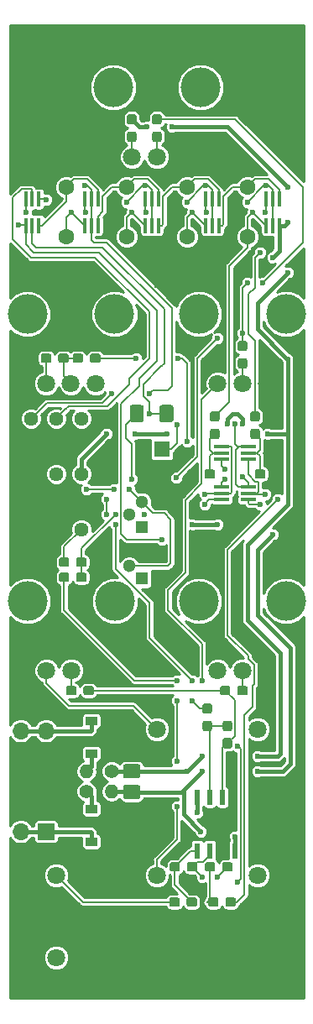
<source format=gbr>
G04 #@! TF.GenerationSoftware,KiCad,Pcbnew,5.0.2-bee76a0~70~ubuntu18.04.1*
G04 #@! TF.CreationDate,2019-04-23T19:40:41+10:00*
G04 #@! TF.ProjectId,minimoog,6d696e69-6d6f-46f6-972e-6b696361645f,rev?*
G04 #@! TF.SameCoordinates,Original*
G04 #@! TF.FileFunction,Copper,L1,Top*
G04 #@! TF.FilePolarity,Positive*
%FSLAX46Y46*%
G04 Gerber Fmt 4.6, Leading zero omitted, Abs format (unit mm)*
G04 Created by KiCad (PCBNEW 5.0.2-bee76a0~70~ubuntu18.04.1) date Tue 23 Apr 2019 19:40:41 AEST*
%MOMM*%
%LPD*%
G01*
G04 APERTURE LIST*
G04 #@! TA.AperFunction,Conductor*
%ADD10C,0.100000*%
G04 #@! TD*
G04 #@! TA.AperFunction,SMDPad,CuDef*
%ADD11C,0.950000*%
G04 #@! TD*
G04 #@! TA.AperFunction,ComponentPad*
%ADD12R,1.600000X1.600000*%
G04 #@! TD*
G04 #@! TA.AperFunction,ComponentPad*
%ADD13C,1.600000*%
G04 #@! TD*
G04 #@! TA.AperFunction,ComponentPad*
%ADD14C,1.400000*%
G04 #@! TD*
G04 #@! TA.AperFunction,ComponentPad*
%ADD15O,1.400000X1.400000*%
G04 #@! TD*
G04 #@! TA.AperFunction,ComponentPad*
%ADD16R,1.300000X1.300000*%
G04 #@! TD*
G04 #@! TA.AperFunction,ComponentPad*
%ADD17C,1.300000*%
G04 #@! TD*
G04 #@! TA.AperFunction,SMDPad,CuDef*
%ADD18R,1.200000X0.900000*%
G04 #@! TD*
G04 #@! TA.AperFunction,ComponentPad*
%ADD19O,1.700000X1.700000*%
G04 #@! TD*
G04 #@! TA.AperFunction,ComponentPad*
%ADD20R,1.700000X1.700000*%
G04 #@! TD*
G04 #@! TA.AperFunction,SMDPad,CuDef*
%ADD21R,0.600000X1.550000*%
G04 #@! TD*
G04 #@! TA.AperFunction,SMDPad,CuDef*
%ADD22R,0.400000X1.500000*%
G04 #@! TD*
G04 #@! TA.AperFunction,SMDPad,CuDef*
%ADD23R,1.500000X0.400000*%
G04 #@! TD*
G04 #@! TA.AperFunction,SMDPad,CuDef*
%ADD24C,1.425000*%
G04 #@! TD*
G04 #@! TA.AperFunction,ComponentPad*
%ADD25C,1.800000*%
G04 #@! TD*
G04 #@! TA.AperFunction,WasherPad*
%ADD26C,4.000000*%
G04 #@! TD*
G04 #@! TA.AperFunction,ComponentPad*
%ADD27C,1.440000*%
G04 #@! TD*
G04 #@! TA.AperFunction,ViaPad*
%ADD28C,0.600000*%
G04 #@! TD*
G04 #@! TA.AperFunction,Conductor*
%ADD29C,0.152400*%
G04 #@! TD*
G04 #@! TA.AperFunction,Conductor*
%ADD30C,0.457200*%
G04 #@! TD*
G04 #@! TA.AperFunction,Conductor*
%ADD31C,0.254000*%
G04 #@! TD*
G04 APERTURE END LIST*
D10*
G04 #@! TO.N,Net-(C10-Pad2)*
G04 #@! TO.C,R34*
G36*
X130584779Y-71662144D02*
X130607834Y-71665563D01*
X130630443Y-71671227D01*
X130652387Y-71679079D01*
X130673457Y-71689044D01*
X130693448Y-71701026D01*
X130712168Y-71714910D01*
X130729438Y-71730562D01*
X130745090Y-71747832D01*
X130758974Y-71766552D01*
X130770956Y-71786543D01*
X130780921Y-71807613D01*
X130788773Y-71829557D01*
X130794437Y-71852166D01*
X130797856Y-71875221D01*
X130799000Y-71898500D01*
X130799000Y-72373500D01*
X130797856Y-72396779D01*
X130794437Y-72419834D01*
X130788773Y-72442443D01*
X130780921Y-72464387D01*
X130770956Y-72485457D01*
X130758974Y-72505448D01*
X130745090Y-72524168D01*
X130729438Y-72541438D01*
X130712168Y-72557090D01*
X130693448Y-72570974D01*
X130673457Y-72582956D01*
X130652387Y-72592921D01*
X130630443Y-72600773D01*
X130607834Y-72606437D01*
X130584779Y-72609856D01*
X130561500Y-72611000D01*
X129986500Y-72611000D01*
X129963221Y-72609856D01*
X129940166Y-72606437D01*
X129917557Y-72600773D01*
X129895613Y-72592921D01*
X129874543Y-72582956D01*
X129854552Y-72570974D01*
X129835832Y-72557090D01*
X129818562Y-72541438D01*
X129802910Y-72524168D01*
X129789026Y-72505448D01*
X129777044Y-72485457D01*
X129767079Y-72464387D01*
X129759227Y-72442443D01*
X129753563Y-72419834D01*
X129750144Y-72396779D01*
X129749000Y-72373500D01*
X129749000Y-71898500D01*
X129750144Y-71875221D01*
X129753563Y-71852166D01*
X129759227Y-71829557D01*
X129767079Y-71807613D01*
X129777044Y-71786543D01*
X129789026Y-71766552D01*
X129802910Y-71747832D01*
X129818562Y-71730562D01*
X129835832Y-71714910D01*
X129854552Y-71701026D01*
X129874543Y-71689044D01*
X129895613Y-71679079D01*
X129917557Y-71671227D01*
X129940166Y-71665563D01*
X129963221Y-71662144D01*
X129986500Y-71661000D01*
X130561500Y-71661000D01*
X130584779Y-71662144D01*
X130584779Y-71662144D01*
G37*
D11*
G04 #@! TD*
G04 #@! TO.P,R34,1*
G04 #@! TO.N,Net-(C10-Pad2)*
X130274000Y-72136000D03*
D10*
G04 #@! TO.N,Net-(R34-Pad2)*
G04 #@! TO.C,R34*
G36*
X128834779Y-71662144D02*
X128857834Y-71665563D01*
X128880443Y-71671227D01*
X128902387Y-71679079D01*
X128923457Y-71689044D01*
X128943448Y-71701026D01*
X128962168Y-71714910D01*
X128979438Y-71730562D01*
X128995090Y-71747832D01*
X129008974Y-71766552D01*
X129020956Y-71786543D01*
X129030921Y-71807613D01*
X129038773Y-71829557D01*
X129044437Y-71852166D01*
X129047856Y-71875221D01*
X129049000Y-71898500D01*
X129049000Y-72373500D01*
X129047856Y-72396779D01*
X129044437Y-72419834D01*
X129038773Y-72442443D01*
X129030921Y-72464387D01*
X129020956Y-72485457D01*
X129008974Y-72505448D01*
X128995090Y-72524168D01*
X128979438Y-72541438D01*
X128962168Y-72557090D01*
X128943448Y-72570974D01*
X128923457Y-72582956D01*
X128902387Y-72592921D01*
X128880443Y-72600773D01*
X128857834Y-72606437D01*
X128834779Y-72609856D01*
X128811500Y-72611000D01*
X128236500Y-72611000D01*
X128213221Y-72609856D01*
X128190166Y-72606437D01*
X128167557Y-72600773D01*
X128145613Y-72592921D01*
X128124543Y-72582956D01*
X128104552Y-72570974D01*
X128085832Y-72557090D01*
X128068562Y-72541438D01*
X128052910Y-72524168D01*
X128039026Y-72505448D01*
X128027044Y-72485457D01*
X128017079Y-72464387D01*
X128009227Y-72442443D01*
X128003563Y-72419834D01*
X128000144Y-72396779D01*
X127999000Y-72373500D01*
X127999000Y-71898500D01*
X128000144Y-71875221D01*
X128003563Y-71852166D01*
X128009227Y-71829557D01*
X128017079Y-71807613D01*
X128027044Y-71786543D01*
X128039026Y-71766552D01*
X128052910Y-71747832D01*
X128068562Y-71730562D01*
X128085832Y-71714910D01*
X128104552Y-71701026D01*
X128124543Y-71689044D01*
X128145613Y-71679079D01*
X128167557Y-71671227D01*
X128190166Y-71665563D01*
X128213221Y-71662144D01*
X128236500Y-71661000D01*
X128811500Y-71661000D01*
X128834779Y-71662144D01*
X128834779Y-71662144D01*
G37*
D11*
G04 #@! TD*
G04 #@! TO.P,R34,2*
G04 #@! TO.N,Net-(R34-Pad2)*
X128524000Y-72136000D03*
D12*
G04 #@! TO.P,C7,1*
G04 #@! TO.N,Net-(C7-Pad1)*
X140208000Y-81280000D03*
D13*
G04 #@! TO.P,C7,2*
G04 #@! TO.N,GND*
X140208000Y-83780000D03*
G04 #@! TD*
D10*
G04 #@! TO.N,Net-(C14-Pad2)*
G04 #@! TO.C,C14*
G36*
X145703279Y-126526144D02*
X145726334Y-126529563D01*
X145748943Y-126535227D01*
X145770887Y-126543079D01*
X145791957Y-126553044D01*
X145811948Y-126565026D01*
X145830668Y-126578910D01*
X145847938Y-126594562D01*
X145863590Y-126611832D01*
X145877474Y-126630552D01*
X145889456Y-126650543D01*
X145899421Y-126671613D01*
X145907273Y-126693557D01*
X145912937Y-126716166D01*
X145916356Y-126739221D01*
X145917500Y-126762500D01*
X145917500Y-127237500D01*
X145916356Y-127260779D01*
X145912937Y-127283834D01*
X145907273Y-127306443D01*
X145899421Y-127328387D01*
X145889456Y-127349457D01*
X145877474Y-127369448D01*
X145863590Y-127388168D01*
X145847938Y-127405438D01*
X145830668Y-127421090D01*
X145811948Y-127434974D01*
X145791957Y-127446956D01*
X145770887Y-127456921D01*
X145748943Y-127464773D01*
X145726334Y-127470437D01*
X145703279Y-127473856D01*
X145680000Y-127475000D01*
X145105000Y-127475000D01*
X145081721Y-127473856D01*
X145058666Y-127470437D01*
X145036057Y-127464773D01*
X145014113Y-127456921D01*
X144993043Y-127446956D01*
X144973052Y-127434974D01*
X144954332Y-127421090D01*
X144937062Y-127405438D01*
X144921410Y-127388168D01*
X144907526Y-127369448D01*
X144895544Y-127349457D01*
X144885579Y-127328387D01*
X144877727Y-127306443D01*
X144872063Y-127283834D01*
X144868644Y-127260779D01*
X144867500Y-127237500D01*
X144867500Y-126762500D01*
X144868644Y-126739221D01*
X144872063Y-126716166D01*
X144877727Y-126693557D01*
X144885579Y-126671613D01*
X144895544Y-126650543D01*
X144907526Y-126630552D01*
X144921410Y-126611832D01*
X144937062Y-126594562D01*
X144954332Y-126578910D01*
X144973052Y-126565026D01*
X144993043Y-126553044D01*
X145014113Y-126543079D01*
X145036057Y-126535227D01*
X145058666Y-126529563D01*
X145081721Y-126526144D01*
X145105000Y-126525000D01*
X145680000Y-126525000D01*
X145703279Y-126526144D01*
X145703279Y-126526144D01*
G37*
D11*
G04 #@! TD*
G04 #@! TO.P,C14,2*
G04 #@! TO.N,Net-(C14-Pad2)*
X145392500Y-127000000D03*
D10*
G04 #@! TO.N,Net-(C14-Pad1)*
G04 #@! TO.C,C14*
G36*
X147453279Y-126526144D02*
X147476334Y-126529563D01*
X147498943Y-126535227D01*
X147520887Y-126543079D01*
X147541957Y-126553044D01*
X147561948Y-126565026D01*
X147580668Y-126578910D01*
X147597938Y-126594562D01*
X147613590Y-126611832D01*
X147627474Y-126630552D01*
X147639456Y-126650543D01*
X147649421Y-126671613D01*
X147657273Y-126693557D01*
X147662937Y-126716166D01*
X147666356Y-126739221D01*
X147667500Y-126762500D01*
X147667500Y-127237500D01*
X147666356Y-127260779D01*
X147662937Y-127283834D01*
X147657273Y-127306443D01*
X147649421Y-127328387D01*
X147639456Y-127349457D01*
X147627474Y-127369448D01*
X147613590Y-127388168D01*
X147597938Y-127405438D01*
X147580668Y-127421090D01*
X147561948Y-127434974D01*
X147541957Y-127446956D01*
X147520887Y-127456921D01*
X147498943Y-127464773D01*
X147476334Y-127470437D01*
X147453279Y-127473856D01*
X147430000Y-127475000D01*
X146855000Y-127475000D01*
X146831721Y-127473856D01*
X146808666Y-127470437D01*
X146786057Y-127464773D01*
X146764113Y-127456921D01*
X146743043Y-127446956D01*
X146723052Y-127434974D01*
X146704332Y-127421090D01*
X146687062Y-127405438D01*
X146671410Y-127388168D01*
X146657526Y-127369448D01*
X146645544Y-127349457D01*
X146635579Y-127328387D01*
X146627727Y-127306443D01*
X146622063Y-127283834D01*
X146618644Y-127260779D01*
X146617500Y-127237500D01*
X146617500Y-126762500D01*
X146618644Y-126739221D01*
X146622063Y-126716166D01*
X146627727Y-126693557D01*
X146635579Y-126671613D01*
X146645544Y-126650543D01*
X146657526Y-126630552D01*
X146671410Y-126611832D01*
X146687062Y-126594562D01*
X146704332Y-126578910D01*
X146723052Y-126565026D01*
X146743043Y-126553044D01*
X146764113Y-126543079D01*
X146786057Y-126535227D01*
X146808666Y-126529563D01*
X146831721Y-126526144D01*
X146855000Y-126525000D01*
X147430000Y-126525000D01*
X147453279Y-126526144D01*
X147453279Y-126526144D01*
G37*
D11*
G04 #@! TD*
G04 #@! TO.P,C14,1*
G04 #@! TO.N,Net-(C14-Pad1)*
X147142500Y-127000000D03*
D10*
G04 #@! TO.N,Net-(C10-Pad1)*
G04 #@! TO.C,C10*
G36*
X133787779Y-71662144D02*
X133810834Y-71665563D01*
X133833443Y-71671227D01*
X133855387Y-71679079D01*
X133876457Y-71689044D01*
X133896448Y-71701026D01*
X133915168Y-71714910D01*
X133932438Y-71730562D01*
X133948090Y-71747832D01*
X133961974Y-71766552D01*
X133973956Y-71786543D01*
X133983921Y-71807613D01*
X133991773Y-71829557D01*
X133997437Y-71852166D01*
X134000856Y-71875221D01*
X134002000Y-71898500D01*
X134002000Y-72373500D01*
X134000856Y-72396779D01*
X133997437Y-72419834D01*
X133991773Y-72442443D01*
X133983921Y-72464387D01*
X133973956Y-72485457D01*
X133961974Y-72505448D01*
X133948090Y-72524168D01*
X133932438Y-72541438D01*
X133915168Y-72557090D01*
X133896448Y-72570974D01*
X133876457Y-72582956D01*
X133855387Y-72592921D01*
X133833443Y-72600773D01*
X133810834Y-72606437D01*
X133787779Y-72609856D01*
X133764500Y-72611000D01*
X133189500Y-72611000D01*
X133166221Y-72609856D01*
X133143166Y-72606437D01*
X133120557Y-72600773D01*
X133098613Y-72592921D01*
X133077543Y-72582956D01*
X133057552Y-72570974D01*
X133038832Y-72557090D01*
X133021562Y-72541438D01*
X133005910Y-72524168D01*
X132992026Y-72505448D01*
X132980044Y-72485457D01*
X132970079Y-72464387D01*
X132962227Y-72442443D01*
X132956563Y-72419834D01*
X132953144Y-72396779D01*
X132952000Y-72373500D01*
X132952000Y-71898500D01*
X132953144Y-71875221D01*
X132956563Y-71852166D01*
X132962227Y-71829557D01*
X132970079Y-71807613D01*
X132980044Y-71786543D01*
X132992026Y-71766552D01*
X133005910Y-71747832D01*
X133021562Y-71730562D01*
X133038832Y-71714910D01*
X133057552Y-71701026D01*
X133077543Y-71689044D01*
X133098613Y-71679079D01*
X133120557Y-71671227D01*
X133143166Y-71665563D01*
X133166221Y-71662144D01*
X133189500Y-71661000D01*
X133764500Y-71661000D01*
X133787779Y-71662144D01*
X133787779Y-71662144D01*
G37*
D11*
G04 #@! TD*
G04 #@! TO.P,C10,1*
G04 #@! TO.N,Net-(C10-Pad1)*
X133477000Y-72136000D03*
D10*
G04 #@! TO.N,Net-(C10-Pad2)*
G04 #@! TO.C,C10*
G36*
X132037779Y-71662144D02*
X132060834Y-71665563D01*
X132083443Y-71671227D01*
X132105387Y-71679079D01*
X132126457Y-71689044D01*
X132146448Y-71701026D01*
X132165168Y-71714910D01*
X132182438Y-71730562D01*
X132198090Y-71747832D01*
X132211974Y-71766552D01*
X132223956Y-71786543D01*
X132233921Y-71807613D01*
X132241773Y-71829557D01*
X132247437Y-71852166D01*
X132250856Y-71875221D01*
X132252000Y-71898500D01*
X132252000Y-72373500D01*
X132250856Y-72396779D01*
X132247437Y-72419834D01*
X132241773Y-72442443D01*
X132233921Y-72464387D01*
X132223956Y-72485457D01*
X132211974Y-72505448D01*
X132198090Y-72524168D01*
X132182438Y-72541438D01*
X132165168Y-72557090D01*
X132146448Y-72570974D01*
X132126457Y-72582956D01*
X132105387Y-72592921D01*
X132083443Y-72600773D01*
X132060834Y-72606437D01*
X132037779Y-72609856D01*
X132014500Y-72611000D01*
X131439500Y-72611000D01*
X131416221Y-72609856D01*
X131393166Y-72606437D01*
X131370557Y-72600773D01*
X131348613Y-72592921D01*
X131327543Y-72582956D01*
X131307552Y-72570974D01*
X131288832Y-72557090D01*
X131271562Y-72541438D01*
X131255910Y-72524168D01*
X131242026Y-72505448D01*
X131230044Y-72485457D01*
X131220079Y-72464387D01*
X131212227Y-72442443D01*
X131206563Y-72419834D01*
X131203144Y-72396779D01*
X131202000Y-72373500D01*
X131202000Y-71898500D01*
X131203144Y-71875221D01*
X131206563Y-71852166D01*
X131212227Y-71829557D01*
X131220079Y-71807613D01*
X131230044Y-71786543D01*
X131242026Y-71766552D01*
X131255910Y-71747832D01*
X131271562Y-71730562D01*
X131288832Y-71714910D01*
X131307552Y-71701026D01*
X131327543Y-71689044D01*
X131348613Y-71679079D01*
X131370557Y-71671227D01*
X131393166Y-71665563D01*
X131416221Y-71662144D01*
X131439500Y-71661000D01*
X132014500Y-71661000D01*
X132037779Y-71662144D01*
X132037779Y-71662144D01*
G37*
D11*
G04 #@! TD*
G04 #@! TO.P,C10,2*
G04 #@! TO.N,Net-(C10-Pad2)*
X131727000Y-72136000D03*
D14*
G04 #@! TO.P,R7,1*
G04 #@! TO.N,+12V*
X135128000Y-113792000D03*
D15*
G04 #@! TO.P,R7,2*
G04 #@! TO.N,Net-(D1-Pad1)*
X132588000Y-113792000D03*
G04 #@! TD*
D14*
G04 #@! TO.P,R33,1*
G04 #@! TO.N,Net-(D2-Pad2)*
X132588000Y-115824000D03*
D15*
G04 #@! TO.P,R33,2*
G04 #@! TO.N,-12V*
X135128000Y-115824000D03*
G04 #@! TD*
D16*
G04 #@! TO.P,Q1,1*
G04 #@! TO.N,Net-(Q1-Pad1)*
X138176000Y-89154000D03*
D17*
G04 #@! TO.P,Q1,3*
G04 #@! TO.N,Net-(Q1-Pad3)*
X138176000Y-86614000D03*
G04 #@! TO.P,Q1,2*
G04 #@! TO.N,Net-(C2-Pad1)*
X136906000Y-87884000D03*
G04 #@! TD*
G04 #@! TO.P,Q9,2*
G04 #@! TO.N,Net-(Q1-Pad3)*
X136906000Y-93091000D03*
G04 #@! TO.P,Q9,3*
G04 #@! TO.N,GND*
X138176000Y-91821000D03*
D16*
G04 #@! TO.P,Q9,1*
G04 #@! TO.N,Net-(Q9-Pad1)*
X138176000Y-94361000D03*
G04 #@! TD*
D18*
G04 #@! TO.P,D2,1*
G04 #@! TO.N,Net-(D2-Pad1)*
X133096000Y-120904000D03*
G04 #@! TO.P,D2,2*
G04 #@! TO.N,Net-(D2-Pad2)*
X133096000Y-117604000D03*
G04 #@! TD*
G04 #@! TO.P,D1,2*
G04 #@! TO.N,Net-(D1-Pad2)*
X133096000Y-108712000D03*
G04 #@! TO.P,D1,1*
G04 #@! TO.N,Net-(D1-Pad1)*
X133096000Y-112012000D03*
G04 #@! TD*
D19*
G04 #@! TO.P,J6,10*
G04 #@! TO.N,Net-(D1-Pad2)*
X125984000Y-109728000D03*
G04 #@! TO.P,J6,9*
X128524000Y-109728000D03*
G04 #@! TO.P,J6,8*
G04 #@! TO.N,GND*
X125984000Y-112268000D03*
G04 #@! TO.P,J6,7*
X128524000Y-112268000D03*
G04 #@! TO.P,J6,6*
X125984000Y-114808000D03*
G04 #@! TO.P,J6,5*
X128524000Y-114808000D03*
G04 #@! TO.P,J6,4*
X125984000Y-117348000D03*
G04 #@! TO.P,J6,3*
X128524000Y-117348000D03*
G04 #@! TO.P,J6,2*
G04 #@! TO.N,Net-(D2-Pad1)*
X125984000Y-119888000D03*
D20*
G04 #@! TO.P,J6,1*
X128524000Y-119888000D03*
G04 #@! TD*
D21*
G04 #@! TO.P,U1,1*
G04 #@! TO.N,Net-(R31-Pad1)*
X143764000Y-121826000D03*
G04 #@! TO.P,U1,2*
G04 #@! TO.N,Net-(R30-Pad1)*
X145034000Y-121826000D03*
G04 #@! TO.P,U1,3*
G04 #@! TO.N,GND*
X146304000Y-121826000D03*
G04 #@! TO.P,U1,4*
G04 #@! TO.N,-12V*
X147574000Y-121826000D03*
G04 #@! TO.P,U1,5*
G04 #@! TO.N,GND*
X147574000Y-116426000D03*
G04 #@! TO.P,U1,6*
G04 #@! TO.N,Net-(R3-Pad1)*
X146304000Y-116426000D03*
G04 #@! TO.P,U1,7*
G04 #@! TO.N,Net-(R8-Pad1)*
X145034000Y-116426000D03*
G04 #@! TO.P,U1,8*
G04 #@! TO.N,+12V*
X143764000Y-116426000D03*
G04 #@! TD*
D13*
G04 #@! TO.P,C6,2*
G04 #@! TO.N,Net-(C6-Pad2)*
X130556000Y-59864000D03*
G04 #@! TO.P,C6,1*
G04 #@! TO.N,Net-(C6-Pad1)*
X130556000Y-54864000D03*
G04 #@! TD*
G04 #@! TO.P,C5,1*
G04 #@! TO.N,Net-(C5-Pad1)*
X136652000Y-59864000D03*
G04 #@! TO.P,C5,2*
G04 #@! TO.N,Net-(C5-Pad2)*
X136652000Y-54864000D03*
G04 #@! TD*
G04 #@! TO.P,C4,2*
G04 #@! TO.N,Net-(C4-Pad2)*
X142748000Y-59864000D03*
G04 #@! TO.P,C4,1*
G04 #@! TO.N,Net-(C4-Pad1)*
X142748000Y-54864000D03*
G04 #@! TD*
G04 #@! TO.P,C3,1*
G04 #@! TO.N,Net-(C3-Pad1)*
X148844000Y-54864000D03*
G04 #@! TO.P,C3,2*
G04 #@! TO.N,Net-(C13-Pad1)*
X148844000Y-59864000D03*
G04 #@! TD*
D22*
G04 #@! TO.P,Q5,1*
G04 #@! TO.N,Net-(C6-Pad1)*
X133746000Y-56074000D03*
G04 #@! TO.P,Q5,2*
G04 #@! TO.N,Net-(Q5-Pad2)*
X133096000Y-56074000D03*
G04 #@! TO.P,Q5,3*
G04 #@! TO.N,Net-(C5-Pad1)*
X132446000Y-56074000D03*
G04 #@! TO.P,Q5,4*
G04 #@! TO.N,Net-(C6-Pad2)*
X132446000Y-58734000D03*
G04 #@! TO.P,Q5,5*
G04 #@! TO.N,Net-(Q5-Pad2)*
X133096000Y-58734000D03*
G04 #@! TO.P,Q5,6*
G04 #@! TO.N,Net-(C5-Pad2)*
X133746000Y-58734000D03*
G04 #@! TD*
D23*
G04 #@! TO.P,Q8,6*
G04 #@! TO.N,Net-(C14-Pad1)*
X148904000Y-85100751D03*
G04 #@! TO.P,Q8,5*
G04 #@! TO.N,Net-(Q7-Pad4)*
X148904000Y-85750751D03*
G04 #@! TO.P,Q8,4*
G04 #@! TO.N,Net-(Q8-Pad1)*
X148904000Y-86400751D03*
G04 #@! TO.P,Q8,3*
G04 #@! TO.N,Net-(Q7-Pad3)*
X146244000Y-86400751D03*
G04 #@! TO.P,Q8,2*
G04 #@! TO.N,Net-(Q7-Pad1)*
X146244000Y-85750751D03*
G04 #@! TO.P,Q8,1*
G04 #@! TO.N,Net-(Q8-Pad1)*
X146244000Y-85100751D03*
G04 #@! TD*
G04 #@! TO.P,Q7,1*
G04 #@! TO.N,Net-(Q7-Pad1)*
X146244000Y-81036751D03*
G04 #@! TO.P,Q7,2*
G04 #@! TO.N,Net-(C13-Pad2)*
X146244000Y-81686751D03*
G04 #@! TO.P,Q7,3*
G04 #@! TO.N,Net-(Q7-Pad3)*
X146244000Y-82336751D03*
G04 #@! TO.P,Q7,4*
G04 #@! TO.N,Net-(Q7-Pad4)*
X148904000Y-82336751D03*
G04 #@! TO.P,Q7,5*
G04 #@! TO.N,Net-(C8-Pad2)*
X148904000Y-81686751D03*
G04 #@! TO.P,Q7,6*
G04 #@! TO.N,Net-(C14-Pad1)*
X148904000Y-81036751D03*
G04 #@! TD*
D22*
G04 #@! TO.P,Q4,6*
G04 #@! TO.N,Net-(C4-Pad1)*
X139842000Y-58734000D03*
G04 #@! TO.P,Q4,5*
G04 #@! TO.N,Net-(Q4-Pad2)*
X139192000Y-58734000D03*
G04 #@! TO.P,Q4,4*
G04 #@! TO.N,Net-(C5-Pad1)*
X138542000Y-58734000D03*
G04 #@! TO.P,Q4,3*
G04 #@! TO.N,Net-(C4-Pad2)*
X138542000Y-56074000D03*
G04 #@! TO.P,Q4,2*
G04 #@! TO.N,Net-(Q4-Pad2)*
X139192000Y-56074000D03*
G04 #@! TO.P,Q4,1*
G04 #@! TO.N,Net-(C5-Pad2)*
X139842000Y-56074000D03*
G04 #@! TD*
G04 #@! TO.P,Q3,1*
G04 #@! TO.N,Net-(C4-Pad1)*
X145938000Y-56074000D03*
G04 #@! TO.P,Q3,2*
G04 #@! TO.N,Net-(Q3-Pad2)*
X145288000Y-56074000D03*
G04 #@! TO.P,Q3,3*
G04 #@! TO.N,Net-(C13-Pad1)*
X144638000Y-56074000D03*
G04 #@! TO.P,Q3,4*
G04 #@! TO.N,Net-(C4-Pad2)*
X144638000Y-58734000D03*
G04 #@! TO.P,Q3,5*
G04 #@! TO.N,Net-(Q3-Pad2)*
X145288000Y-58734000D03*
G04 #@! TO.P,Q3,6*
G04 #@! TO.N,Net-(C3-Pad1)*
X145938000Y-58734000D03*
G04 #@! TD*
G04 #@! TO.P,Q2,6*
G04 #@! TO.N,+12V*
X152034000Y-58734000D03*
G04 #@! TO.P,Q2,5*
G04 #@! TO.N,Net-(Q2-Pad2)*
X151384000Y-58734000D03*
G04 #@! TO.P,Q2,4*
G04 #@! TO.N,Net-(C13-Pad1)*
X150734000Y-58734000D03*
G04 #@! TO.P,Q2,3*
G04 #@! TO.N,+12V*
X150734000Y-56074000D03*
G04 #@! TO.P,Q2,2*
G04 #@! TO.N,Net-(Q2-Pad2)*
X151384000Y-56074000D03*
G04 #@! TO.P,Q2,1*
G04 #@! TO.N,Net-(C3-Pad1)*
X152034000Y-56074000D03*
G04 #@! TD*
G04 #@! TO.P,Q6,1*
G04 #@! TO.N,Net-(Q6-Pad1)*
X127762000Y-56074000D03*
G04 #@! TO.P,Q6,2*
G04 #@! TO.N,Net-(Q6-Pad2)*
X127112000Y-56074000D03*
G04 #@! TO.P,Q6,3*
G04 #@! TO.N,Net-(C6-Pad2)*
X126462000Y-56074000D03*
G04 #@! TO.P,Q6,4*
G04 #@! TO.N,Net-(Q6-Pad1)*
X126462000Y-58734000D03*
G04 #@! TO.P,Q6,5*
G04 #@! TO.N,Net-(C1-Pad1)*
X127112000Y-58734000D03*
G04 #@! TO.P,Q6,6*
G04 #@! TO.N,Net-(C6-Pad1)*
X127762000Y-58734000D03*
G04 #@! TD*
D10*
G04 #@! TO.N,Net-(C13-Pad1)*
G04 #@! TO.C,C13*
G36*
X145802779Y-77482144D02*
X145825834Y-77485563D01*
X145848443Y-77491227D01*
X145870387Y-77499079D01*
X145891457Y-77509044D01*
X145911448Y-77521026D01*
X145930168Y-77534910D01*
X145947438Y-77550562D01*
X145963090Y-77567832D01*
X145976974Y-77586552D01*
X145988956Y-77606543D01*
X145998921Y-77627613D01*
X146006773Y-77649557D01*
X146012437Y-77672166D01*
X146015856Y-77695221D01*
X146017000Y-77718500D01*
X146017000Y-78293500D01*
X146015856Y-78316779D01*
X146012437Y-78339834D01*
X146006773Y-78362443D01*
X145998921Y-78384387D01*
X145988956Y-78405457D01*
X145976974Y-78425448D01*
X145963090Y-78444168D01*
X145947438Y-78461438D01*
X145930168Y-78477090D01*
X145911448Y-78490974D01*
X145891457Y-78502956D01*
X145870387Y-78512921D01*
X145848443Y-78520773D01*
X145825834Y-78526437D01*
X145802779Y-78529856D01*
X145779500Y-78531000D01*
X145304500Y-78531000D01*
X145281221Y-78529856D01*
X145258166Y-78526437D01*
X145235557Y-78520773D01*
X145213613Y-78512921D01*
X145192543Y-78502956D01*
X145172552Y-78490974D01*
X145153832Y-78477090D01*
X145136562Y-78461438D01*
X145120910Y-78444168D01*
X145107026Y-78425448D01*
X145095044Y-78405457D01*
X145085079Y-78384387D01*
X145077227Y-78362443D01*
X145071563Y-78339834D01*
X145068144Y-78316779D01*
X145067000Y-78293500D01*
X145067000Y-77718500D01*
X145068144Y-77695221D01*
X145071563Y-77672166D01*
X145077227Y-77649557D01*
X145085079Y-77627613D01*
X145095044Y-77606543D01*
X145107026Y-77586552D01*
X145120910Y-77567832D01*
X145136562Y-77550562D01*
X145153832Y-77534910D01*
X145172552Y-77521026D01*
X145192543Y-77509044D01*
X145213613Y-77499079D01*
X145235557Y-77491227D01*
X145258166Y-77485563D01*
X145281221Y-77482144D01*
X145304500Y-77481000D01*
X145779500Y-77481000D01*
X145802779Y-77482144D01*
X145802779Y-77482144D01*
G37*
D11*
G04 #@! TD*
G04 #@! TO.P,C13,1*
G04 #@! TO.N,Net-(C13-Pad1)*
X145542000Y-78006000D03*
D10*
G04 #@! TO.N,Net-(C13-Pad2)*
G04 #@! TO.C,C13*
G36*
X145802779Y-79232144D02*
X145825834Y-79235563D01*
X145848443Y-79241227D01*
X145870387Y-79249079D01*
X145891457Y-79259044D01*
X145911448Y-79271026D01*
X145930168Y-79284910D01*
X145947438Y-79300562D01*
X145963090Y-79317832D01*
X145976974Y-79336552D01*
X145988956Y-79356543D01*
X145998921Y-79377613D01*
X146006773Y-79399557D01*
X146012437Y-79422166D01*
X146015856Y-79445221D01*
X146017000Y-79468500D01*
X146017000Y-80043500D01*
X146015856Y-80066779D01*
X146012437Y-80089834D01*
X146006773Y-80112443D01*
X145998921Y-80134387D01*
X145988956Y-80155457D01*
X145976974Y-80175448D01*
X145963090Y-80194168D01*
X145947438Y-80211438D01*
X145930168Y-80227090D01*
X145911448Y-80240974D01*
X145891457Y-80252956D01*
X145870387Y-80262921D01*
X145848443Y-80270773D01*
X145825834Y-80276437D01*
X145802779Y-80279856D01*
X145779500Y-80281000D01*
X145304500Y-80281000D01*
X145281221Y-80279856D01*
X145258166Y-80276437D01*
X145235557Y-80270773D01*
X145213613Y-80262921D01*
X145192543Y-80252956D01*
X145172552Y-80240974D01*
X145153832Y-80227090D01*
X145136562Y-80211438D01*
X145120910Y-80194168D01*
X145107026Y-80175448D01*
X145095044Y-80155457D01*
X145085079Y-80134387D01*
X145077227Y-80112443D01*
X145071563Y-80089834D01*
X145068144Y-80066779D01*
X145067000Y-80043500D01*
X145067000Y-79468500D01*
X145068144Y-79445221D01*
X145071563Y-79422166D01*
X145077227Y-79399557D01*
X145085079Y-79377613D01*
X145095044Y-79356543D01*
X145107026Y-79336552D01*
X145120910Y-79317832D01*
X145136562Y-79300562D01*
X145153832Y-79284910D01*
X145172552Y-79271026D01*
X145192543Y-79259044D01*
X145213613Y-79249079D01*
X145235557Y-79241227D01*
X145258166Y-79235563D01*
X145281221Y-79232144D01*
X145304500Y-79231000D01*
X145779500Y-79231000D01*
X145802779Y-79232144D01*
X145802779Y-79232144D01*
G37*
D11*
G04 #@! TD*
G04 #@! TO.P,C13,2*
G04 #@! TO.N,Net-(C13-Pad2)*
X145542000Y-79756000D03*
D10*
G04 #@! TO.N,Net-(C8-Pad2)*
G04 #@! TO.C,C8*
G36*
X149866779Y-79232144D02*
X149889834Y-79235563D01*
X149912443Y-79241227D01*
X149934387Y-79249079D01*
X149955457Y-79259044D01*
X149975448Y-79271026D01*
X149994168Y-79284910D01*
X150011438Y-79300562D01*
X150027090Y-79317832D01*
X150040974Y-79336552D01*
X150052956Y-79356543D01*
X150062921Y-79377613D01*
X150070773Y-79399557D01*
X150076437Y-79422166D01*
X150079856Y-79445221D01*
X150081000Y-79468500D01*
X150081000Y-80043500D01*
X150079856Y-80066779D01*
X150076437Y-80089834D01*
X150070773Y-80112443D01*
X150062921Y-80134387D01*
X150052956Y-80155457D01*
X150040974Y-80175448D01*
X150027090Y-80194168D01*
X150011438Y-80211438D01*
X149994168Y-80227090D01*
X149975448Y-80240974D01*
X149955457Y-80252956D01*
X149934387Y-80262921D01*
X149912443Y-80270773D01*
X149889834Y-80276437D01*
X149866779Y-80279856D01*
X149843500Y-80281000D01*
X149368500Y-80281000D01*
X149345221Y-80279856D01*
X149322166Y-80276437D01*
X149299557Y-80270773D01*
X149277613Y-80262921D01*
X149256543Y-80252956D01*
X149236552Y-80240974D01*
X149217832Y-80227090D01*
X149200562Y-80211438D01*
X149184910Y-80194168D01*
X149171026Y-80175448D01*
X149159044Y-80155457D01*
X149149079Y-80134387D01*
X149141227Y-80112443D01*
X149135563Y-80089834D01*
X149132144Y-80066779D01*
X149131000Y-80043500D01*
X149131000Y-79468500D01*
X149132144Y-79445221D01*
X149135563Y-79422166D01*
X149141227Y-79399557D01*
X149149079Y-79377613D01*
X149159044Y-79356543D01*
X149171026Y-79336552D01*
X149184910Y-79317832D01*
X149200562Y-79300562D01*
X149217832Y-79284910D01*
X149236552Y-79271026D01*
X149256543Y-79259044D01*
X149277613Y-79249079D01*
X149299557Y-79241227D01*
X149322166Y-79235563D01*
X149345221Y-79232144D01*
X149368500Y-79231000D01*
X149843500Y-79231000D01*
X149866779Y-79232144D01*
X149866779Y-79232144D01*
G37*
D11*
G04 #@! TD*
G04 #@! TO.P,C8,2*
G04 #@! TO.N,Net-(C8-Pad2)*
X149606000Y-79756000D03*
D10*
G04 #@! TO.N,Net-(C3-Pad1)*
G04 #@! TO.C,C8*
G36*
X149866779Y-77482144D02*
X149889834Y-77485563D01*
X149912443Y-77491227D01*
X149934387Y-77499079D01*
X149955457Y-77509044D01*
X149975448Y-77521026D01*
X149994168Y-77534910D01*
X150011438Y-77550562D01*
X150027090Y-77567832D01*
X150040974Y-77586552D01*
X150052956Y-77606543D01*
X150062921Y-77627613D01*
X150070773Y-77649557D01*
X150076437Y-77672166D01*
X150079856Y-77695221D01*
X150081000Y-77718500D01*
X150081000Y-78293500D01*
X150079856Y-78316779D01*
X150076437Y-78339834D01*
X150070773Y-78362443D01*
X150062921Y-78384387D01*
X150052956Y-78405457D01*
X150040974Y-78425448D01*
X150027090Y-78444168D01*
X150011438Y-78461438D01*
X149994168Y-78477090D01*
X149975448Y-78490974D01*
X149955457Y-78502956D01*
X149934387Y-78512921D01*
X149912443Y-78520773D01*
X149889834Y-78526437D01*
X149866779Y-78529856D01*
X149843500Y-78531000D01*
X149368500Y-78531000D01*
X149345221Y-78529856D01*
X149322166Y-78526437D01*
X149299557Y-78520773D01*
X149277613Y-78512921D01*
X149256543Y-78502956D01*
X149236552Y-78490974D01*
X149217832Y-78477090D01*
X149200562Y-78461438D01*
X149184910Y-78444168D01*
X149171026Y-78425448D01*
X149159044Y-78405457D01*
X149149079Y-78384387D01*
X149141227Y-78362443D01*
X149135563Y-78339834D01*
X149132144Y-78316779D01*
X149131000Y-78293500D01*
X149131000Y-77718500D01*
X149132144Y-77695221D01*
X149135563Y-77672166D01*
X149141227Y-77649557D01*
X149149079Y-77627613D01*
X149159044Y-77606543D01*
X149171026Y-77586552D01*
X149184910Y-77567832D01*
X149200562Y-77550562D01*
X149217832Y-77534910D01*
X149236552Y-77521026D01*
X149256543Y-77509044D01*
X149277613Y-77499079D01*
X149299557Y-77491227D01*
X149322166Y-77485563D01*
X149345221Y-77482144D01*
X149368500Y-77481000D01*
X149843500Y-77481000D01*
X149866779Y-77482144D01*
X149866779Y-77482144D01*
G37*
D11*
G04 #@! TD*
G04 #@! TO.P,C8,1*
G04 #@! TO.N,Net-(C3-Pad1)*
X149606000Y-78006000D03*
D10*
G04 #@! TO.N,GND*
G04 #@! TO.C,C11*
G36*
X137809504Y-110105704D02*
X137833773Y-110109304D01*
X137857571Y-110115265D01*
X137880671Y-110123530D01*
X137902849Y-110134020D01*
X137923893Y-110146633D01*
X137943598Y-110161247D01*
X137961777Y-110177723D01*
X137978253Y-110195902D01*
X137992867Y-110215607D01*
X138005480Y-110236651D01*
X138015970Y-110258829D01*
X138024235Y-110281929D01*
X138030196Y-110305727D01*
X138033796Y-110329996D01*
X138035000Y-110354500D01*
X138035000Y-111279500D01*
X138033796Y-111304004D01*
X138030196Y-111328273D01*
X138024235Y-111352071D01*
X138015970Y-111375171D01*
X138005480Y-111397349D01*
X137992867Y-111418393D01*
X137978253Y-111438098D01*
X137961777Y-111456277D01*
X137943598Y-111472753D01*
X137923893Y-111487367D01*
X137902849Y-111499980D01*
X137880671Y-111510470D01*
X137857571Y-111518735D01*
X137833773Y-111524696D01*
X137809504Y-111528296D01*
X137785000Y-111529500D01*
X136535000Y-111529500D01*
X136510496Y-111528296D01*
X136486227Y-111524696D01*
X136462429Y-111518735D01*
X136439329Y-111510470D01*
X136417151Y-111499980D01*
X136396107Y-111487367D01*
X136376402Y-111472753D01*
X136358223Y-111456277D01*
X136341747Y-111438098D01*
X136327133Y-111418393D01*
X136314520Y-111397349D01*
X136304030Y-111375171D01*
X136295765Y-111352071D01*
X136289804Y-111328273D01*
X136286204Y-111304004D01*
X136285000Y-111279500D01*
X136285000Y-110354500D01*
X136286204Y-110329996D01*
X136289804Y-110305727D01*
X136295765Y-110281929D01*
X136304030Y-110258829D01*
X136314520Y-110236651D01*
X136327133Y-110215607D01*
X136341747Y-110195902D01*
X136358223Y-110177723D01*
X136376402Y-110161247D01*
X136396107Y-110146633D01*
X136417151Y-110134020D01*
X136439329Y-110123530D01*
X136462429Y-110115265D01*
X136486227Y-110109304D01*
X136510496Y-110105704D01*
X136535000Y-110104500D01*
X137785000Y-110104500D01*
X137809504Y-110105704D01*
X137809504Y-110105704D01*
G37*
D24*
G04 #@! TD*
G04 #@! TO.P,C11,2*
G04 #@! TO.N,GND*
X137160000Y-110817000D03*
D10*
G04 #@! TO.N,+12V*
G04 #@! TO.C,C11*
G36*
X137809504Y-113080704D02*
X137833773Y-113084304D01*
X137857571Y-113090265D01*
X137880671Y-113098530D01*
X137902849Y-113109020D01*
X137923893Y-113121633D01*
X137943598Y-113136247D01*
X137961777Y-113152723D01*
X137978253Y-113170902D01*
X137992867Y-113190607D01*
X138005480Y-113211651D01*
X138015970Y-113233829D01*
X138024235Y-113256929D01*
X138030196Y-113280727D01*
X138033796Y-113304996D01*
X138035000Y-113329500D01*
X138035000Y-114254500D01*
X138033796Y-114279004D01*
X138030196Y-114303273D01*
X138024235Y-114327071D01*
X138015970Y-114350171D01*
X138005480Y-114372349D01*
X137992867Y-114393393D01*
X137978253Y-114413098D01*
X137961777Y-114431277D01*
X137943598Y-114447753D01*
X137923893Y-114462367D01*
X137902849Y-114474980D01*
X137880671Y-114485470D01*
X137857571Y-114493735D01*
X137833773Y-114499696D01*
X137809504Y-114503296D01*
X137785000Y-114504500D01*
X136535000Y-114504500D01*
X136510496Y-114503296D01*
X136486227Y-114499696D01*
X136462429Y-114493735D01*
X136439329Y-114485470D01*
X136417151Y-114474980D01*
X136396107Y-114462367D01*
X136376402Y-114447753D01*
X136358223Y-114431277D01*
X136341747Y-114413098D01*
X136327133Y-114393393D01*
X136314520Y-114372349D01*
X136304030Y-114350171D01*
X136295765Y-114327071D01*
X136289804Y-114303273D01*
X136286204Y-114279004D01*
X136285000Y-114254500D01*
X136285000Y-113329500D01*
X136286204Y-113304996D01*
X136289804Y-113280727D01*
X136295765Y-113256929D01*
X136304030Y-113233829D01*
X136314520Y-113211651D01*
X136327133Y-113190607D01*
X136341747Y-113170902D01*
X136358223Y-113152723D01*
X136376402Y-113136247D01*
X136396107Y-113121633D01*
X136417151Y-113109020D01*
X136439329Y-113098530D01*
X136462429Y-113090265D01*
X136486227Y-113084304D01*
X136510496Y-113080704D01*
X136535000Y-113079500D01*
X137785000Y-113079500D01*
X137809504Y-113080704D01*
X137809504Y-113080704D01*
G37*
D24*
G04 #@! TD*
G04 #@! TO.P,C11,1*
G04 #@! TO.N,+12V*
X137160000Y-113792000D03*
D10*
G04 #@! TO.N,GND*
G04 #@! TO.C,C12*
G36*
X137809504Y-118160704D02*
X137833773Y-118164304D01*
X137857571Y-118170265D01*
X137880671Y-118178530D01*
X137902849Y-118189020D01*
X137923893Y-118201633D01*
X137943598Y-118216247D01*
X137961777Y-118232723D01*
X137978253Y-118250902D01*
X137992867Y-118270607D01*
X138005480Y-118291651D01*
X138015970Y-118313829D01*
X138024235Y-118336929D01*
X138030196Y-118360727D01*
X138033796Y-118384996D01*
X138035000Y-118409500D01*
X138035000Y-119334500D01*
X138033796Y-119359004D01*
X138030196Y-119383273D01*
X138024235Y-119407071D01*
X138015970Y-119430171D01*
X138005480Y-119452349D01*
X137992867Y-119473393D01*
X137978253Y-119493098D01*
X137961777Y-119511277D01*
X137943598Y-119527753D01*
X137923893Y-119542367D01*
X137902849Y-119554980D01*
X137880671Y-119565470D01*
X137857571Y-119573735D01*
X137833773Y-119579696D01*
X137809504Y-119583296D01*
X137785000Y-119584500D01*
X136535000Y-119584500D01*
X136510496Y-119583296D01*
X136486227Y-119579696D01*
X136462429Y-119573735D01*
X136439329Y-119565470D01*
X136417151Y-119554980D01*
X136396107Y-119542367D01*
X136376402Y-119527753D01*
X136358223Y-119511277D01*
X136341747Y-119493098D01*
X136327133Y-119473393D01*
X136314520Y-119452349D01*
X136304030Y-119430171D01*
X136295765Y-119407071D01*
X136289804Y-119383273D01*
X136286204Y-119359004D01*
X136285000Y-119334500D01*
X136285000Y-118409500D01*
X136286204Y-118384996D01*
X136289804Y-118360727D01*
X136295765Y-118336929D01*
X136304030Y-118313829D01*
X136314520Y-118291651D01*
X136327133Y-118270607D01*
X136341747Y-118250902D01*
X136358223Y-118232723D01*
X136376402Y-118216247D01*
X136396107Y-118201633D01*
X136417151Y-118189020D01*
X136439329Y-118178530D01*
X136462429Y-118170265D01*
X136486227Y-118164304D01*
X136510496Y-118160704D01*
X136535000Y-118159500D01*
X137785000Y-118159500D01*
X137809504Y-118160704D01*
X137809504Y-118160704D01*
G37*
D24*
G04 #@! TD*
G04 #@! TO.P,C12,1*
G04 #@! TO.N,GND*
X137160000Y-118872000D03*
D10*
G04 #@! TO.N,-12V*
G04 #@! TO.C,C12*
G36*
X137809504Y-115185704D02*
X137833773Y-115189304D01*
X137857571Y-115195265D01*
X137880671Y-115203530D01*
X137902849Y-115214020D01*
X137923893Y-115226633D01*
X137943598Y-115241247D01*
X137961777Y-115257723D01*
X137978253Y-115275902D01*
X137992867Y-115295607D01*
X138005480Y-115316651D01*
X138015970Y-115338829D01*
X138024235Y-115361929D01*
X138030196Y-115385727D01*
X138033796Y-115409996D01*
X138035000Y-115434500D01*
X138035000Y-116359500D01*
X138033796Y-116384004D01*
X138030196Y-116408273D01*
X138024235Y-116432071D01*
X138015970Y-116455171D01*
X138005480Y-116477349D01*
X137992867Y-116498393D01*
X137978253Y-116518098D01*
X137961777Y-116536277D01*
X137943598Y-116552753D01*
X137923893Y-116567367D01*
X137902849Y-116579980D01*
X137880671Y-116590470D01*
X137857571Y-116598735D01*
X137833773Y-116604696D01*
X137809504Y-116608296D01*
X137785000Y-116609500D01*
X136535000Y-116609500D01*
X136510496Y-116608296D01*
X136486227Y-116604696D01*
X136462429Y-116598735D01*
X136439329Y-116590470D01*
X136417151Y-116579980D01*
X136396107Y-116567367D01*
X136376402Y-116552753D01*
X136358223Y-116536277D01*
X136341747Y-116518098D01*
X136327133Y-116498393D01*
X136314520Y-116477349D01*
X136304030Y-116455171D01*
X136295765Y-116432071D01*
X136289804Y-116408273D01*
X136286204Y-116384004D01*
X136285000Y-116359500D01*
X136285000Y-115434500D01*
X136286204Y-115409996D01*
X136289804Y-115385727D01*
X136295765Y-115361929D01*
X136304030Y-115338829D01*
X136314520Y-115316651D01*
X136327133Y-115295607D01*
X136341747Y-115275902D01*
X136358223Y-115257723D01*
X136376402Y-115241247D01*
X136396107Y-115226633D01*
X136417151Y-115214020D01*
X136439329Y-115203530D01*
X136462429Y-115195265D01*
X136486227Y-115189304D01*
X136510496Y-115185704D01*
X136535000Y-115184500D01*
X137785000Y-115184500D01*
X137809504Y-115185704D01*
X137809504Y-115185704D01*
G37*
D24*
G04 #@! TD*
G04 #@! TO.P,C12,2*
G04 #@! TO.N,-12V*
X137160000Y-115897000D03*
D10*
G04 #@! TO.N,Net-(C1-Pad1)*
G04 #@! TO.C,C1*
G36*
X141130004Y-76850204D02*
X141154273Y-76853804D01*
X141178071Y-76859765D01*
X141201171Y-76868030D01*
X141223349Y-76878520D01*
X141244393Y-76891133D01*
X141264098Y-76905747D01*
X141282277Y-76922223D01*
X141298753Y-76940402D01*
X141313367Y-76960107D01*
X141325980Y-76981151D01*
X141336470Y-77003329D01*
X141344735Y-77026429D01*
X141350696Y-77050227D01*
X141354296Y-77074496D01*
X141355500Y-77099000D01*
X141355500Y-78349000D01*
X141354296Y-78373504D01*
X141350696Y-78397773D01*
X141344735Y-78421571D01*
X141336470Y-78444671D01*
X141325980Y-78466849D01*
X141313367Y-78487893D01*
X141298753Y-78507598D01*
X141282277Y-78525777D01*
X141264098Y-78542253D01*
X141244393Y-78556867D01*
X141223349Y-78569480D01*
X141201171Y-78579970D01*
X141178071Y-78588235D01*
X141154273Y-78594196D01*
X141130004Y-78597796D01*
X141105500Y-78599000D01*
X140180500Y-78599000D01*
X140155996Y-78597796D01*
X140131727Y-78594196D01*
X140107929Y-78588235D01*
X140084829Y-78579970D01*
X140062651Y-78569480D01*
X140041607Y-78556867D01*
X140021902Y-78542253D01*
X140003723Y-78525777D01*
X139987247Y-78507598D01*
X139972633Y-78487893D01*
X139960020Y-78466849D01*
X139949530Y-78444671D01*
X139941265Y-78421571D01*
X139935304Y-78397773D01*
X139931704Y-78373504D01*
X139930500Y-78349000D01*
X139930500Y-77099000D01*
X139931704Y-77074496D01*
X139935304Y-77050227D01*
X139941265Y-77026429D01*
X139949530Y-77003329D01*
X139960020Y-76981151D01*
X139972633Y-76960107D01*
X139987247Y-76940402D01*
X140003723Y-76922223D01*
X140021902Y-76905747D01*
X140041607Y-76891133D01*
X140062651Y-76878520D01*
X140084829Y-76868030D01*
X140107929Y-76859765D01*
X140131727Y-76853804D01*
X140155996Y-76850204D01*
X140180500Y-76849000D01*
X141105500Y-76849000D01*
X141130004Y-76850204D01*
X141130004Y-76850204D01*
G37*
D24*
G04 #@! TD*
G04 #@! TO.P,C1,1*
G04 #@! TO.N,Net-(C1-Pad1)*
X140643000Y-77724000D03*
D10*
G04 #@! TO.N,Net-(C1-Pad2)*
G04 #@! TO.C,C1*
G36*
X138155004Y-76850204D02*
X138179273Y-76853804D01*
X138203071Y-76859765D01*
X138226171Y-76868030D01*
X138248349Y-76878520D01*
X138269393Y-76891133D01*
X138289098Y-76905747D01*
X138307277Y-76922223D01*
X138323753Y-76940402D01*
X138338367Y-76960107D01*
X138350980Y-76981151D01*
X138361470Y-77003329D01*
X138369735Y-77026429D01*
X138375696Y-77050227D01*
X138379296Y-77074496D01*
X138380500Y-77099000D01*
X138380500Y-78349000D01*
X138379296Y-78373504D01*
X138375696Y-78397773D01*
X138369735Y-78421571D01*
X138361470Y-78444671D01*
X138350980Y-78466849D01*
X138338367Y-78487893D01*
X138323753Y-78507598D01*
X138307277Y-78525777D01*
X138289098Y-78542253D01*
X138269393Y-78556867D01*
X138248349Y-78569480D01*
X138226171Y-78579970D01*
X138203071Y-78588235D01*
X138179273Y-78594196D01*
X138155004Y-78597796D01*
X138130500Y-78599000D01*
X137205500Y-78599000D01*
X137180996Y-78597796D01*
X137156727Y-78594196D01*
X137132929Y-78588235D01*
X137109829Y-78579970D01*
X137087651Y-78569480D01*
X137066607Y-78556867D01*
X137046902Y-78542253D01*
X137028723Y-78525777D01*
X137012247Y-78507598D01*
X136997633Y-78487893D01*
X136985020Y-78466849D01*
X136974530Y-78444671D01*
X136966265Y-78421571D01*
X136960304Y-78397773D01*
X136956704Y-78373504D01*
X136955500Y-78349000D01*
X136955500Y-77099000D01*
X136956704Y-77074496D01*
X136960304Y-77050227D01*
X136966265Y-77026429D01*
X136974530Y-77003329D01*
X136985020Y-76981151D01*
X136997633Y-76960107D01*
X137012247Y-76940402D01*
X137028723Y-76922223D01*
X137046902Y-76905747D01*
X137066607Y-76891133D01*
X137087651Y-76878520D01*
X137109829Y-76868030D01*
X137132929Y-76859765D01*
X137156727Y-76853804D01*
X137180996Y-76850204D01*
X137205500Y-76849000D01*
X138130500Y-76849000D01*
X138155004Y-76850204D01*
X138155004Y-76850204D01*
G37*
D24*
G04 #@! TD*
G04 #@! TO.P,C1,2*
G04 #@! TO.N,Net-(C1-Pad2)*
X137668000Y-77724000D03*
D10*
G04 #@! TO.N,Net-(R1-Pad2)*
G04 #@! TO.C,R1*
G36*
X137420779Y-49260144D02*
X137443834Y-49263563D01*
X137466443Y-49269227D01*
X137488387Y-49277079D01*
X137509457Y-49287044D01*
X137529448Y-49299026D01*
X137548168Y-49312910D01*
X137565438Y-49328562D01*
X137581090Y-49345832D01*
X137594974Y-49364552D01*
X137606956Y-49384543D01*
X137616921Y-49405613D01*
X137624773Y-49427557D01*
X137630437Y-49450166D01*
X137633856Y-49473221D01*
X137635000Y-49496500D01*
X137635000Y-50071500D01*
X137633856Y-50094779D01*
X137630437Y-50117834D01*
X137624773Y-50140443D01*
X137616921Y-50162387D01*
X137606956Y-50183457D01*
X137594974Y-50203448D01*
X137581090Y-50222168D01*
X137565438Y-50239438D01*
X137548168Y-50255090D01*
X137529448Y-50268974D01*
X137509457Y-50280956D01*
X137488387Y-50290921D01*
X137466443Y-50298773D01*
X137443834Y-50304437D01*
X137420779Y-50307856D01*
X137397500Y-50309000D01*
X136922500Y-50309000D01*
X136899221Y-50307856D01*
X136876166Y-50304437D01*
X136853557Y-50298773D01*
X136831613Y-50290921D01*
X136810543Y-50280956D01*
X136790552Y-50268974D01*
X136771832Y-50255090D01*
X136754562Y-50239438D01*
X136738910Y-50222168D01*
X136725026Y-50203448D01*
X136713044Y-50183457D01*
X136703079Y-50162387D01*
X136695227Y-50140443D01*
X136689563Y-50117834D01*
X136686144Y-50094779D01*
X136685000Y-50071500D01*
X136685000Y-49496500D01*
X136686144Y-49473221D01*
X136689563Y-49450166D01*
X136695227Y-49427557D01*
X136703079Y-49405613D01*
X136713044Y-49384543D01*
X136725026Y-49364552D01*
X136738910Y-49345832D01*
X136754562Y-49328562D01*
X136771832Y-49312910D01*
X136790552Y-49299026D01*
X136810543Y-49287044D01*
X136831613Y-49277079D01*
X136853557Y-49269227D01*
X136876166Y-49263563D01*
X136899221Y-49260144D01*
X136922500Y-49259000D01*
X137397500Y-49259000D01*
X137420779Y-49260144D01*
X137420779Y-49260144D01*
G37*
D11*
G04 #@! TD*
G04 #@! TO.P,R1,2*
G04 #@! TO.N,Net-(R1-Pad2)*
X137160000Y-49784000D03*
D10*
G04 #@! TO.N,+12V*
G04 #@! TO.C,R1*
G36*
X137420779Y-47510144D02*
X137443834Y-47513563D01*
X137466443Y-47519227D01*
X137488387Y-47527079D01*
X137509457Y-47537044D01*
X137529448Y-47549026D01*
X137548168Y-47562910D01*
X137565438Y-47578562D01*
X137581090Y-47595832D01*
X137594974Y-47614552D01*
X137606956Y-47634543D01*
X137616921Y-47655613D01*
X137624773Y-47677557D01*
X137630437Y-47700166D01*
X137633856Y-47723221D01*
X137635000Y-47746500D01*
X137635000Y-48321500D01*
X137633856Y-48344779D01*
X137630437Y-48367834D01*
X137624773Y-48390443D01*
X137616921Y-48412387D01*
X137606956Y-48433457D01*
X137594974Y-48453448D01*
X137581090Y-48472168D01*
X137565438Y-48489438D01*
X137548168Y-48505090D01*
X137529448Y-48518974D01*
X137509457Y-48530956D01*
X137488387Y-48540921D01*
X137466443Y-48548773D01*
X137443834Y-48554437D01*
X137420779Y-48557856D01*
X137397500Y-48559000D01*
X136922500Y-48559000D01*
X136899221Y-48557856D01*
X136876166Y-48554437D01*
X136853557Y-48548773D01*
X136831613Y-48540921D01*
X136810543Y-48530956D01*
X136790552Y-48518974D01*
X136771832Y-48505090D01*
X136754562Y-48489438D01*
X136738910Y-48472168D01*
X136725026Y-48453448D01*
X136713044Y-48433457D01*
X136703079Y-48412387D01*
X136695227Y-48390443D01*
X136689563Y-48367834D01*
X136686144Y-48344779D01*
X136685000Y-48321500D01*
X136685000Y-47746500D01*
X136686144Y-47723221D01*
X136689563Y-47700166D01*
X136695227Y-47677557D01*
X136703079Y-47655613D01*
X136713044Y-47634543D01*
X136725026Y-47614552D01*
X136738910Y-47595832D01*
X136754562Y-47578562D01*
X136771832Y-47562910D01*
X136790552Y-47549026D01*
X136810543Y-47537044D01*
X136831613Y-47527079D01*
X136853557Y-47519227D01*
X136876166Y-47513563D01*
X136899221Y-47510144D01*
X136922500Y-47509000D01*
X137397500Y-47509000D01*
X137420779Y-47510144D01*
X137420779Y-47510144D01*
G37*
D11*
G04 #@! TD*
G04 #@! TO.P,R1,1*
G04 #@! TO.N,+12V*
X137160000Y-48034000D03*
D10*
G04 #@! TO.N,Net-(R10-Pad2)*
G04 #@! TO.C,R10*
G36*
X130640779Y-92236144D02*
X130663834Y-92239563D01*
X130686443Y-92245227D01*
X130708387Y-92253079D01*
X130729457Y-92263044D01*
X130749448Y-92275026D01*
X130768168Y-92288910D01*
X130785438Y-92304562D01*
X130801090Y-92321832D01*
X130814974Y-92340552D01*
X130826956Y-92360543D01*
X130836921Y-92381613D01*
X130844773Y-92403557D01*
X130850437Y-92426166D01*
X130853856Y-92449221D01*
X130855000Y-92472500D01*
X130855000Y-92947500D01*
X130853856Y-92970779D01*
X130850437Y-92993834D01*
X130844773Y-93016443D01*
X130836921Y-93038387D01*
X130826956Y-93059457D01*
X130814974Y-93079448D01*
X130801090Y-93098168D01*
X130785438Y-93115438D01*
X130768168Y-93131090D01*
X130749448Y-93144974D01*
X130729457Y-93156956D01*
X130708387Y-93166921D01*
X130686443Y-93174773D01*
X130663834Y-93180437D01*
X130640779Y-93183856D01*
X130617500Y-93185000D01*
X130042500Y-93185000D01*
X130019221Y-93183856D01*
X129996166Y-93180437D01*
X129973557Y-93174773D01*
X129951613Y-93166921D01*
X129930543Y-93156956D01*
X129910552Y-93144974D01*
X129891832Y-93131090D01*
X129874562Y-93115438D01*
X129858910Y-93098168D01*
X129845026Y-93079448D01*
X129833044Y-93059457D01*
X129823079Y-93038387D01*
X129815227Y-93016443D01*
X129809563Y-92993834D01*
X129806144Y-92970779D01*
X129805000Y-92947500D01*
X129805000Y-92472500D01*
X129806144Y-92449221D01*
X129809563Y-92426166D01*
X129815227Y-92403557D01*
X129823079Y-92381613D01*
X129833044Y-92360543D01*
X129845026Y-92340552D01*
X129858910Y-92321832D01*
X129874562Y-92304562D01*
X129891832Y-92288910D01*
X129910552Y-92275026D01*
X129930543Y-92263044D01*
X129951613Y-92253079D01*
X129973557Y-92245227D01*
X129996166Y-92239563D01*
X130019221Y-92236144D01*
X130042500Y-92235000D01*
X130617500Y-92235000D01*
X130640779Y-92236144D01*
X130640779Y-92236144D01*
G37*
D11*
G04 #@! TD*
G04 #@! TO.P,R10,2*
G04 #@! TO.N,Net-(R10-Pad2)*
X130330000Y-92710000D03*
D10*
G04 #@! TO.N,Net-(C2-Pad1)*
G04 #@! TO.C,R10*
G36*
X132390779Y-92236144D02*
X132413834Y-92239563D01*
X132436443Y-92245227D01*
X132458387Y-92253079D01*
X132479457Y-92263044D01*
X132499448Y-92275026D01*
X132518168Y-92288910D01*
X132535438Y-92304562D01*
X132551090Y-92321832D01*
X132564974Y-92340552D01*
X132576956Y-92360543D01*
X132586921Y-92381613D01*
X132594773Y-92403557D01*
X132600437Y-92426166D01*
X132603856Y-92449221D01*
X132605000Y-92472500D01*
X132605000Y-92947500D01*
X132603856Y-92970779D01*
X132600437Y-92993834D01*
X132594773Y-93016443D01*
X132586921Y-93038387D01*
X132576956Y-93059457D01*
X132564974Y-93079448D01*
X132551090Y-93098168D01*
X132535438Y-93115438D01*
X132518168Y-93131090D01*
X132499448Y-93144974D01*
X132479457Y-93156956D01*
X132458387Y-93166921D01*
X132436443Y-93174773D01*
X132413834Y-93180437D01*
X132390779Y-93183856D01*
X132367500Y-93185000D01*
X131792500Y-93185000D01*
X131769221Y-93183856D01*
X131746166Y-93180437D01*
X131723557Y-93174773D01*
X131701613Y-93166921D01*
X131680543Y-93156956D01*
X131660552Y-93144974D01*
X131641832Y-93131090D01*
X131624562Y-93115438D01*
X131608910Y-93098168D01*
X131595026Y-93079448D01*
X131583044Y-93059457D01*
X131573079Y-93038387D01*
X131565227Y-93016443D01*
X131559563Y-92993834D01*
X131556144Y-92970779D01*
X131555000Y-92947500D01*
X131555000Y-92472500D01*
X131556144Y-92449221D01*
X131559563Y-92426166D01*
X131565227Y-92403557D01*
X131573079Y-92381613D01*
X131583044Y-92360543D01*
X131595026Y-92340552D01*
X131608910Y-92321832D01*
X131624562Y-92304562D01*
X131641832Y-92288910D01*
X131660552Y-92275026D01*
X131680543Y-92263044D01*
X131701613Y-92253079D01*
X131723557Y-92245227D01*
X131746166Y-92239563D01*
X131769221Y-92236144D01*
X131792500Y-92235000D01*
X132367500Y-92235000D01*
X132390779Y-92236144D01*
X132390779Y-92236144D01*
G37*
D11*
G04 #@! TD*
G04 #@! TO.P,R10,1*
G04 #@! TO.N,Net-(C2-Pad1)*
X132080000Y-92710000D03*
D10*
G04 #@! TO.N,Net-(R8-Pad1)*
G04 #@! TO.C,R8*
G36*
X147072779Y-108696144D02*
X147095834Y-108699563D01*
X147118443Y-108705227D01*
X147140387Y-108713079D01*
X147161457Y-108723044D01*
X147181448Y-108735026D01*
X147200168Y-108748910D01*
X147217438Y-108764562D01*
X147233090Y-108781832D01*
X147246974Y-108800552D01*
X147258956Y-108820543D01*
X147268921Y-108841613D01*
X147276773Y-108863557D01*
X147282437Y-108886166D01*
X147285856Y-108909221D01*
X147287000Y-108932500D01*
X147287000Y-109507500D01*
X147285856Y-109530779D01*
X147282437Y-109553834D01*
X147276773Y-109576443D01*
X147268921Y-109598387D01*
X147258956Y-109619457D01*
X147246974Y-109639448D01*
X147233090Y-109658168D01*
X147217438Y-109675438D01*
X147200168Y-109691090D01*
X147181448Y-109704974D01*
X147161457Y-109716956D01*
X147140387Y-109726921D01*
X147118443Y-109734773D01*
X147095834Y-109740437D01*
X147072779Y-109743856D01*
X147049500Y-109745000D01*
X146574500Y-109745000D01*
X146551221Y-109743856D01*
X146528166Y-109740437D01*
X146505557Y-109734773D01*
X146483613Y-109726921D01*
X146462543Y-109716956D01*
X146442552Y-109704974D01*
X146423832Y-109691090D01*
X146406562Y-109675438D01*
X146390910Y-109658168D01*
X146377026Y-109639448D01*
X146365044Y-109619457D01*
X146355079Y-109598387D01*
X146347227Y-109576443D01*
X146341563Y-109553834D01*
X146338144Y-109530779D01*
X146337000Y-109507500D01*
X146337000Y-108932500D01*
X146338144Y-108909221D01*
X146341563Y-108886166D01*
X146347227Y-108863557D01*
X146355079Y-108841613D01*
X146365044Y-108820543D01*
X146377026Y-108800552D01*
X146390910Y-108781832D01*
X146406562Y-108764562D01*
X146423832Y-108748910D01*
X146442552Y-108735026D01*
X146462543Y-108723044D01*
X146483613Y-108713079D01*
X146505557Y-108705227D01*
X146528166Y-108699563D01*
X146551221Y-108696144D01*
X146574500Y-108695000D01*
X147049500Y-108695000D01*
X147072779Y-108696144D01*
X147072779Y-108696144D01*
G37*
D11*
G04 #@! TD*
G04 #@! TO.P,R8,1*
G04 #@! TO.N,Net-(R8-Pad1)*
X146812000Y-109220000D03*
D10*
G04 #@! TO.N,Net-(R3-Pad1)*
G04 #@! TO.C,R8*
G36*
X147072779Y-110446144D02*
X147095834Y-110449563D01*
X147118443Y-110455227D01*
X147140387Y-110463079D01*
X147161457Y-110473044D01*
X147181448Y-110485026D01*
X147200168Y-110498910D01*
X147217438Y-110514562D01*
X147233090Y-110531832D01*
X147246974Y-110550552D01*
X147258956Y-110570543D01*
X147268921Y-110591613D01*
X147276773Y-110613557D01*
X147282437Y-110636166D01*
X147285856Y-110659221D01*
X147287000Y-110682500D01*
X147287000Y-111257500D01*
X147285856Y-111280779D01*
X147282437Y-111303834D01*
X147276773Y-111326443D01*
X147268921Y-111348387D01*
X147258956Y-111369457D01*
X147246974Y-111389448D01*
X147233090Y-111408168D01*
X147217438Y-111425438D01*
X147200168Y-111441090D01*
X147181448Y-111454974D01*
X147161457Y-111466956D01*
X147140387Y-111476921D01*
X147118443Y-111484773D01*
X147095834Y-111490437D01*
X147072779Y-111493856D01*
X147049500Y-111495000D01*
X146574500Y-111495000D01*
X146551221Y-111493856D01*
X146528166Y-111490437D01*
X146505557Y-111484773D01*
X146483613Y-111476921D01*
X146462543Y-111466956D01*
X146442552Y-111454974D01*
X146423832Y-111441090D01*
X146406562Y-111425438D01*
X146390910Y-111408168D01*
X146377026Y-111389448D01*
X146365044Y-111369457D01*
X146355079Y-111348387D01*
X146347227Y-111326443D01*
X146341563Y-111303834D01*
X146338144Y-111280779D01*
X146337000Y-111257500D01*
X146337000Y-110682500D01*
X146338144Y-110659221D01*
X146341563Y-110636166D01*
X146347227Y-110613557D01*
X146355079Y-110591613D01*
X146365044Y-110570543D01*
X146377026Y-110550552D01*
X146390910Y-110531832D01*
X146406562Y-110514562D01*
X146423832Y-110498910D01*
X146442552Y-110485026D01*
X146462543Y-110473044D01*
X146483613Y-110463079D01*
X146505557Y-110455227D01*
X146528166Y-110449563D01*
X146551221Y-110446144D01*
X146574500Y-110445000D01*
X147049500Y-110445000D01*
X147072779Y-110446144D01*
X147072779Y-110446144D01*
G37*
D11*
G04 #@! TD*
G04 #@! TO.P,R8,2*
G04 #@! TO.N,Net-(R3-Pad1)*
X146812000Y-110970000D03*
D10*
G04 #@! TO.N,Net-(R2-Pad2)*
G04 #@! TO.C,R2*
G36*
X139960779Y-49260144D02*
X139983834Y-49263563D01*
X140006443Y-49269227D01*
X140028387Y-49277079D01*
X140049457Y-49287044D01*
X140069448Y-49299026D01*
X140088168Y-49312910D01*
X140105438Y-49328562D01*
X140121090Y-49345832D01*
X140134974Y-49364552D01*
X140146956Y-49384543D01*
X140156921Y-49405613D01*
X140164773Y-49427557D01*
X140170437Y-49450166D01*
X140173856Y-49473221D01*
X140175000Y-49496500D01*
X140175000Y-50071500D01*
X140173856Y-50094779D01*
X140170437Y-50117834D01*
X140164773Y-50140443D01*
X140156921Y-50162387D01*
X140146956Y-50183457D01*
X140134974Y-50203448D01*
X140121090Y-50222168D01*
X140105438Y-50239438D01*
X140088168Y-50255090D01*
X140069448Y-50268974D01*
X140049457Y-50280956D01*
X140028387Y-50290921D01*
X140006443Y-50298773D01*
X139983834Y-50304437D01*
X139960779Y-50307856D01*
X139937500Y-50309000D01*
X139462500Y-50309000D01*
X139439221Y-50307856D01*
X139416166Y-50304437D01*
X139393557Y-50298773D01*
X139371613Y-50290921D01*
X139350543Y-50280956D01*
X139330552Y-50268974D01*
X139311832Y-50255090D01*
X139294562Y-50239438D01*
X139278910Y-50222168D01*
X139265026Y-50203448D01*
X139253044Y-50183457D01*
X139243079Y-50162387D01*
X139235227Y-50140443D01*
X139229563Y-50117834D01*
X139226144Y-50094779D01*
X139225000Y-50071500D01*
X139225000Y-49496500D01*
X139226144Y-49473221D01*
X139229563Y-49450166D01*
X139235227Y-49427557D01*
X139243079Y-49405613D01*
X139253044Y-49384543D01*
X139265026Y-49364552D01*
X139278910Y-49345832D01*
X139294562Y-49328562D01*
X139311832Y-49312910D01*
X139330552Y-49299026D01*
X139350543Y-49287044D01*
X139371613Y-49277079D01*
X139393557Y-49269227D01*
X139416166Y-49263563D01*
X139439221Y-49260144D01*
X139462500Y-49259000D01*
X139937500Y-49259000D01*
X139960779Y-49260144D01*
X139960779Y-49260144D01*
G37*
D11*
G04 #@! TD*
G04 #@! TO.P,R2,2*
G04 #@! TO.N,Net-(R2-Pad2)*
X139700000Y-49784000D03*
D10*
G04 #@! TO.N,Net-(C2-Pad1)*
G04 #@! TO.C,R2*
G36*
X139960779Y-47510144D02*
X139983834Y-47513563D01*
X140006443Y-47519227D01*
X140028387Y-47527079D01*
X140049457Y-47537044D01*
X140069448Y-47549026D01*
X140088168Y-47562910D01*
X140105438Y-47578562D01*
X140121090Y-47595832D01*
X140134974Y-47614552D01*
X140146956Y-47634543D01*
X140156921Y-47655613D01*
X140164773Y-47677557D01*
X140170437Y-47700166D01*
X140173856Y-47723221D01*
X140175000Y-47746500D01*
X140175000Y-48321500D01*
X140173856Y-48344779D01*
X140170437Y-48367834D01*
X140164773Y-48390443D01*
X140156921Y-48412387D01*
X140146956Y-48433457D01*
X140134974Y-48453448D01*
X140121090Y-48472168D01*
X140105438Y-48489438D01*
X140088168Y-48505090D01*
X140069448Y-48518974D01*
X140049457Y-48530956D01*
X140028387Y-48540921D01*
X140006443Y-48548773D01*
X139983834Y-48554437D01*
X139960779Y-48557856D01*
X139937500Y-48559000D01*
X139462500Y-48559000D01*
X139439221Y-48557856D01*
X139416166Y-48554437D01*
X139393557Y-48548773D01*
X139371613Y-48540921D01*
X139350543Y-48530956D01*
X139330552Y-48518974D01*
X139311832Y-48505090D01*
X139294562Y-48489438D01*
X139278910Y-48472168D01*
X139265026Y-48453448D01*
X139253044Y-48433457D01*
X139243079Y-48412387D01*
X139235227Y-48390443D01*
X139229563Y-48367834D01*
X139226144Y-48344779D01*
X139225000Y-48321500D01*
X139225000Y-47746500D01*
X139226144Y-47723221D01*
X139229563Y-47700166D01*
X139235227Y-47677557D01*
X139243079Y-47655613D01*
X139253044Y-47634543D01*
X139265026Y-47614552D01*
X139278910Y-47595832D01*
X139294562Y-47578562D01*
X139311832Y-47562910D01*
X139330552Y-47549026D01*
X139350543Y-47537044D01*
X139371613Y-47527079D01*
X139393557Y-47519227D01*
X139416166Y-47513563D01*
X139439221Y-47510144D01*
X139462500Y-47509000D01*
X139937500Y-47509000D01*
X139960779Y-47510144D01*
X139960779Y-47510144D01*
G37*
D11*
G04 #@! TD*
G04 #@! TO.P,R2,1*
G04 #@! TO.N,Net-(C2-Pad1)*
X139700000Y-48034000D03*
D10*
G04 #@! TO.N,Net-(R3-Pad1)*
G04 #@! TO.C,R3*
G36*
X146896779Y-105190144D02*
X146919834Y-105193563D01*
X146942443Y-105199227D01*
X146964387Y-105207079D01*
X146985457Y-105217044D01*
X147005448Y-105229026D01*
X147024168Y-105242910D01*
X147041438Y-105258562D01*
X147057090Y-105275832D01*
X147070974Y-105294552D01*
X147082956Y-105314543D01*
X147092921Y-105335613D01*
X147100773Y-105357557D01*
X147106437Y-105380166D01*
X147109856Y-105403221D01*
X147111000Y-105426500D01*
X147111000Y-105901500D01*
X147109856Y-105924779D01*
X147106437Y-105947834D01*
X147100773Y-105970443D01*
X147092921Y-105992387D01*
X147082956Y-106013457D01*
X147070974Y-106033448D01*
X147057090Y-106052168D01*
X147041438Y-106069438D01*
X147024168Y-106085090D01*
X147005448Y-106098974D01*
X146985457Y-106110956D01*
X146964387Y-106120921D01*
X146942443Y-106128773D01*
X146919834Y-106134437D01*
X146896779Y-106137856D01*
X146873500Y-106139000D01*
X146298500Y-106139000D01*
X146275221Y-106137856D01*
X146252166Y-106134437D01*
X146229557Y-106128773D01*
X146207613Y-106120921D01*
X146186543Y-106110956D01*
X146166552Y-106098974D01*
X146147832Y-106085090D01*
X146130562Y-106069438D01*
X146114910Y-106052168D01*
X146101026Y-106033448D01*
X146089044Y-106013457D01*
X146079079Y-105992387D01*
X146071227Y-105970443D01*
X146065563Y-105947834D01*
X146062144Y-105924779D01*
X146061000Y-105901500D01*
X146061000Y-105426500D01*
X146062144Y-105403221D01*
X146065563Y-105380166D01*
X146071227Y-105357557D01*
X146079079Y-105335613D01*
X146089044Y-105314543D01*
X146101026Y-105294552D01*
X146114910Y-105275832D01*
X146130562Y-105258562D01*
X146147832Y-105242910D01*
X146166552Y-105229026D01*
X146186543Y-105217044D01*
X146207613Y-105207079D01*
X146229557Y-105199227D01*
X146252166Y-105193563D01*
X146275221Y-105190144D01*
X146298500Y-105189000D01*
X146873500Y-105189000D01*
X146896779Y-105190144D01*
X146896779Y-105190144D01*
G37*
D11*
G04 #@! TD*
G04 #@! TO.P,R3,1*
G04 #@! TO.N,Net-(R3-Pad1)*
X146586000Y-105664000D03*
D10*
G04 #@! TO.N,Net-(R3-Pad2)*
G04 #@! TO.C,R3*
G36*
X148646779Y-105190144D02*
X148669834Y-105193563D01*
X148692443Y-105199227D01*
X148714387Y-105207079D01*
X148735457Y-105217044D01*
X148755448Y-105229026D01*
X148774168Y-105242910D01*
X148791438Y-105258562D01*
X148807090Y-105275832D01*
X148820974Y-105294552D01*
X148832956Y-105314543D01*
X148842921Y-105335613D01*
X148850773Y-105357557D01*
X148856437Y-105380166D01*
X148859856Y-105403221D01*
X148861000Y-105426500D01*
X148861000Y-105901500D01*
X148859856Y-105924779D01*
X148856437Y-105947834D01*
X148850773Y-105970443D01*
X148842921Y-105992387D01*
X148832956Y-106013457D01*
X148820974Y-106033448D01*
X148807090Y-106052168D01*
X148791438Y-106069438D01*
X148774168Y-106085090D01*
X148755448Y-106098974D01*
X148735457Y-106110956D01*
X148714387Y-106120921D01*
X148692443Y-106128773D01*
X148669834Y-106134437D01*
X148646779Y-106137856D01*
X148623500Y-106139000D01*
X148048500Y-106139000D01*
X148025221Y-106137856D01*
X148002166Y-106134437D01*
X147979557Y-106128773D01*
X147957613Y-106120921D01*
X147936543Y-106110956D01*
X147916552Y-106098974D01*
X147897832Y-106085090D01*
X147880562Y-106069438D01*
X147864910Y-106052168D01*
X147851026Y-106033448D01*
X147839044Y-106013457D01*
X147829079Y-105992387D01*
X147821227Y-105970443D01*
X147815563Y-105947834D01*
X147812144Y-105924779D01*
X147811000Y-105901500D01*
X147811000Y-105426500D01*
X147812144Y-105403221D01*
X147815563Y-105380166D01*
X147821227Y-105357557D01*
X147829079Y-105335613D01*
X147839044Y-105314543D01*
X147851026Y-105294552D01*
X147864910Y-105275832D01*
X147880562Y-105258562D01*
X147897832Y-105242910D01*
X147916552Y-105229026D01*
X147936543Y-105217044D01*
X147957613Y-105207079D01*
X147979557Y-105199227D01*
X148002166Y-105193563D01*
X148025221Y-105190144D01*
X148048500Y-105189000D01*
X148623500Y-105189000D01*
X148646779Y-105190144D01*
X148646779Y-105190144D01*
G37*
D11*
G04 #@! TD*
G04 #@! TO.P,R3,2*
G04 #@! TO.N,Net-(R3-Pad2)*
X148336000Y-105664000D03*
D10*
G04 #@! TO.N,Net-(R4-Pad2)*
G04 #@! TO.C,R4*
G36*
X131374779Y-105190144D02*
X131397834Y-105193563D01*
X131420443Y-105199227D01*
X131442387Y-105207079D01*
X131463457Y-105217044D01*
X131483448Y-105229026D01*
X131502168Y-105242910D01*
X131519438Y-105258562D01*
X131535090Y-105275832D01*
X131548974Y-105294552D01*
X131560956Y-105314543D01*
X131570921Y-105335613D01*
X131578773Y-105357557D01*
X131584437Y-105380166D01*
X131587856Y-105403221D01*
X131589000Y-105426500D01*
X131589000Y-105901500D01*
X131587856Y-105924779D01*
X131584437Y-105947834D01*
X131578773Y-105970443D01*
X131570921Y-105992387D01*
X131560956Y-106013457D01*
X131548974Y-106033448D01*
X131535090Y-106052168D01*
X131519438Y-106069438D01*
X131502168Y-106085090D01*
X131483448Y-106098974D01*
X131463457Y-106110956D01*
X131442387Y-106120921D01*
X131420443Y-106128773D01*
X131397834Y-106134437D01*
X131374779Y-106137856D01*
X131351500Y-106139000D01*
X130776500Y-106139000D01*
X130753221Y-106137856D01*
X130730166Y-106134437D01*
X130707557Y-106128773D01*
X130685613Y-106120921D01*
X130664543Y-106110956D01*
X130644552Y-106098974D01*
X130625832Y-106085090D01*
X130608562Y-106069438D01*
X130592910Y-106052168D01*
X130579026Y-106033448D01*
X130567044Y-106013457D01*
X130557079Y-105992387D01*
X130549227Y-105970443D01*
X130543563Y-105947834D01*
X130540144Y-105924779D01*
X130539000Y-105901500D01*
X130539000Y-105426500D01*
X130540144Y-105403221D01*
X130543563Y-105380166D01*
X130549227Y-105357557D01*
X130557079Y-105335613D01*
X130567044Y-105314543D01*
X130579026Y-105294552D01*
X130592910Y-105275832D01*
X130608562Y-105258562D01*
X130625832Y-105242910D01*
X130644552Y-105229026D01*
X130664543Y-105217044D01*
X130685613Y-105207079D01*
X130707557Y-105199227D01*
X130730166Y-105193563D01*
X130753221Y-105190144D01*
X130776500Y-105189000D01*
X131351500Y-105189000D01*
X131374779Y-105190144D01*
X131374779Y-105190144D01*
G37*
D11*
G04 #@! TD*
G04 #@! TO.P,R4,2*
G04 #@! TO.N,Net-(R4-Pad2)*
X131064000Y-105664000D03*
D10*
G04 #@! TO.N,Net-(R3-Pad1)*
G04 #@! TO.C,R4*
G36*
X133124779Y-105190144D02*
X133147834Y-105193563D01*
X133170443Y-105199227D01*
X133192387Y-105207079D01*
X133213457Y-105217044D01*
X133233448Y-105229026D01*
X133252168Y-105242910D01*
X133269438Y-105258562D01*
X133285090Y-105275832D01*
X133298974Y-105294552D01*
X133310956Y-105314543D01*
X133320921Y-105335613D01*
X133328773Y-105357557D01*
X133334437Y-105380166D01*
X133337856Y-105403221D01*
X133339000Y-105426500D01*
X133339000Y-105901500D01*
X133337856Y-105924779D01*
X133334437Y-105947834D01*
X133328773Y-105970443D01*
X133320921Y-105992387D01*
X133310956Y-106013457D01*
X133298974Y-106033448D01*
X133285090Y-106052168D01*
X133269438Y-106069438D01*
X133252168Y-106085090D01*
X133233448Y-106098974D01*
X133213457Y-106110956D01*
X133192387Y-106120921D01*
X133170443Y-106128773D01*
X133147834Y-106134437D01*
X133124779Y-106137856D01*
X133101500Y-106139000D01*
X132526500Y-106139000D01*
X132503221Y-106137856D01*
X132480166Y-106134437D01*
X132457557Y-106128773D01*
X132435613Y-106120921D01*
X132414543Y-106110956D01*
X132394552Y-106098974D01*
X132375832Y-106085090D01*
X132358562Y-106069438D01*
X132342910Y-106052168D01*
X132329026Y-106033448D01*
X132317044Y-106013457D01*
X132307079Y-105992387D01*
X132299227Y-105970443D01*
X132293563Y-105947834D01*
X132290144Y-105924779D01*
X132289000Y-105901500D01*
X132289000Y-105426500D01*
X132290144Y-105403221D01*
X132293563Y-105380166D01*
X132299227Y-105357557D01*
X132307079Y-105335613D01*
X132317044Y-105314543D01*
X132329026Y-105294552D01*
X132342910Y-105275832D01*
X132358562Y-105258562D01*
X132375832Y-105242910D01*
X132394552Y-105229026D01*
X132414543Y-105217044D01*
X132435613Y-105207079D01*
X132457557Y-105199227D01*
X132480166Y-105193563D01*
X132503221Y-105190144D01*
X132526500Y-105189000D01*
X133101500Y-105189000D01*
X133124779Y-105190144D01*
X133124779Y-105190144D01*
G37*
D11*
G04 #@! TD*
G04 #@! TO.P,R4,1*
G04 #@! TO.N,Net-(R3-Pad1)*
X132814000Y-105664000D03*
D10*
G04 #@! TO.N,Net-(C2-Pad1)*
G04 #@! TO.C,R5*
G36*
X148596779Y-70370144D02*
X148619834Y-70373563D01*
X148642443Y-70379227D01*
X148664387Y-70387079D01*
X148685457Y-70397044D01*
X148705448Y-70409026D01*
X148724168Y-70422910D01*
X148741438Y-70438562D01*
X148757090Y-70455832D01*
X148770974Y-70474552D01*
X148782956Y-70494543D01*
X148792921Y-70515613D01*
X148800773Y-70537557D01*
X148806437Y-70560166D01*
X148809856Y-70583221D01*
X148811000Y-70606500D01*
X148811000Y-71181500D01*
X148809856Y-71204779D01*
X148806437Y-71227834D01*
X148800773Y-71250443D01*
X148792921Y-71272387D01*
X148782956Y-71293457D01*
X148770974Y-71313448D01*
X148757090Y-71332168D01*
X148741438Y-71349438D01*
X148724168Y-71365090D01*
X148705448Y-71378974D01*
X148685457Y-71390956D01*
X148664387Y-71400921D01*
X148642443Y-71408773D01*
X148619834Y-71414437D01*
X148596779Y-71417856D01*
X148573500Y-71419000D01*
X148098500Y-71419000D01*
X148075221Y-71417856D01*
X148052166Y-71414437D01*
X148029557Y-71408773D01*
X148007613Y-71400921D01*
X147986543Y-71390956D01*
X147966552Y-71378974D01*
X147947832Y-71365090D01*
X147930562Y-71349438D01*
X147914910Y-71332168D01*
X147901026Y-71313448D01*
X147889044Y-71293457D01*
X147879079Y-71272387D01*
X147871227Y-71250443D01*
X147865563Y-71227834D01*
X147862144Y-71204779D01*
X147861000Y-71181500D01*
X147861000Y-70606500D01*
X147862144Y-70583221D01*
X147865563Y-70560166D01*
X147871227Y-70537557D01*
X147879079Y-70515613D01*
X147889044Y-70494543D01*
X147901026Y-70474552D01*
X147914910Y-70455832D01*
X147930562Y-70438562D01*
X147947832Y-70422910D01*
X147966552Y-70409026D01*
X147986543Y-70397044D01*
X148007613Y-70387079D01*
X148029557Y-70379227D01*
X148052166Y-70373563D01*
X148075221Y-70370144D01*
X148098500Y-70369000D01*
X148573500Y-70369000D01*
X148596779Y-70370144D01*
X148596779Y-70370144D01*
G37*
D11*
G04 #@! TD*
G04 #@! TO.P,R5,1*
G04 #@! TO.N,Net-(C2-Pad1)*
X148336000Y-70894000D03*
D10*
G04 #@! TO.N,Net-(R5-Pad2)*
G04 #@! TO.C,R5*
G36*
X148596779Y-72120144D02*
X148619834Y-72123563D01*
X148642443Y-72129227D01*
X148664387Y-72137079D01*
X148685457Y-72147044D01*
X148705448Y-72159026D01*
X148724168Y-72172910D01*
X148741438Y-72188562D01*
X148757090Y-72205832D01*
X148770974Y-72224552D01*
X148782956Y-72244543D01*
X148792921Y-72265613D01*
X148800773Y-72287557D01*
X148806437Y-72310166D01*
X148809856Y-72333221D01*
X148811000Y-72356500D01*
X148811000Y-72931500D01*
X148809856Y-72954779D01*
X148806437Y-72977834D01*
X148800773Y-73000443D01*
X148792921Y-73022387D01*
X148782956Y-73043457D01*
X148770974Y-73063448D01*
X148757090Y-73082168D01*
X148741438Y-73099438D01*
X148724168Y-73115090D01*
X148705448Y-73128974D01*
X148685457Y-73140956D01*
X148664387Y-73150921D01*
X148642443Y-73158773D01*
X148619834Y-73164437D01*
X148596779Y-73167856D01*
X148573500Y-73169000D01*
X148098500Y-73169000D01*
X148075221Y-73167856D01*
X148052166Y-73164437D01*
X148029557Y-73158773D01*
X148007613Y-73150921D01*
X147986543Y-73140956D01*
X147966552Y-73128974D01*
X147947832Y-73115090D01*
X147930562Y-73099438D01*
X147914910Y-73082168D01*
X147901026Y-73063448D01*
X147889044Y-73043457D01*
X147879079Y-73022387D01*
X147871227Y-73000443D01*
X147865563Y-72977834D01*
X147862144Y-72954779D01*
X147861000Y-72931500D01*
X147861000Y-72356500D01*
X147862144Y-72333221D01*
X147865563Y-72310166D01*
X147871227Y-72287557D01*
X147879079Y-72265613D01*
X147889044Y-72244543D01*
X147901026Y-72224552D01*
X147914910Y-72205832D01*
X147930562Y-72188562D01*
X147947832Y-72172910D01*
X147966552Y-72159026D01*
X147986543Y-72147044D01*
X148007613Y-72137079D01*
X148029557Y-72129227D01*
X148052166Y-72123563D01*
X148075221Y-72120144D01*
X148098500Y-72119000D01*
X148573500Y-72119000D01*
X148596779Y-72120144D01*
X148596779Y-72120144D01*
G37*
D11*
G04 #@! TD*
G04 #@! TO.P,R5,2*
G04 #@! TO.N,Net-(R5-Pad2)*
X148336000Y-72644000D03*
D10*
G04 #@! TO.N,Net-(J4-Pad3)*
G04 #@! TO.C,R6*
G36*
X130640779Y-93760144D02*
X130663834Y-93763563D01*
X130686443Y-93769227D01*
X130708387Y-93777079D01*
X130729457Y-93787044D01*
X130749448Y-93799026D01*
X130768168Y-93812910D01*
X130785438Y-93828562D01*
X130801090Y-93845832D01*
X130814974Y-93864552D01*
X130826956Y-93884543D01*
X130836921Y-93905613D01*
X130844773Y-93927557D01*
X130850437Y-93950166D01*
X130853856Y-93973221D01*
X130855000Y-93996500D01*
X130855000Y-94471500D01*
X130853856Y-94494779D01*
X130850437Y-94517834D01*
X130844773Y-94540443D01*
X130836921Y-94562387D01*
X130826956Y-94583457D01*
X130814974Y-94603448D01*
X130801090Y-94622168D01*
X130785438Y-94639438D01*
X130768168Y-94655090D01*
X130749448Y-94668974D01*
X130729457Y-94680956D01*
X130708387Y-94690921D01*
X130686443Y-94698773D01*
X130663834Y-94704437D01*
X130640779Y-94707856D01*
X130617500Y-94709000D01*
X130042500Y-94709000D01*
X130019221Y-94707856D01*
X129996166Y-94704437D01*
X129973557Y-94698773D01*
X129951613Y-94690921D01*
X129930543Y-94680956D01*
X129910552Y-94668974D01*
X129891832Y-94655090D01*
X129874562Y-94639438D01*
X129858910Y-94622168D01*
X129845026Y-94603448D01*
X129833044Y-94583457D01*
X129823079Y-94562387D01*
X129815227Y-94540443D01*
X129809563Y-94517834D01*
X129806144Y-94494779D01*
X129805000Y-94471500D01*
X129805000Y-93996500D01*
X129806144Y-93973221D01*
X129809563Y-93950166D01*
X129815227Y-93927557D01*
X129823079Y-93905613D01*
X129833044Y-93884543D01*
X129845026Y-93864552D01*
X129858910Y-93845832D01*
X129874562Y-93828562D01*
X129891832Y-93812910D01*
X129910552Y-93799026D01*
X129930543Y-93787044D01*
X129951613Y-93777079D01*
X129973557Y-93769227D01*
X129996166Y-93763563D01*
X130019221Y-93760144D01*
X130042500Y-93759000D01*
X130617500Y-93759000D01*
X130640779Y-93760144D01*
X130640779Y-93760144D01*
G37*
D11*
G04 #@! TD*
G04 #@! TO.P,R6,2*
G04 #@! TO.N,Net-(J4-Pad3)*
X130330000Y-94234000D03*
D10*
G04 #@! TO.N,Net-(C2-Pad1)*
G04 #@! TO.C,R6*
G36*
X132390779Y-93760144D02*
X132413834Y-93763563D01*
X132436443Y-93769227D01*
X132458387Y-93777079D01*
X132479457Y-93787044D01*
X132499448Y-93799026D01*
X132518168Y-93812910D01*
X132535438Y-93828562D01*
X132551090Y-93845832D01*
X132564974Y-93864552D01*
X132576956Y-93884543D01*
X132586921Y-93905613D01*
X132594773Y-93927557D01*
X132600437Y-93950166D01*
X132603856Y-93973221D01*
X132605000Y-93996500D01*
X132605000Y-94471500D01*
X132603856Y-94494779D01*
X132600437Y-94517834D01*
X132594773Y-94540443D01*
X132586921Y-94562387D01*
X132576956Y-94583457D01*
X132564974Y-94603448D01*
X132551090Y-94622168D01*
X132535438Y-94639438D01*
X132518168Y-94655090D01*
X132499448Y-94668974D01*
X132479457Y-94680956D01*
X132458387Y-94690921D01*
X132436443Y-94698773D01*
X132413834Y-94704437D01*
X132390779Y-94707856D01*
X132367500Y-94709000D01*
X131792500Y-94709000D01*
X131769221Y-94707856D01*
X131746166Y-94704437D01*
X131723557Y-94698773D01*
X131701613Y-94690921D01*
X131680543Y-94680956D01*
X131660552Y-94668974D01*
X131641832Y-94655090D01*
X131624562Y-94639438D01*
X131608910Y-94622168D01*
X131595026Y-94603448D01*
X131583044Y-94583457D01*
X131573079Y-94562387D01*
X131565227Y-94540443D01*
X131559563Y-94517834D01*
X131556144Y-94494779D01*
X131555000Y-94471500D01*
X131555000Y-93996500D01*
X131556144Y-93973221D01*
X131559563Y-93950166D01*
X131565227Y-93927557D01*
X131573079Y-93905613D01*
X131583044Y-93884543D01*
X131595026Y-93864552D01*
X131608910Y-93845832D01*
X131624562Y-93828562D01*
X131641832Y-93812910D01*
X131660552Y-93799026D01*
X131680543Y-93787044D01*
X131701613Y-93777079D01*
X131723557Y-93769227D01*
X131746166Y-93763563D01*
X131769221Y-93760144D01*
X131792500Y-93759000D01*
X132367500Y-93759000D01*
X132390779Y-93760144D01*
X132390779Y-93760144D01*
G37*
D11*
G04 #@! TD*
G04 #@! TO.P,R6,1*
G04 #@! TO.N,Net-(C2-Pad1)*
X132080000Y-94234000D03*
D10*
G04 #@! TO.N,Net-(C1-Pad2)*
G04 #@! TO.C,R9*
G36*
X145040779Y-106946144D02*
X145063834Y-106949563D01*
X145086443Y-106955227D01*
X145108387Y-106963079D01*
X145129457Y-106973044D01*
X145149448Y-106985026D01*
X145168168Y-106998910D01*
X145185438Y-107014562D01*
X145201090Y-107031832D01*
X145214974Y-107050552D01*
X145226956Y-107070543D01*
X145236921Y-107091613D01*
X145244773Y-107113557D01*
X145250437Y-107136166D01*
X145253856Y-107159221D01*
X145255000Y-107182500D01*
X145255000Y-107757500D01*
X145253856Y-107780779D01*
X145250437Y-107803834D01*
X145244773Y-107826443D01*
X145236921Y-107848387D01*
X145226956Y-107869457D01*
X145214974Y-107889448D01*
X145201090Y-107908168D01*
X145185438Y-107925438D01*
X145168168Y-107941090D01*
X145149448Y-107954974D01*
X145129457Y-107966956D01*
X145108387Y-107976921D01*
X145086443Y-107984773D01*
X145063834Y-107990437D01*
X145040779Y-107993856D01*
X145017500Y-107995000D01*
X144542500Y-107995000D01*
X144519221Y-107993856D01*
X144496166Y-107990437D01*
X144473557Y-107984773D01*
X144451613Y-107976921D01*
X144430543Y-107966956D01*
X144410552Y-107954974D01*
X144391832Y-107941090D01*
X144374562Y-107925438D01*
X144358910Y-107908168D01*
X144345026Y-107889448D01*
X144333044Y-107869457D01*
X144323079Y-107848387D01*
X144315227Y-107826443D01*
X144309563Y-107803834D01*
X144306144Y-107780779D01*
X144305000Y-107757500D01*
X144305000Y-107182500D01*
X144306144Y-107159221D01*
X144309563Y-107136166D01*
X144315227Y-107113557D01*
X144323079Y-107091613D01*
X144333044Y-107070543D01*
X144345026Y-107050552D01*
X144358910Y-107031832D01*
X144374562Y-107014562D01*
X144391832Y-106998910D01*
X144410552Y-106985026D01*
X144430543Y-106973044D01*
X144451613Y-106963079D01*
X144473557Y-106955227D01*
X144496166Y-106949563D01*
X144519221Y-106946144D01*
X144542500Y-106945000D01*
X145017500Y-106945000D01*
X145040779Y-106946144D01*
X145040779Y-106946144D01*
G37*
D11*
G04 #@! TD*
G04 #@! TO.P,R9,1*
G04 #@! TO.N,Net-(C1-Pad2)*
X144780000Y-107470000D03*
D10*
G04 #@! TO.N,Net-(R8-Pad1)*
G04 #@! TO.C,R9*
G36*
X145040779Y-108696144D02*
X145063834Y-108699563D01*
X145086443Y-108705227D01*
X145108387Y-108713079D01*
X145129457Y-108723044D01*
X145149448Y-108735026D01*
X145168168Y-108748910D01*
X145185438Y-108764562D01*
X145201090Y-108781832D01*
X145214974Y-108800552D01*
X145226956Y-108820543D01*
X145236921Y-108841613D01*
X145244773Y-108863557D01*
X145250437Y-108886166D01*
X145253856Y-108909221D01*
X145255000Y-108932500D01*
X145255000Y-109507500D01*
X145253856Y-109530779D01*
X145250437Y-109553834D01*
X145244773Y-109576443D01*
X145236921Y-109598387D01*
X145226956Y-109619457D01*
X145214974Y-109639448D01*
X145201090Y-109658168D01*
X145185438Y-109675438D01*
X145168168Y-109691090D01*
X145149448Y-109704974D01*
X145129457Y-109716956D01*
X145108387Y-109726921D01*
X145086443Y-109734773D01*
X145063834Y-109740437D01*
X145040779Y-109743856D01*
X145017500Y-109745000D01*
X144542500Y-109745000D01*
X144519221Y-109743856D01*
X144496166Y-109740437D01*
X144473557Y-109734773D01*
X144451613Y-109726921D01*
X144430543Y-109716956D01*
X144410552Y-109704974D01*
X144391832Y-109691090D01*
X144374562Y-109675438D01*
X144358910Y-109658168D01*
X144345026Y-109639448D01*
X144333044Y-109619457D01*
X144323079Y-109598387D01*
X144315227Y-109576443D01*
X144309563Y-109553834D01*
X144306144Y-109530779D01*
X144305000Y-109507500D01*
X144305000Y-108932500D01*
X144306144Y-108909221D01*
X144309563Y-108886166D01*
X144315227Y-108863557D01*
X144323079Y-108841613D01*
X144333044Y-108820543D01*
X144345026Y-108800552D01*
X144358910Y-108781832D01*
X144374562Y-108764562D01*
X144391832Y-108748910D01*
X144410552Y-108735026D01*
X144430543Y-108723044D01*
X144451613Y-108713079D01*
X144473557Y-108705227D01*
X144496166Y-108699563D01*
X144519221Y-108696144D01*
X144542500Y-108695000D01*
X145017500Y-108695000D01*
X145040779Y-108696144D01*
X145040779Y-108696144D01*
G37*
D11*
G04 #@! TD*
G04 #@! TO.P,R9,2*
G04 #@! TO.N,Net-(R8-Pad1)*
X144780000Y-109220000D03*
D10*
G04 #@! TO.N,Net-(C13-Pad2)*
G04 #@! TO.C,R29*
G36*
X145344779Y-83346144D02*
X145367834Y-83349563D01*
X145390443Y-83355227D01*
X145412387Y-83363079D01*
X145433457Y-83373044D01*
X145453448Y-83385026D01*
X145472168Y-83398910D01*
X145489438Y-83414562D01*
X145505090Y-83431832D01*
X145518974Y-83450552D01*
X145530956Y-83470543D01*
X145540921Y-83491613D01*
X145548773Y-83513557D01*
X145554437Y-83536166D01*
X145557856Y-83559221D01*
X145559000Y-83582500D01*
X145559000Y-84057500D01*
X145557856Y-84080779D01*
X145554437Y-84103834D01*
X145548773Y-84126443D01*
X145540921Y-84148387D01*
X145530956Y-84169457D01*
X145518974Y-84189448D01*
X145505090Y-84208168D01*
X145489438Y-84225438D01*
X145472168Y-84241090D01*
X145453448Y-84254974D01*
X145433457Y-84266956D01*
X145412387Y-84276921D01*
X145390443Y-84284773D01*
X145367834Y-84290437D01*
X145344779Y-84293856D01*
X145321500Y-84295000D01*
X144746500Y-84295000D01*
X144723221Y-84293856D01*
X144700166Y-84290437D01*
X144677557Y-84284773D01*
X144655613Y-84276921D01*
X144634543Y-84266956D01*
X144614552Y-84254974D01*
X144595832Y-84241090D01*
X144578562Y-84225438D01*
X144562910Y-84208168D01*
X144549026Y-84189448D01*
X144537044Y-84169457D01*
X144527079Y-84148387D01*
X144519227Y-84126443D01*
X144513563Y-84103834D01*
X144510144Y-84080779D01*
X144509000Y-84057500D01*
X144509000Y-83582500D01*
X144510144Y-83559221D01*
X144513563Y-83536166D01*
X144519227Y-83513557D01*
X144527079Y-83491613D01*
X144537044Y-83470543D01*
X144549026Y-83450552D01*
X144562910Y-83431832D01*
X144578562Y-83414562D01*
X144595832Y-83398910D01*
X144614552Y-83385026D01*
X144634543Y-83373044D01*
X144655613Y-83363079D01*
X144677557Y-83355227D01*
X144700166Y-83349563D01*
X144723221Y-83346144D01*
X144746500Y-83345000D01*
X145321500Y-83345000D01*
X145344779Y-83346144D01*
X145344779Y-83346144D01*
G37*
D11*
G04 #@! TD*
G04 #@! TO.P,R29,1*
G04 #@! TO.N,Net-(C13-Pad2)*
X145034000Y-83820000D03*
D10*
G04 #@! TO.N,GND*
G04 #@! TO.C,R29*
G36*
X143594779Y-83346144D02*
X143617834Y-83349563D01*
X143640443Y-83355227D01*
X143662387Y-83363079D01*
X143683457Y-83373044D01*
X143703448Y-83385026D01*
X143722168Y-83398910D01*
X143739438Y-83414562D01*
X143755090Y-83431832D01*
X143768974Y-83450552D01*
X143780956Y-83470543D01*
X143790921Y-83491613D01*
X143798773Y-83513557D01*
X143804437Y-83536166D01*
X143807856Y-83559221D01*
X143809000Y-83582500D01*
X143809000Y-84057500D01*
X143807856Y-84080779D01*
X143804437Y-84103834D01*
X143798773Y-84126443D01*
X143790921Y-84148387D01*
X143780956Y-84169457D01*
X143768974Y-84189448D01*
X143755090Y-84208168D01*
X143739438Y-84225438D01*
X143722168Y-84241090D01*
X143703448Y-84254974D01*
X143683457Y-84266956D01*
X143662387Y-84276921D01*
X143640443Y-84284773D01*
X143617834Y-84290437D01*
X143594779Y-84293856D01*
X143571500Y-84295000D01*
X142996500Y-84295000D01*
X142973221Y-84293856D01*
X142950166Y-84290437D01*
X142927557Y-84284773D01*
X142905613Y-84276921D01*
X142884543Y-84266956D01*
X142864552Y-84254974D01*
X142845832Y-84241090D01*
X142828562Y-84225438D01*
X142812910Y-84208168D01*
X142799026Y-84189448D01*
X142787044Y-84169457D01*
X142777079Y-84148387D01*
X142769227Y-84126443D01*
X142763563Y-84103834D01*
X142760144Y-84080779D01*
X142759000Y-84057500D01*
X142759000Y-83582500D01*
X142760144Y-83559221D01*
X142763563Y-83536166D01*
X142769227Y-83513557D01*
X142777079Y-83491613D01*
X142787044Y-83470543D01*
X142799026Y-83450552D01*
X142812910Y-83431832D01*
X142828562Y-83414562D01*
X142845832Y-83398910D01*
X142864552Y-83385026D01*
X142884543Y-83373044D01*
X142905613Y-83363079D01*
X142927557Y-83355227D01*
X142950166Y-83349563D01*
X142973221Y-83346144D01*
X142996500Y-83345000D01*
X143571500Y-83345000D01*
X143594779Y-83346144D01*
X143594779Y-83346144D01*
G37*
D11*
G04 #@! TD*
G04 #@! TO.P,R29,2*
G04 #@! TO.N,GND*
X143284000Y-83820000D03*
D10*
G04 #@! TO.N,Net-(R30-Pad1)*
G04 #@! TO.C,R30*
G36*
X147122779Y-122970144D02*
X147145834Y-122973563D01*
X147168443Y-122979227D01*
X147190387Y-122987079D01*
X147211457Y-122997044D01*
X147231448Y-123009026D01*
X147250168Y-123022910D01*
X147267438Y-123038562D01*
X147283090Y-123055832D01*
X147296974Y-123074552D01*
X147308956Y-123094543D01*
X147318921Y-123115613D01*
X147326773Y-123137557D01*
X147332437Y-123160166D01*
X147335856Y-123183221D01*
X147337000Y-123206500D01*
X147337000Y-123681500D01*
X147335856Y-123704779D01*
X147332437Y-123727834D01*
X147326773Y-123750443D01*
X147318921Y-123772387D01*
X147308956Y-123793457D01*
X147296974Y-123813448D01*
X147283090Y-123832168D01*
X147267438Y-123849438D01*
X147250168Y-123865090D01*
X147231448Y-123878974D01*
X147211457Y-123890956D01*
X147190387Y-123900921D01*
X147168443Y-123908773D01*
X147145834Y-123914437D01*
X147122779Y-123917856D01*
X147099500Y-123919000D01*
X146524500Y-123919000D01*
X146501221Y-123917856D01*
X146478166Y-123914437D01*
X146455557Y-123908773D01*
X146433613Y-123900921D01*
X146412543Y-123890956D01*
X146392552Y-123878974D01*
X146373832Y-123865090D01*
X146356562Y-123849438D01*
X146340910Y-123832168D01*
X146327026Y-123813448D01*
X146315044Y-123793457D01*
X146305079Y-123772387D01*
X146297227Y-123750443D01*
X146291563Y-123727834D01*
X146288144Y-123704779D01*
X146287000Y-123681500D01*
X146287000Y-123206500D01*
X146288144Y-123183221D01*
X146291563Y-123160166D01*
X146297227Y-123137557D01*
X146305079Y-123115613D01*
X146315044Y-123094543D01*
X146327026Y-123074552D01*
X146340910Y-123055832D01*
X146356562Y-123038562D01*
X146373832Y-123022910D01*
X146392552Y-123009026D01*
X146412543Y-122997044D01*
X146433613Y-122987079D01*
X146455557Y-122979227D01*
X146478166Y-122973563D01*
X146501221Y-122970144D01*
X146524500Y-122969000D01*
X147099500Y-122969000D01*
X147122779Y-122970144D01*
X147122779Y-122970144D01*
G37*
D11*
G04 #@! TD*
G04 #@! TO.P,R30,1*
G04 #@! TO.N,Net-(R30-Pad1)*
X146812000Y-123444000D03*
D10*
G04 #@! TO.N,Net-(C14-Pad2)*
G04 #@! TO.C,R30*
G36*
X145372779Y-122970144D02*
X145395834Y-122973563D01*
X145418443Y-122979227D01*
X145440387Y-122987079D01*
X145461457Y-122997044D01*
X145481448Y-123009026D01*
X145500168Y-123022910D01*
X145517438Y-123038562D01*
X145533090Y-123055832D01*
X145546974Y-123074552D01*
X145558956Y-123094543D01*
X145568921Y-123115613D01*
X145576773Y-123137557D01*
X145582437Y-123160166D01*
X145585856Y-123183221D01*
X145587000Y-123206500D01*
X145587000Y-123681500D01*
X145585856Y-123704779D01*
X145582437Y-123727834D01*
X145576773Y-123750443D01*
X145568921Y-123772387D01*
X145558956Y-123793457D01*
X145546974Y-123813448D01*
X145533090Y-123832168D01*
X145517438Y-123849438D01*
X145500168Y-123865090D01*
X145481448Y-123878974D01*
X145461457Y-123890956D01*
X145440387Y-123900921D01*
X145418443Y-123908773D01*
X145395834Y-123914437D01*
X145372779Y-123917856D01*
X145349500Y-123919000D01*
X144774500Y-123919000D01*
X144751221Y-123917856D01*
X144728166Y-123914437D01*
X144705557Y-123908773D01*
X144683613Y-123900921D01*
X144662543Y-123890956D01*
X144642552Y-123878974D01*
X144623832Y-123865090D01*
X144606562Y-123849438D01*
X144590910Y-123832168D01*
X144577026Y-123813448D01*
X144565044Y-123793457D01*
X144555079Y-123772387D01*
X144547227Y-123750443D01*
X144541563Y-123727834D01*
X144538144Y-123704779D01*
X144537000Y-123681500D01*
X144537000Y-123206500D01*
X144538144Y-123183221D01*
X144541563Y-123160166D01*
X144547227Y-123137557D01*
X144555079Y-123115613D01*
X144565044Y-123094543D01*
X144577026Y-123074552D01*
X144590910Y-123055832D01*
X144606562Y-123038562D01*
X144623832Y-123022910D01*
X144642552Y-123009026D01*
X144662543Y-122997044D01*
X144683613Y-122987079D01*
X144705557Y-122979227D01*
X144728166Y-122973563D01*
X144751221Y-122970144D01*
X144774500Y-122969000D01*
X145349500Y-122969000D01*
X145372779Y-122970144D01*
X145372779Y-122970144D01*
G37*
D11*
G04 #@! TD*
G04 #@! TO.P,R30,2*
G04 #@! TO.N,Net-(C14-Pad2)*
X145062000Y-123444000D03*
D10*
G04 #@! TO.N,Net-(R30-Pad1)*
G04 #@! TO.C,R31*
G36*
X143566779Y-122970144D02*
X143589834Y-122973563D01*
X143612443Y-122979227D01*
X143634387Y-122987079D01*
X143655457Y-122997044D01*
X143675448Y-123009026D01*
X143694168Y-123022910D01*
X143711438Y-123038562D01*
X143727090Y-123055832D01*
X143740974Y-123074552D01*
X143752956Y-123094543D01*
X143762921Y-123115613D01*
X143770773Y-123137557D01*
X143776437Y-123160166D01*
X143779856Y-123183221D01*
X143781000Y-123206500D01*
X143781000Y-123681500D01*
X143779856Y-123704779D01*
X143776437Y-123727834D01*
X143770773Y-123750443D01*
X143762921Y-123772387D01*
X143752956Y-123793457D01*
X143740974Y-123813448D01*
X143727090Y-123832168D01*
X143711438Y-123849438D01*
X143694168Y-123865090D01*
X143675448Y-123878974D01*
X143655457Y-123890956D01*
X143634387Y-123900921D01*
X143612443Y-123908773D01*
X143589834Y-123914437D01*
X143566779Y-123917856D01*
X143543500Y-123919000D01*
X142968500Y-123919000D01*
X142945221Y-123917856D01*
X142922166Y-123914437D01*
X142899557Y-123908773D01*
X142877613Y-123900921D01*
X142856543Y-123890956D01*
X142836552Y-123878974D01*
X142817832Y-123865090D01*
X142800562Y-123849438D01*
X142784910Y-123832168D01*
X142771026Y-123813448D01*
X142759044Y-123793457D01*
X142749079Y-123772387D01*
X142741227Y-123750443D01*
X142735563Y-123727834D01*
X142732144Y-123704779D01*
X142731000Y-123681500D01*
X142731000Y-123206500D01*
X142732144Y-123183221D01*
X142735563Y-123160166D01*
X142741227Y-123137557D01*
X142749079Y-123115613D01*
X142759044Y-123094543D01*
X142771026Y-123074552D01*
X142784910Y-123055832D01*
X142800562Y-123038562D01*
X142817832Y-123022910D01*
X142836552Y-123009026D01*
X142856543Y-122997044D01*
X142877613Y-122987079D01*
X142899557Y-122979227D01*
X142922166Y-122973563D01*
X142945221Y-122970144D01*
X142968500Y-122969000D01*
X143543500Y-122969000D01*
X143566779Y-122970144D01*
X143566779Y-122970144D01*
G37*
D11*
G04 #@! TD*
G04 #@! TO.P,R31,2*
G04 #@! TO.N,Net-(R30-Pad1)*
X143256000Y-123444000D03*
D10*
G04 #@! TO.N,Net-(R31-Pad1)*
G04 #@! TO.C,R31*
G36*
X141816779Y-122970144D02*
X141839834Y-122973563D01*
X141862443Y-122979227D01*
X141884387Y-122987079D01*
X141905457Y-122997044D01*
X141925448Y-123009026D01*
X141944168Y-123022910D01*
X141961438Y-123038562D01*
X141977090Y-123055832D01*
X141990974Y-123074552D01*
X142002956Y-123094543D01*
X142012921Y-123115613D01*
X142020773Y-123137557D01*
X142026437Y-123160166D01*
X142029856Y-123183221D01*
X142031000Y-123206500D01*
X142031000Y-123681500D01*
X142029856Y-123704779D01*
X142026437Y-123727834D01*
X142020773Y-123750443D01*
X142012921Y-123772387D01*
X142002956Y-123793457D01*
X141990974Y-123813448D01*
X141977090Y-123832168D01*
X141961438Y-123849438D01*
X141944168Y-123865090D01*
X141925448Y-123878974D01*
X141905457Y-123890956D01*
X141884387Y-123900921D01*
X141862443Y-123908773D01*
X141839834Y-123914437D01*
X141816779Y-123917856D01*
X141793500Y-123919000D01*
X141218500Y-123919000D01*
X141195221Y-123917856D01*
X141172166Y-123914437D01*
X141149557Y-123908773D01*
X141127613Y-123900921D01*
X141106543Y-123890956D01*
X141086552Y-123878974D01*
X141067832Y-123865090D01*
X141050562Y-123849438D01*
X141034910Y-123832168D01*
X141021026Y-123813448D01*
X141009044Y-123793457D01*
X140999079Y-123772387D01*
X140991227Y-123750443D01*
X140985563Y-123727834D01*
X140982144Y-123704779D01*
X140981000Y-123681500D01*
X140981000Y-123206500D01*
X140982144Y-123183221D01*
X140985563Y-123160166D01*
X140991227Y-123137557D01*
X140999079Y-123115613D01*
X141009044Y-123094543D01*
X141021026Y-123074552D01*
X141034910Y-123055832D01*
X141050562Y-123038562D01*
X141067832Y-123022910D01*
X141086552Y-123009026D01*
X141106543Y-122997044D01*
X141127613Y-122987079D01*
X141149557Y-122979227D01*
X141172166Y-122973563D01*
X141195221Y-122970144D01*
X141218500Y-122969000D01*
X141793500Y-122969000D01*
X141816779Y-122970144D01*
X141816779Y-122970144D01*
G37*
D11*
G04 #@! TD*
G04 #@! TO.P,R31,1*
G04 #@! TO.N,Net-(R31-Pad1)*
X141506000Y-123444000D03*
D10*
G04 #@! TO.N,Net-(J7-Pad3)*
G04 #@! TO.C,R32*
G36*
X141788779Y-126526144D02*
X141811834Y-126529563D01*
X141834443Y-126535227D01*
X141856387Y-126543079D01*
X141877457Y-126553044D01*
X141897448Y-126565026D01*
X141916168Y-126578910D01*
X141933438Y-126594562D01*
X141949090Y-126611832D01*
X141962974Y-126630552D01*
X141974956Y-126650543D01*
X141984921Y-126671613D01*
X141992773Y-126693557D01*
X141998437Y-126716166D01*
X142001856Y-126739221D01*
X142003000Y-126762500D01*
X142003000Y-127237500D01*
X142001856Y-127260779D01*
X141998437Y-127283834D01*
X141992773Y-127306443D01*
X141984921Y-127328387D01*
X141974956Y-127349457D01*
X141962974Y-127369448D01*
X141949090Y-127388168D01*
X141933438Y-127405438D01*
X141916168Y-127421090D01*
X141897448Y-127434974D01*
X141877457Y-127446956D01*
X141856387Y-127456921D01*
X141834443Y-127464773D01*
X141811834Y-127470437D01*
X141788779Y-127473856D01*
X141765500Y-127475000D01*
X141190500Y-127475000D01*
X141167221Y-127473856D01*
X141144166Y-127470437D01*
X141121557Y-127464773D01*
X141099613Y-127456921D01*
X141078543Y-127446956D01*
X141058552Y-127434974D01*
X141039832Y-127421090D01*
X141022562Y-127405438D01*
X141006910Y-127388168D01*
X140993026Y-127369448D01*
X140981044Y-127349457D01*
X140971079Y-127328387D01*
X140963227Y-127306443D01*
X140957563Y-127283834D01*
X140954144Y-127260779D01*
X140953000Y-127237500D01*
X140953000Y-126762500D01*
X140954144Y-126739221D01*
X140957563Y-126716166D01*
X140963227Y-126693557D01*
X140971079Y-126671613D01*
X140981044Y-126650543D01*
X140993026Y-126630552D01*
X141006910Y-126611832D01*
X141022562Y-126594562D01*
X141039832Y-126578910D01*
X141058552Y-126565026D01*
X141078543Y-126553044D01*
X141099613Y-126543079D01*
X141121557Y-126535227D01*
X141144166Y-126529563D01*
X141167221Y-126526144D01*
X141190500Y-126525000D01*
X141765500Y-126525000D01*
X141788779Y-126526144D01*
X141788779Y-126526144D01*
G37*
D11*
G04 #@! TD*
G04 #@! TO.P,R32,1*
G04 #@! TO.N,Net-(J7-Pad3)*
X141478000Y-127000000D03*
D10*
G04 #@! TO.N,Net-(R31-Pad1)*
G04 #@! TO.C,R32*
G36*
X143538779Y-126526144D02*
X143561834Y-126529563D01*
X143584443Y-126535227D01*
X143606387Y-126543079D01*
X143627457Y-126553044D01*
X143647448Y-126565026D01*
X143666168Y-126578910D01*
X143683438Y-126594562D01*
X143699090Y-126611832D01*
X143712974Y-126630552D01*
X143724956Y-126650543D01*
X143734921Y-126671613D01*
X143742773Y-126693557D01*
X143748437Y-126716166D01*
X143751856Y-126739221D01*
X143753000Y-126762500D01*
X143753000Y-127237500D01*
X143751856Y-127260779D01*
X143748437Y-127283834D01*
X143742773Y-127306443D01*
X143734921Y-127328387D01*
X143724956Y-127349457D01*
X143712974Y-127369448D01*
X143699090Y-127388168D01*
X143683438Y-127405438D01*
X143666168Y-127421090D01*
X143647448Y-127434974D01*
X143627457Y-127446956D01*
X143606387Y-127456921D01*
X143584443Y-127464773D01*
X143561834Y-127470437D01*
X143538779Y-127473856D01*
X143515500Y-127475000D01*
X142940500Y-127475000D01*
X142917221Y-127473856D01*
X142894166Y-127470437D01*
X142871557Y-127464773D01*
X142849613Y-127456921D01*
X142828543Y-127446956D01*
X142808552Y-127434974D01*
X142789832Y-127421090D01*
X142772562Y-127405438D01*
X142756910Y-127388168D01*
X142743026Y-127369448D01*
X142731044Y-127349457D01*
X142721079Y-127328387D01*
X142713227Y-127306443D01*
X142707563Y-127283834D01*
X142704144Y-127260779D01*
X142703000Y-127237500D01*
X142703000Y-126762500D01*
X142704144Y-126739221D01*
X142707563Y-126716166D01*
X142713227Y-126693557D01*
X142721079Y-126671613D01*
X142731044Y-126650543D01*
X142743026Y-126630552D01*
X142756910Y-126611832D01*
X142772562Y-126594562D01*
X142789832Y-126578910D01*
X142808552Y-126565026D01*
X142828543Y-126553044D01*
X142849613Y-126543079D01*
X142871557Y-126535227D01*
X142894166Y-126529563D01*
X142917221Y-126526144D01*
X142940500Y-126525000D01*
X143515500Y-126525000D01*
X143538779Y-126526144D01*
X143538779Y-126526144D01*
G37*
D11*
G04 #@! TD*
G04 #@! TO.P,R32,2*
G04 #@! TO.N,Net-(R31-Pad1)*
X143228000Y-127000000D03*
D10*
G04 #@! TO.N,GND*
G04 #@! TO.C,R22*
G36*
X152174779Y-83346144D02*
X152197834Y-83349563D01*
X152220443Y-83355227D01*
X152242387Y-83363079D01*
X152263457Y-83373044D01*
X152283448Y-83385026D01*
X152302168Y-83398910D01*
X152319438Y-83414562D01*
X152335090Y-83431832D01*
X152348974Y-83450552D01*
X152360956Y-83470543D01*
X152370921Y-83491613D01*
X152378773Y-83513557D01*
X152384437Y-83536166D01*
X152387856Y-83559221D01*
X152389000Y-83582500D01*
X152389000Y-84057500D01*
X152387856Y-84080779D01*
X152384437Y-84103834D01*
X152378773Y-84126443D01*
X152370921Y-84148387D01*
X152360956Y-84169457D01*
X152348974Y-84189448D01*
X152335090Y-84208168D01*
X152319438Y-84225438D01*
X152302168Y-84241090D01*
X152283448Y-84254974D01*
X152263457Y-84266956D01*
X152242387Y-84276921D01*
X152220443Y-84284773D01*
X152197834Y-84290437D01*
X152174779Y-84293856D01*
X152151500Y-84295000D01*
X151576500Y-84295000D01*
X151553221Y-84293856D01*
X151530166Y-84290437D01*
X151507557Y-84284773D01*
X151485613Y-84276921D01*
X151464543Y-84266956D01*
X151444552Y-84254974D01*
X151425832Y-84241090D01*
X151408562Y-84225438D01*
X151392910Y-84208168D01*
X151379026Y-84189448D01*
X151367044Y-84169457D01*
X151357079Y-84148387D01*
X151349227Y-84126443D01*
X151343563Y-84103834D01*
X151340144Y-84080779D01*
X151339000Y-84057500D01*
X151339000Y-83582500D01*
X151340144Y-83559221D01*
X151343563Y-83536166D01*
X151349227Y-83513557D01*
X151357079Y-83491613D01*
X151367044Y-83470543D01*
X151379026Y-83450552D01*
X151392910Y-83431832D01*
X151408562Y-83414562D01*
X151425832Y-83398910D01*
X151444552Y-83385026D01*
X151464543Y-83373044D01*
X151485613Y-83363079D01*
X151507557Y-83355227D01*
X151530166Y-83349563D01*
X151553221Y-83346144D01*
X151576500Y-83345000D01*
X152151500Y-83345000D01*
X152174779Y-83346144D01*
X152174779Y-83346144D01*
G37*
D11*
G04 #@! TD*
G04 #@! TO.P,R22,2*
G04 #@! TO.N,GND*
X151864000Y-83820000D03*
D10*
G04 #@! TO.N,Net-(C8-Pad2)*
G04 #@! TO.C,R22*
G36*
X150424779Y-83346144D02*
X150447834Y-83349563D01*
X150470443Y-83355227D01*
X150492387Y-83363079D01*
X150513457Y-83373044D01*
X150533448Y-83385026D01*
X150552168Y-83398910D01*
X150569438Y-83414562D01*
X150585090Y-83431832D01*
X150598974Y-83450552D01*
X150610956Y-83470543D01*
X150620921Y-83491613D01*
X150628773Y-83513557D01*
X150634437Y-83536166D01*
X150637856Y-83559221D01*
X150639000Y-83582500D01*
X150639000Y-84057500D01*
X150637856Y-84080779D01*
X150634437Y-84103834D01*
X150628773Y-84126443D01*
X150620921Y-84148387D01*
X150610956Y-84169457D01*
X150598974Y-84189448D01*
X150585090Y-84208168D01*
X150569438Y-84225438D01*
X150552168Y-84241090D01*
X150533448Y-84254974D01*
X150513457Y-84266956D01*
X150492387Y-84276921D01*
X150470443Y-84284773D01*
X150447834Y-84290437D01*
X150424779Y-84293856D01*
X150401500Y-84295000D01*
X149826500Y-84295000D01*
X149803221Y-84293856D01*
X149780166Y-84290437D01*
X149757557Y-84284773D01*
X149735613Y-84276921D01*
X149714543Y-84266956D01*
X149694552Y-84254974D01*
X149675832Y-84241090D01*
X149658562Y-84225438D01*
X149642910Y-84208168D01*
X149629026Y-84189448D01*
X149617044Y-84169457D01*
X149607079Y-84148387D01*
X149599227Y-84126443D01*
X149593563Y-84103834D01*
X149590144Y-84080779D01*
X149589000Y-84057500D01*
X149589000Y-83582500D01*
X149590144Y-83559221D01*
X149593563Y-83536166D01*
X149599227Y-83513557D01*
X149607079Y-83491613D01*
X149617044Y-83470543D01*
X149629026Y-83450552D01*
X149642910Y-83431832D01*
X149658562Y-83414562D01*
X149675832Y-83398910D01*
X149694552Y-83385026D01*
X149714543Y-83373044D01*
X149735613Y-83363079D01*
X149757557Y-83355227D01*
X149780166Y-83349563D01*
X149803221Y-83346144D01*
X149826500Y-83345000D01*
X150401500Y-83345000D01*
X150424779Y-83346144D01*
X150424779Y-83346144D01*
G37*
D11*
G04 #@! TD*
G04 #@! TO.P,R22,1*
G04 #@! TO.N,Net-(C8-Pad2)*
X150114000Y-83820000D03*
D25*
G04 #@! TO.P,J3,3*
G04 #@! TO.N,Net-(J3-Pad3)*
X149860000Y-124288000D03*
G04 #@! TO.P,J3,1*
G04 #@! TO.N,GND*
X149860000Y-135688000D03*
G04 #@! TO.P,J3,2*
X149860000Y-132588000D03*
G04 #@! TD*
G04 #@! TO.P,J7,2*
G04 #@! TO.N,Net-(J7-Pad2)*
X129540000Y-132588000D03*
G04 #@! TO.P,J7,1*
G04 #@! TO.N,GND*
X129540000Y-135688000D03*
G04 #@! TO.P,J7,3*
G04 #@! TO.N,Net-(J7-Pad3)*
X129540000Y-124288000D03*
G04 #@! TD*
G04 #@! TO.P,J1,3*
G04 #@! TO.N,Net-(J1-Pad3)*
X149860000Y-109556000D03*
G04 #@! TO.P,J1,1*
G04 #@! TO.N,GND*
X149860000Y-120956000D03*
G04 #@! TO.P,J1,2*
X149860000Y-117856000D03*
G04 #@! TD*
G04 #@! TO.P,J4,2*
G04 #@! TO.N,GND*
X139700000Y-132588000D03*
G04 #@! TO.P,J4,1*
X139700000Y-135688000D03*
G04 #@! TO.P,J4,3*
G04 #@! TO.N,Net-(J4-Pad3)*
X139700000Y-124288000D03*
G04 #@! TD*
G04 #@! TO.P,J2,3*
G04 #@! TO.N,Net-(J2-Pad3)*
X139700000Y-109556000D03*
G04 #@! TO.P,J2,1*
G04 #@! TO.N,GND*
X139700000Y-120956000D03*
G04 #@! TO.P,J2,2*
X139700000Y-117856000D03*
G04 #@! TD*
D26*
G04 #@! TO.P,RV4,0*
G04 #@! TO.N,*
X143936000Y-96632000D03*
X152736000Y-96632000D03*
D25*
G04 #@! TO.P,RV4,1*
G04 #@! TO.N,Net-(J1-Pad3)*
X145836000Y-103632000D03*
G04 #@! TO.P,RV4,2*
G04 #@! TO.N,Net-(R3-Pad2)*
X148336000Y-103632000D03*
G04 #@! TO.P,RV4,3*
G04 #@! TO.N,GND*
X150836000Y-103632000D03*
G04 #@! TD*
D26*
G04 #@! TO.P,RV2,0*
G04 #@! TO.N,*
X126664000Y-96632000D03*
X135464000Y-96632000D03*
D25*
G04 #@! TO.P,RV2,1*
G04 #@! TO.N,Net-(J2-Pad3)*
X128564000Y-103632000D03*
G04 #@! TO.P,RV2,2*
G04 #@! TO.N,Net-(R4-Pad2)*
X131064000Y-103632000D03*
G04 #@! TO.P,RV2,3*
G04 #@! TO.N,GND*
X133564000Y-103632000D03*
G04 #@! TD*
D27*
G04 #@! TO.P,RV5,3*
G04 #@! TO.N,Net-(R10-Pad2)*
X132080000Y-89408000D03*
G04 #@! TO.P,RV5,2*
G04 #@! TO.N,GND*
X129540000Y-89408000D03*
G04 #@! TO.P,RV5,1*
X127000000Y-89408000D03*
G04 #@! TD*
G04 #@! TO.P,RV6,1*
G04 #@! TO.N,GND*
X127000000Y-83820000D03*
G04 #@! TO.P,RV6,2*
G04 #@! TO.N,Net-(R18-Pad1)*
X129540000Y-83820000D03*
G04 #@! TO.P,RV6,3*
G04 #@! TO.N,+12V*
X132080000Y-83820000D03*
G04 #@! TD*
G04 #@! TO.P,RV7,3*
G04 #@! TO.N,Net-(R34-Pad2)*
X132080000Y-78232000D03*
G04 #@! TO.P,RV7,2*
G04 #@! TO.N,Net-(Q6-Pad2)*
X129540000Y-78232000D03*
G04 #@! TO.P,RV7,1*
G04 #@! TO.N,Net-(R21-Pad1)*
X127000000Y-78232000D03*
G04 #@! TD*
D26*
G04 #@! TO.P,RV3,0*
G04 #@! TO.N,*
X143936000Y-67676000D03*
X152736000Y-67676000D03*
D25*
G04 #@! TO.P,RV3,1*
G04 #@! TO.N,Net-(J3-Pad3)*
X145836000Y-74676000D03*
G04 #@! TO.P,RV3,2*
G04 #@! TO.N,Net-(R5-Pad2)*
X148336000Y-74676000D03*
G04 #@! TO.P,RV3,3*
G04 #@! TO.N,GND*
X150836000Y-74676000D03*
G04 #@! TD*
D26*
G04 #@! TO.P,RV1,0*
G04 #@! TO.N,*
X135300000Y-44816000D03*
X144100000Y-44816000D03*
D25*
G04 #@! TO.P,RV1,1*
G04 #@! TO.N,Net-(R1-Pad2)*
X137200000Y-51816000D03*
G04 #@! TO.P,RV1,2*
G04 #@! TO.N,Net-(R2-Pad2)*
X139700000Y-51816000D03*
G04 #@! TO.P,RV1,3*
G04 #@! TO.N,GND*
X142200000Y-51816000D03*
G04 #@! TD*
D26*
G04 #@! TO.P,RV8,0*
G04 #@! TO.N,*
X126624000Y-67676000D03*
X135424000Y-67676000D03*
D25*
G04 #@! TO.P,RV8,1*
G04 #@! TO.N,Net-(R34-Pad2)*
X128524000Y-74676000D03*
G04 #@! TO.P,RV8,2*
G04 #@! TO.N,Net-(C10-Pad2)*
X131024000Y-74676000D03*
G04 #@! TO.P,RV8,3*
G04 #@! TO.N,Net-(RV8-Pad3)*
X133524000Y-74676000D03*
G04 #@! TD*
D28*
G04 #@! TO.N,Net-(C7-Pad1)*
X141732000Y-78867000D03*
G04 #@! TO.N,Net-(Q4-Pad2)*
X136652000Y-56388000D03*
X138557000Y-54737000D03*
G04 #@! TO.N,Net-(C2-Pad1)*
X138430000Y-87884000D03*
X135521801Y-87884000D03*
X148844000Y-64516000D03*
X150368000Y-64516000D03*
X148336000Y-69596000D03*
X145796000Y-70104000D03*
X141651502Y-84201000D03*
G04 #@! TO.N,Net-(R21-Pad1)*
X135128000Y-75692000D03*
G04 #@! TO.N,+12V*
X144272000Y-112268000D03*
X149860000Y-112268000D03*
X152908000Y-63500000D03*
X151384000Y-61976000D03*
X152908000Y-58420000D03*
X152908000Y-54864000D03*
X141224000Y-48768000D03*
X138684000Y-48768000D03*
X134620000Y-79756000D03*
X137541000Y-79756000D03*
X140716000Y-79756000D03*
X146773997Y-78740000D03*
X148374003Y-78740000D03*
X150876000Y-79756000D03*
X142748000Y-113792000D03*
X150622000Y-57383998D03*
X143764000Y-117983000D03*
G04 #@! TO.N,Net-(Q2-Pad2)*
X148844000Y-56388000D03*
X150749000Y-54737000D03*
G04 #@! TO.N,Net-(Q3-Pad2)*
X144653000Y-54737000D03*
X142748000Y-56388000D03*
G04 #@! TO.N,-12V*
X144272000Y-113792000D03*
X149860000Y-113792000D03*
X143256000Y-88900000D03*
X145796000Y-88900000D03*
X151384000Y-89916000D03*
X147574000Y-120396000D03*
X144125786Y-119888000D03*
G04 #@! TO.N,GND*
X151384000Y-82296000D03*
X142240000Y-85344000D03*
X147574000Y-117729000D03*
X146304000Y-120523000D03*
X153670000Y-71120000D03*
X153670000Y-76200000D03*
X153670000Y-81280000D03*
X153670000Y-86360000D03*
X153670000Y-91440000D03*
X125730000Y-71120000D03*
X125730000Y-76200000D03*
X125730000Y-81280000D03*
X125730000Y-86360000D03*
X125730000Y-91440000D03*
X125730000Y-64770000D03*
X125730000Y-52070000D03*
X153670000Y-52070000D03*
X153670000Y-64770000D03*
X153670000Y-39370000D03*
X125730000Y-39370000D03*
X139700000Y-39370000D03*
X125730000Y-45720000D03*
X153670000Y-45720000D03*
X139700000Y-64770000D03*
X143510000Y-71120000D03*
X135890000Y-71120000D03*
X148590000Y-62230000D03*
X144780000Y-100330000D03*
X134620000Y-100330000D03*
X125730000Y-135890000D03*
X153670000Y-135890000D03*
X153670000Y-130810000D03*
X153670000Y-125730000D03*
X125730000Y-130810000D03*
X125730000Y-125730000D03*
X146685000Y-39370000D03*
X132080000Y-39370000D03*
G04 #@! TO.N,Net-(C10-Pad1)*
X142748000Y-80518000D03*
X141800200Y-72136000D03*
X137599800Y-72136000D03*
G04 #@! TO.N,Net-(R30-Pad1)*
X144272000Y-124460000D03*
X145796000Y-124460000D03*
G04 #@! TO.N,Net-(C1-Pad2)*
X143256000Y-106680000D03*
X143256000Y-104648000D03*
X137160000Y-84328000D03*
X134620000Y-86360000D03*
X134620000Y-87884000D03*
X135521801Y-88900000D03*
G04 #@! TO.N,Net-(C6-Pad2)*
X126492000Y-57404000D03*
X131064000Y-57404000D03*
G04 #@! TO.N,Net-(C3-Pad1)*
X150114000Y-61468000D03*
G04 #@! TO.N,Net-(C13-Pad1)*
X144711800Y-57404000D03*
X149352000Y-57404000D03*
G04 #@! TO.N,Net-(C5-Pad1)*
X132519800Y-57404000D03*
X137160000Y-57404000D03*
G04 #@! TO.N,Net-(C4-Pad2)*
X138615800Y-57404000D03*
X143256000Y-57404000D03*
G04 #@! TO.N,Net-(Q1-Pad3)*
X132588000Y-85344000D03*
X135382000Y-85344000D03*
X136906000Y-85344000D03*
G04 #@! TO.N,Net-(C14-Pad1)*
X148336000Y-84074000D03*
X147574000Y-78740000D03*
X151892000Y-86360000D03*
G04 #@! TO.N,Net-(C1-Pad1)*
X138938000Y-77724000D03*
G04 #@! TO.N,Net-(Q7-Pad4)*
X150622000Y-85852000D03*
G04 #@! TO.N,Net-(Q7-Pad3)*
X144526000Y-86868000D03*
X146558000Y-83312000D03*
G04 #@! TO.N,Net-(Q8-Pad1)*
X146558000Y-84328000D03*
X150114000Y-86868000D03*
G04 #@! TO.N,Net-(Q7-Pad1)*
X144526000Y-85852000D03*
G04 #@! TO.N,Net-(Q6-Pad1)*
X140208000Y-90424000D03*
X128524000Y-56134000D03*
X125730000Y-58674000D03*
G04 #@! TO.N,Net-(Q5-Pad2)*
X138938000Y-75692000D03*
X132461000Y-54737000D03*
G04 #@! TO.N,Net-(J4-Pad3)*
X141732000Y-117348000D03*
X141732000Y-112776000D03*
X141732000Y-106680000D03*
X141732000Y-104648000D03*
G04 #@! TO.N,Net-(J3-Pad3)*
X144272000Y-104648000D03*
X147828000Y-124968000D03*
X147828000Y-111252000D03*
G04 #@! TD*
D29*
G04 #@! TO.N,Net-(C7-Pad1)*
X141732000Y-79375000D02*
X141732000Y-78994000D01*
X141732000Y-79375000D02*
X141732000Y-78867000D01*
X141732000Y-79291264D02*
X141732000Y-78867000D01*
X141732000Y-80708400D02*
X141732000Y-79291264D01*
X141160400Y-81280000D02*
X141732000Y-80708400D01*
X140208000Y-81280000D02*
X141160400Y-81280000D01*
G04 #@! TO.N,Net-(Q4-Pad2)*
X139192000Y-58734000D02*
X139192000Y-56074000D01*
X138757400Y-54737000D02*
X138557000Y-54737000D01*
X139192000Y-55171600D02*
X138757400Y-54737000D01*
X139192000Y-56074000D02*
X139192000Y-55171600D01*
X138303000Y-54737000D02*
X138557000Y-54737000D01*
X136652000Y-56388000D02*
X138303000Y-54737000D01*
G04 #@! TO.N,Net-(C2-Pad1)*
X132080000Y-94234000D02*
X132080000Y-92710000D01*
X132080000Y-91325801D02*
X135521801Y-87884000D01*
X132080000Y-92710000D02*
X132080000Y-91325801D01*
X148336000Y-70894000D02*
X148336000Y-65024000D01*
X148336000Y-65024000D02*
X148844000Y-64516000D01*
X147602000Y-48034000D02*
X139700000Y-48034000D01*
X154432000Y-54864000D02*
X147602000Y-48034000D01*
X150368000Y-64516000D02*
X154432000Y-60452000D01*
X154432000Y-60452000D02*
X154432000Y-54864000D01*
X148336000Y-70894000D02*
X148336000Y-69596000D01*
X145796000Y-70104000D02*
X143764000Y-72136000D01*
X143764000Y-72136000D02*
X143764000Y-82088502D01*
X143764000Y-82088502D02*
X141651502Y-84201000D01*
G04 #@! TO.N,Net-(R10-Pad2)*
X130330000Y-91158000D02*
X132080000Y-89408000D01*
X130330000Y-92710000D02*
X130330000Y-91158000D01*
G04 #@! TO.N,Net-(R5-Pad2)*
X148336000Y-72644000D02*
X148336000Y-74676000D01*
G04 #@! TO.N,Net-(R3-Pad1)*
X146586000Y-105664000D02*
X132814000Y-105664000D01*
X147563210Y-106641210D02*
X146586000Y-105664000D01*
X147563210Y-110218790D02*
X147563210Y-106641210D01*
X146812000Y-110970000D02*
X147563210Y-110218790D01*
X146304000Y-111478000D02*
X146812000Y-110970000D01*
X146304000Y-116426000D02*
X146304000Y-111478000D01*
G04 #@! TO.N,Net-(R4-Pad2)*
X131205000Y-103773000D02*
X131064000Y-103632000D01*
X131064000Y-103632000D02*
X131064000Y-105664000D01*
G04 #@! TO.N,Net-(R21-Pad1)*
X134160401Y-76659599D02*
X135128000Y-75692000D01*
X128572401Y-76659599D02*
X132080000Y-76659599D01*
X127000000Y-78232000D02*
X128572401Y-76659599D01*
X131503800Y-76659599D02*
X132080000Y-76659599D01*
X132080000Y-76659599D02*
X134160401Y-76659599D01*
G04 #@! TO.N,Net-(R2-Pad2)*
X139700000Y-51816000D02*
X139700000Y-49784000D01*
G04 #@! TO.N,Net-(R1-Pad2)*
X137200000Y-49824000D02*
X137160000Y-49784000D01*
X137200000Y-51816000D02*
X137200000Y-49824000D01*
D30*
G04 #@! TO.N,+12V*
X137160000Y-113792000D02*
X135128000Y-113792000D01*
X142748000Y-113792000D02*
X144272000Y-112268000D01*
X149860000Y-112268000D02*
X151892000Y-112268000D01*
X152164601Y-111995399D02*
X152164601Y-101872601D01*
X151892000Y-112268000D02*
X152164601Y-111995399D01*
X152164601Y-101872601D02*
X148844000Y-98552000D01*
X148844000Y-98552000D02*
X148844000Y-90932000D01*
X148844000Y-90932000D02*
X152908000Y-86868000D01*
X151384000Y-61976000D02*
X152034000Y-61326000D01*
X152034000Y-61326000D02*
X152034000Y-58734000D01*
X152034000Y-58734000D02*
X152594000Y-58734000D01*
X152594000Y-58734000D02*
X152908000Y-58420000D01*
X151188601Y-53144601D02*
X146812000Y-48768000D01*
X146812000Y-48768000D02*
X141224000Y-48768000D01*
X137894000Y-48768000D02*
X137160000Y-48034000D01*
X138684000Y-48768000D02*
X137894000Y-48768000D01*
X132080000Y-83820000D02*
X132080000Y-82296000D01*
X132080000Y-82296000D02*
X134620000Y-79756000D01*
X146773997Y-78740000D02*
X146773997Y-78270003D01*
X148374003Y-78740000D02*
X148374003Y-78270003D01*
X148374003Y-78270003D02*
X147828000Y-77724000D01*
X147828000Y-77724000D02*
X147320000Y-77724000D01*
X147320000Y-77724000D02*
X146812000Y-78232000D01*
X150876000Y-79756000D02*
X152908000Y-79756000D01*
X152908000Y-86868000D02*
X152908000Y-79756000D01*
D29*
X150734000Y-56074000D02*
X150734000Y-57271998D01*
X150734000Y-57271998D02*
X150622000Y-57383998D01*
D30*
X149860000Y-66548000D02*
X152908000Y-63500000D01*
X149860000Y-69215000D02*
X149860000Y-66548000D01*
X152781000Y-72136000D02*
X149860000Y-69215000D01*
X152908000Y-79756000D02*
X152908000Y-72136000D01*
X152908000Y-72136000D02*
X152781000Y-72136000D01*
X140716000Y-79756000D02*
X137541000Y-79756000D01*
X152908000Y-54864000D02*
X151188601Y-53144601D01*
X152400000Y-54356000D02*
X151188601Y-53144601D01*
X143764000Y-116426000D02*
X143764000Y-117983000D01*
X137160000Y-113792000D02*
X142748000Y-113792000D01*
D29*
G04 #@! TO.N,Net-(Q2-Pad2)*
X151384000Y-56074000D02*
X151384000Y-58734000D01*
X150949400Y-54737000D02*
X150749000Y-54737000D01*
X151384000Y-55171600D02*
X150949400Y-54737000D01*
X151384000Y-56074000D02*
X151384000Y-55171600D01*
X150495000Y-54737000D02*
X150749000Y-54737000D01*
X148844000Y-56388000D02*
X150495000Y-54737000D01*
G04 #@! TO.N,Net-(Q3-Pad2)*
X145288000Y-56074000D02*
X145288000Y-58734000D01*
X144399000Y-54737000D02*
X144653000Y-54737000D01*
X142748000Y-56388000D02*
X144399000Y-54737000D01*
X144853400Y-54737000D02*
X144653000Y-54737000D01*
X145288000Y-55171600D02*
X144853400Y-54737000D01*
X145288000Y-56074000D02*
X145288000Y-55171600D01*
G04 #@! TO.N,Net-(R8-Pad1)*
X146812000Y-109220000D02*
X144780000Y-109220000D01*
X145034000Y-109474000D02*
X144780000Y-109220000D01*
X145034000Y-116426000D02*
X145034000Y-109474000D01*
D30*
G04 #@! TO.N,-12V*
X135055000Y-115824000D02*
X135128000Y-115897000D01*
X135128000Y-115824000D02*
X137087000Y-115824000D01*
X143256000Y-88900000D02*
X145796000Y-88900000D01*
X149860000Y-113792000D02*
X151130000Y-113792000D01*
X151130000Y-113792000D02*
X151638000Y-113792000D01*
X151511000Y-113792000D02*
X151130000Y-113792000D01*
X149860000Y-91440000D02*
X149860000Y-98044000D01*
X152400000Y-113792000D02*
X151511000Y-113792000D01*
X151384000Y-89916000D02*
X149860000Y-91440000D01*
X149860000Y-98044000D02*
X153162000Y-101346000D01*
X153162000Y-101346000D02*
X153162000Y-113030000D01*
X153162000Y-113030000D02*
X152400000Y-113792000D01*
X147574000Y-120396000D02*
X147574000Y-121826000D01*
X142387601Y-118149815D02*
X144125786Y-119888000D01*
X142387601Y-115676399D02*
X142494000Y-115570000D01*
X142387601Y-118149815D02*
X142387601Y-115676399D01*
X142167000Y-115897000D02*
X142494000Y-115570000D01*
X142494000Y-115570000D02*
X144272000Y-113792000D01*
X137160000Y-115897000D02*
X142167000Y-115897000D01*
D29*
G04 #@! TO.N,Net-(C8-Pad2)*
X149806400Y-81686751D02*
X148904000Y-81686751D01*
X150114000Y-81994351D02*
X149806400Y-81686751D01*
X150114000Y-83820000D02*
X150114000Y-81994351D01*
X149606000Y-79756000D02*
X150114000Y-80264000D01*
X150114000Y-81379151D02*
X149806400Y-81686751D01*
X150114000Y-80264000D02*
X150114000Y-81379151D01*
G04 #@! TO.N,GND*
X151864000Y-83820000D02*
X151864000Y-82776000D01*
X151864000Y-82776000D02*
X151384000Y-82296000D01*
X143284000Y-83820000D02*
X142240000Y-84864000D01*
X142240000Y-84864000D02*
X142240000Y-85344000D01*
X147574000Y-116426000D02*
X147574000Y-117729000D01*
X146304000Y-121826000D02*
X146304000Y-120523000D01*
G04 #@! TO.N,Net-(C13-Pad2)*
X145034000Y-81994351D02*
X145341600Y-81686751D01*
X145034000Y-83820000D02*
X145034000Y-81994351D01*
X145542000Y-79756000D02*
X145034000Y-80264000D01*
X145341600Y-81686751D02*
X146244000Y-81686751D01*
X145034000Y-81379151D02*
X145341600Y-81686751D01*
X145034000Y-80264000D02*
X145034000Y-81379151D01*
G04 #@! TO.N,Net-(R3-Pad2)*
X148336000Y-105438000D02*
X148336000Y-103632000D01*
G04 #@! TO.N,Net-(C10-Pad1)*
X142748000Y-72644000D02*
X142240000Y-72136000D01*
X142748000Y-80518000D02*
X142748000Y-72644000D01*
X142240000Y-72136000D02*
X141800200Y-72136000D01*
X134102000Y-72136000D02*
X137599800Y-72136000D01*
X133477000Y-72136000D02*
X134102000Y-72136000D01*
G04 #@! TO.N,Net-(C14-Pad2)*
X145062000Y-126718000D02*
X144780000Y-127000000D01*
X145062000Y-123444000D02*
X145062000Y-126718000D01*
G04 #@! TO.N,Net-(R30-Pad1)*
X143256000Y-123444000D02*
X144272000Y-124460000D01*
X145796000Y-124460000D02*
X146812000Y-123444000D01*
X145034000Y-121826000D02*
X145001000Y-121826000D01*
X145034000Y-122301000D02*
X145034000Y-121826000D01*
X144390072Y-122944928D02*
X145034000Y-122301000D01*
X143755072Y-122944928D02*
X144390072Y-122944928D01*
X143256000Y-123444000D02*
X143755072Y-122944928D01*
G04 #@! TO.N,Net-(R31-Pad1)*
X141506000Y-125278000D02*
X143228000Y-127000000D01*
X141506000Y-123444000D02*
X141506000Y-125278000D01*
X143124000Y-121826000D02*
X141506000Y-123444000D01*
X143764000Y-121826000D02*
X143124000Y-121826000D01*
G04 #@! TO.N,Net-(C1-Pad2)*
X144780000Y-107470000D02*
X144046000Y-107470000D01*
X144046000Y-107470000D02*
X143256000Y-106680000D01*
X136583799Y-78808201D02*
X136583799Y-80195799D01*
X137668000Y-77724000D02*
X136583799Y-78808201D01*
X136583799Y-80195799D02*
X137160000Y-80772000D01*
X137160000Y-80772000D02*
X137160000Y-84328000D01*
X134620000Y-86360000D02*
X134620000Y-87884000D01*
X138977799Y-100369799D02*
X143256000Y-104648000D01*
X138977799Y-96828561D02*
X138977799Y-97409000D01*
X135521801Y-88900000D02*
X135521801Y-93372563D01*
X135521801Y-93372563D02*
X138977799Y-96828561D01*
X138977799Y-97409000D02*
X138977799Y-100369799D01*
G04 #@! TO.N,Net-(C6-Pad2)*
X126462000Y-56074000D02*
X126462000Y-57374000D01*
X126462000Y-57374000D02*
X126492000Y-57404000D01*
X132394000Y-58734000D02*
X132446000Y-58734000D01*
X131064000Y-57404000D02*
X132394000Y-58734000D01*
X130556000Y-57912000D02*
X130556000Y-59864000D01*
X131064000Y-57404000D02*
X130556000Y-57912000D01*
G04 #@! TO.N,Net-(C3-Pad1)*
X147320000Y-54864000D02*
X148844000Y-54864000D01*
X146414201Y-58610199D02*
X146414201Y-55769799D01*
X146414201Y-55769799D02*
X147320000Y-54864000D01*
X145938000Y-58734000D02*
X146290400Y-58734000D01*
X146290400Y-58734000D02*
X146414201Y-58610199D01*
X149643999Y-54064001D02*
X148844000Y-54864000D01*
X150926401Y-54064001D02*
X149643999Y-54064001D01*
X152034000Y-55171600D02*
X150926401Y-54064001D01*
X152034000Y-56074000D02*
X152034000Y-55171600D01*
X149606000Y-70358000D02*
X149606000Y-78006000D01*
X148971000Y-69723000D02*
X149606000Y-70358000D01*
X148971000Y-65659000D02*
X148971000Y-69723000D01*
X149606000Y-65024000D02*
X148971000Y-65659000D01*
X149606000Y-61976000D02*
X149606000Y-65024000D01*
X150114000Y-61468000D02*
X149606000Y-61976000D01*
G04 #@! TO.N,Net-(C6-Pad1)*
X130556000Y-56292400D02*
X130556000Y-54864000D01*
X127762000Y-58734000D02*
X128114400Y-58734000D01*
X128114400Y-58734000D02*
X130556000Y-56292400D01*
X132638401Y-54064001D02*
X131355999Y-54064001D01*
X133746000Y-55171600D02*
X132638401Y-54064001D01*
X131355999Y-54064001D02*
X130556000Y-54864000D01*
X133746000Y-56074000D02*
X133746000Y-55171600D01*
G04 #@! TO.N,Net-(C13-Pad1)*
X144638000Y-56074000D02*
X144638000Y-57330200D01*
X144638000Y-57330200D02*
X144711800Y-57404000D01*
X150682000Y-58734000D02*
X150734000Y-58734000D01*
X149352000Y-57404000D02*
X150682000Y-58734000D01*
X148844000Y-57912000D02*
X149352000Y-57404000D01*
X148844000Y-59864000D02*
X148844000Y-57912000D01*
X147012201Y-76535799D02*
X145542000Y-78006000D01*
X147012201Y-62827169D02*
X147012201Y-76535799D01*
X148844000Y-60995370D02*
X147012201Y-62827169D01*
X148844000Y-59864000D02*
X148844000Y-60995370D01*
G04 #@! TO.N,Net-(C5-Pad1)*
X132446000Y-56074000D02*
X132446000Y-57330200D01*
X132446000Y-57330200D02*
X132519800Y-57404000D01*
X138490000Y-58734000D02*
X138542000Y-58734000D01*
X137160000Y-57404000D02*
X138490000Y-58734000D01*
X136652000Y-57912000D02*
X137160000Y-57404000D01*
X136652000Y-59864000D02*
X136652000Y-57912000D01*
G04 #@! TO.N,Net-(C5-Pad2)*
X135128000Y-54864000D02*
X136652000Y-54864000D01*
X134222201Y-55769799D02*
X135128000Y-54864000D01*
X134222201Y-57355399D02*
X134222201Y-55769799D01*
X133746000Y-58734000D02*
X133746000Y-57831600D01*
X133746000Y-57831600D02*
X134222201Y-57355399D01*
X137451999Y-54064001D02*
X136652000Y-54864000D01*
X138734401Y-54064001D02*
X137451999Y-54064001D01*
X139842000Y-55171600D02*
X138734401Y-54064001D01*
X139842000Y-56074000D02*
X139842000Y-55171600D01*
G04 #@! TO.N,Net-(C4-Pad2)*
X144586000Y-58734000D02*
X144638000Y-58734000D01*
X143256000Y-57404000D02*
X144586000Y-58734000D01*
X142748000Y-57912000D02*
X143256000Y-57404000D01*
X142748000Y-59864000D02*
X142748000Y-57912000D01*
X138542000Y-57330200D02*
X138615800Y-57404000D01*
X138542000Y-56074000D02*
X138542000Y-57330200D01*
G04 #@! TO.N,Net-(C4-Pad1)*
X141224000Y-54864000D02*
X142748000Y-54864000D01*
X140318201Y-55769799D02*
X141224000Y-54864000D01*
X140318201Y-58610199D02*
X140318201Y-55769799D01*
X139842000Y-58734000D02*
X140194400Y-58734000D01*
X140194400Y-58734000D02*
X140318201Y-58610199D01*
X144830401Y-54064001D02*
X143547999Y-54064001D01*
X145938000Y-55171600D02*
X144830401Y-54064001D01*
X143547999Y-54064001D02*
X142748000Y-54864000D01*
X145938000Y-56074000D02*
X145938000Y-55171600D01*
D30*
G04 #@! TO.N,Net-(D2-Pad1)*
X133096000Y-119996800D02*
X133096000Y-120904000D01*
X132987200Y-119888000D02*
X133096000Y-119996800D01*
X125984000Y-119888000D02*
X132987200Y-119888000D01*
G04 #@! TO.N,Net-(D1-Pad2)*
X133096000Y-109619200D02*
X133096000Y-108712000D01*
X132987200Y-109728000D02*
X133096000Y-109619200D01*
X125984000Y-109728000D02*
X132987200Y-109728000D01*
D29*
G04 #@! TO.N,Net-(Q1-Pad3)*
X132588000Y-85344000D02*
X135382000Y-85344000D01*
X137526001Y-85964001D02*
X136906000Y-85344000D01*
X138176000Y-86614000D02*
X137526001Y-85964001D01*
X141090201Y-92840199D02*
X140839400Y-93091000D01*
X141090201Y-88392000D02*
X141090201Y-92840199D01*
X140839400Y-93091000D02*
X136906000Y-93091000D01*
X140455201Y-87757000D02*
X141090201Y-88392000D01*
X138176000Y-86614000D02*
X139319000Y-87757000D01*
X139319000Y-87757000D02*
X140455201Y-87757000D01*
G04 #@! TO.N,Net-(C14-Pad1)*
X147887362Y-85100751D02*
X148904000Y-85100751D01*
X147622611Y-84836000D02*
X147887362Y-85100751D01*
X147622611Y-81415740D02*
X147622611Y-84836000D01*
X148001600Y-81036751D02*
X147622611Y-81415740D01*
X147574000Y-78740000D02*
X147574000Y-80772000D01*
X148904000Y-81036751D02*
X147838751Y-81036751D01*
X147838751Y-81036751D02*
X147574000Y-80772000D01*
X148904000Y-81036751D02*
X148001600Y-81036751D01*
X148904000Y-85100751D02*
X148904000Y-84642000D01*
X148904000Y-84642000D02*
X148336000Y-84074000D01*
X151892000Y-86360000D02*
X152020397Y-86231603D01*
X146812000Y-91440000D02*
X151892000Y-86360000D01*
X146812000Y-100076000D02*
X146812000Y-91440000D01*
X148900577Y-102164577D02*
X146812000Y-100076000D01*
X148900577Y-102455799D02*
X148900577Y-102164577D01*
X149512201Y-103067423D02*
X148900577Y-102455799D01*
X147755000Y-127000000D02*
X148526347Y-126228653D01*
X148526347Y-126228653D02*
X148526347Y-108140653D01*
X148526347Y-108140653D02*
X149352000Y-107315000D01*
X149352000Y-107315000D02*
X149352000Y-105156000D01*
X149352000Y-105156000D02*
X149512201Y-104995799D01*
X149512201Y-104995799D02*
X149512201Y-103067423D01*
X147755000Y-127000000D02*
X147142500Y-127000000D01*
G04 #@! TO.N,Net-(C1-Pad1)*
X138938000Y-77724000D02*
X138938000Y-77052778D01*
X138361799Y-75946000D02*
X138361799Y-75760201D01*
X140643000Y-77724000D02*
X138938000Y-77724000D01*
X138361799Y-75968577D02*
X138361799Y-74736767D01*
X138938000Y-76544778D02*
X138361799Y-75968577D01*
X138938000Y-77724000D02*
X138938000Y-76544778D01*
X127112000Y-60564000D02*
X127112000Y-58734000D01*
X127508000Y-60960000D02*
X127112000Y-60564000D01*
X134239000Y-60960000D02*
X132588000Y-60960000D01*
X127508000Y-60960000D02*
X133096000Y-60960000D01*
X140462000Y-67183000D02*
X140462000Y-72644000D01*
X140454566Y-72644000D02*
X140081000Y-73017566D01*
X140462000Y-72644000D02*
X140454566Y-72644000D01*
X138361799Y-74736767D02*
X140081000Y-73017566D01*
X140081000Y-73017566D02*
X140208000Y-72890566D01*
X140462000Y-67183000D02*
X134239000Y-60960000D01*
G04 #@! TO.N,Net-(C10-Pad2)*
X130274000Y-72136000D02*
X131727000Y-72136000D01*
X130274000Y-73926000D02*
X131024000Y-74676000D01*
X130274000Y-72136000D02*
X130274000Y-73926000D01*
G04 #@! TO.N,Net-(Q7-Pad4)*
X148904000Y-82336751D02*
X148904000Y-82689151D01*
X149806400Y-85750751D02*
X148904000Y-85750751D01*
X149930201Y-84679790D02*
X149930201Y-85626950D01*
X149821621Y-84571210D02*
X149930201Y-84679790D01*
X149613712Y-84571210D02*
X149821621Y-84571210D01*
X148904000Y-83861498D02*
X149613712Y-84571210D01*
X149930201Y-85626950D02*
X149806400Y-85750751D01*
X148904000Y-82336751D02*
X148904000Y-83861498D01*
X149005249Y-85852000D02*
X148904000Y-85750751D01*
X150622000Y-85852000D02*
X149005249Y-85852000D01*
G04 #@! TO.N,Net-(Q7-Pad3)*
X146244000Y-86400751D02*
X144993249Y-86400751D01*
X144993249Y-86400751D02*
X144526000Y-86868000D01*
X146244000Y-82336751D02*
X146244000Y-82998000D01*
X146244000Y-82998000D02*
X146558000Y-83312000D01*
G04 #@! TO.N,Net-(Q8-Pad1)*
X146244000Y-85100751D02*
X146244000Y-84642000D01*
X146244000Y-84642000D02*
X146558000Y-84328000D01*
X148904000Y-86753151D02*
X148904000Y-86400751D01*
X149018849Y-86868000D02*
X148904000Y-86753151D01*
X150114000Y-86868000D02*
X149018849Y-86868000D01*
G04 #@! TO.N,Net-(Q7-Pad1)*
X147146400Y-81036751D02*
X146244000Y-81036751D01*
X147270201Y-81160552D02*
X147146400Y-81036751D01*
X147270201Y-85626950D02*
X147270201Y-81160552D01*
X147146400Y-85750751D02*
X147270201Y-85626950D01*
X146244000Y-85750751D02*
X147146400Y-85750751D01*
X146244000Y-85750751D02*
X144627249Y-85750751D01*
X144627249Y-85750751D02*
X144526000Y-85852000D01*
G04 #@! TO.N,Net-(Q6-Pad1)*
X127762000Y-56074000D02*
X128464000Y-56074000D01*
X128464000Y-56074000D02*
X128524000Y-56134000D01*
X126402000Y-58674000D02*
X126462000Y-58734000D01*
X125730000Y-58674000D02*
X126402000Y-58674000D01*
X127254000Y-61468000D02*
X126462000Y-60676000D01*
X139700000Y-67310000D02*
X133858000Y-61468000D01*
X136652000Y-90424000D02*
X136098001Y-89870001D01*
X126462000Y-60676000D02*
X126462000Y-58734000D01*
X140208000Y-90424000D02*
X136652000Y-90424000D01*
X139700000Y-72390000D02*
X139700000Y-67310000D01*
X136098001Y-76753999D02*
X137922000Y-74930000D01*
X137922000Y-74930000D02*
X137922000Y-74168000D01*
X133858000Y-61468000D02*
X127254000Y-61468000D01*
X137922000Y-74168000D02*
X139700000Y-72390000D01*
X136052799Y-87040202D02*
X136098001Y-86995000D01*
X136052799Y-88727798D02*
X136052799Y-87040202D01*
X136098001Y-88773000D02*
X136052799Y-88727798D01*
X136098001Y-89870001D02*
X136098001Y-88773000D01*
X136098001Y-76753999D02*
X136098001Y-86995000D01*
G04 #@! TO.N,Net-(Q5-Pad2)*
X133096000Y-56074000D02*
X133096000Y-58734000D01*
X139237999Y-75392001D02*
X140761999Y-75392001D01*
X140761999Y-75392001D02*
X141224000Y-74930000D01*
X138938000Y-75692000D02*
X139237999Y-75392001D01*
X141224000Y-68072000D02*
X141224000Y-67764400D01*
X141224000Y-74930000D02*
X141224000Y-68072000D01*
X141224000Y-68072000D02*
X141224000Y-67056000D01*
X133096000Y-56074000D02*
X133096000Y-55171600D01*
X133096000Y-55171600D02*
X132661400Y-54737000D01*
X132661400Y-54737000D02*
X132461000Y-54737000D01*
X134620000Y-60452000D02*
X133350000Y-60452000D01*
X141224000Y-67056000D02*
X134620000Y-60452000D01*
X133096000Y-60198000D02*
X133096000Y-58734000D01*
X133350000Y-60452000D02*
X133096000Y-60198000D01*
G04 #@! TO.N,Net-(Q6-Pad2)*
X138938000Y-72136000D02*
X136906000Y-74168000D01*
X127112000Y-56074000D02*
X127112000Y-55171600D01*
X136906000Y-74168000D02*
X136906000Y-74766778D01*
X127112000Y-55171600D02*
X126988199Y-55047799D01*
X127000000Y-61976000D02*
X133477000Y-61976000D01*
X126988199Y-55047799D02*
X126041039Y-55047799D01*
X126041039Y-55047799D02*
X125153799Y-55935039D01*
X133477000Y-61976000D02*
X138938000Y-67437000D01*
X125153799Y-55935039D02*
X125153799Y-60129799D01*
X138938000Y-67437000D02*
X138938000Y-72136000D01*
X125153799Y-60129799D02*
X127000000Y-61976000D01*
X134733769Y-76939009D02*
X136906000Y-74766778D01*
X130832991Y-76939009D02*
X134733769Y-76939009D01*
X130429000Y-77343000D02*
X130832991Y-76939009D01*
X130429000Y-77343000D02*
X129540000Y-78232000D01*
X130536201Y-77235799D02*
X130429000Y-77343000D01*
D30*
G04 #@! TO.N,Net-(D2-Pad2)*
X133096000Y-116332000D02*
X132588000Y-115824000D01*
X133096000Y-117604000D02*
X133096000Y-116332000D01*
G04 #@! TO.N,Net-(D1-Pad1)*
X133096000Y-113284000D02*
X132588000Y-113792000D01*
X133096000Y-112012000D02*
X133096000Y-113284000D01*
D29*
G04 #@! TO.N,Net-(J4-Pad3)*
X141732000Y-120664778D02*
X141732000Y-117348000D01*
X139700000Y-124288000D02*
X139700000Y-122696778D01*
X139700000Y-122696778D02*
X141732000Y-120664778D01*
X141732000Y-112776000D02*
X141732000Y-106680000D01*
X130330000Y-97564000D02*
X130330000Y-94234000D01*
X141732000Y-104648000D02*
X137414000Y-104648000D01*
X137414000Y-104648000D02*
X130330000Y-97564000D01*
G04 #@! TO.N,Net-(J7-Pad3)*
X132252000Y-127000000D02*
X129540000Y-124288000D01*
X141478000Y-127000000D02*
X132252000Y-127000000D01*
G04 #@! TO.N,Net-(J3-Pad3)*
X148127999Y-111551999D02*
X147828000Y-111252000D01*
X147828000Y-124968000D02*
X148127999Y-124668001D01*
X148127999Y-124668001D02*
X148127999Y-111551999D01*
X144232790Y-84796790D02*
X144232790Y-76279210D01*
X144272000Y-100965000D02*
X140843000Y-97536000D01*
X140843000Y-95504000D02*
X142579799Y-93767201D01*
X144272000Y-104648000D02*
X144272000Y-100965000D01*
X142579799Y-86449781D02*
X144232790Y-84796790D01*
X140843000Y-97536000D02*
X140843000Y-95504000D01*
X144232790Y-76279210D02*
X145836000Y-74676000D01*
X142579799Y-93767201D02*
X142579799Y-86449781D01*
G04 #@! TO.N,Net-(J2-Pad3)*
X128564000Y-104904792D02*
X130847208Y-107188000D01*
X128564000Y-103632000D02*
X128564000Y-104904792D01*
X137332000Y-107188000D02*
X139700000Y-109556000D01*
X130847208Y-107188000D02*
X137332000Y-107188000D01*
G04 #@! TO.N,Net-(R34-Pad2)*
X128524000Y-73403208D02*
X128524000Y-72136000D01*
X128524000Y-74676000D02*
X128524000Y-73403208D01*
G04 #@! TD*
D31*
G04 #@! TO.N,GND*
G36*
X126644868Y-62267446D02*
X126670377Y-62305623D01*
X126821609Y-62406673D01*
X126954970Y-62433200D01*
X126954974Y-62433200D01*
X126999999Y-62442156D01*
X127045024Y-62433200D01*
X133287622Y-62433200D01*
X136327478Y-65473057D01*
X135897610Y-65295000D01*
X134950390Y-65295000D01*
X134075272Y-65657485D01*
X133405485Y-66327272D01*
X133043000Y-67202390D01*
X133043000Y-68149610D01*
X133405485Y-69024728D01*
X134075272Y-69694515D01*
X134950390Y-70057000D01*
X135897610Y-70057000D01*
X136772728Y-69694515D01*
X137442515Y-69024728D01*
X137805000Y-68149610D01*
X137805000Y-67202390D01*
X137626943Y-66772522D01*
X138480800Y-67626379D01*
X138480801Y-71946620D01*
X138280800Y-72146621D01*
X138280800Y-72000541D01*
X138177124Y-71750244D01*
X137985556Y-71558676D01*
X137735259Y-71455000D01*
X137464341Y-71455000D01*
X137214044Y-71558676D01*
X137093920Y-71678800D01*
X134346763Y-71678800D01*
X134342815Y-71658954D01*
X134207123Y-71455877D01*
X134004046Y-71320185D01*
X133764500Y-71272536D01*
X133189500Y-71272536D01*
X132949954Y-71320185D01*
X132746877Y-71455877D01*
X132611185Y-71658954D01*
X132602000Y-71705130D01*
X132592815Y-71658954D01*
X132457123Y-71455877D01*
X132254046Y-71320185D01*
X132014500Y-71272536D01*
X131439500Y-71272536D01*
X131199954Y-71320185D01*
X131000500Y-71453456D01*
X130801046Y-71320185D01*
X130561500Y-71272536D01*
X129986500Y-71272536D01*
X129746954Y-71320185D01*
X129543877Y-71455877D01*
X129408185Y-71658954D01*
X129399000Y-71705130D01*
X129389815Y-71658954D01*
X129254123Y-71455877D01*
X129051046Y-71320185D01*
X128811500Y-71272536D01*
X128236500Y-71272536D01*
X127996954Y-71320185D01*
X127793877Y-71455877D01*
X127658185Y-71658954D01*
X127610536Y-71898500D01*
X127610536Y-72373500D01*
X127658185Y-72613046D01*
X127793877Y-72816123D01*
X127996954Y-72951815D01*
X128066800Y-72965708D01*
X128066800Y-73448237D01*
X128066801Y-73448242D01*
X128066801Y-73478834D01*
X127798372Y-73590021D01*
X127438021Y-73950372D01*
X127243000Y-74421193D01*
X127243000Y-74930807D01*
X127438021Y-75401628D01*
X127798372Y-75761979D01*
X128269193Y-75957000D01*
X128778807Y-75957000D01*
X129249628Y-75761979D01*
X129609979Y-75401628D01*
X129774000Y-75005647D01*
X129938021Y-75401628D01*
X130298372Y-75761979D01*
X130769193Y-75957000D01*
X131278807Y-75957000D01*
X131749628Y-75761979D01*
X132109979Y-75401628D01*
X132274000Y-75005647D01*
X132438021Y-75401628D01*
X132798372Y-75761979D01*
X133269193Y-75957000D01*
X133778807Y-75957000D01*
X134249628Y-75761979D01*
X134447000Y-75564607D01*
X134447000Y-75726422D01*
X133971023Y-76202399D01*
X128617431Y-76202399D01*
X128572401Y-76193442D01*
X128527371Y-76202399D01*
X128394010Y-76228926D01*
X128242778Y-76329976D01*
X128217271Y-76368150D01*
X127385469Y-77199953D01*
X127219003Y-77131000D01*
X126780997Y-77131000D01*
X126376334Y-77298617D01*
X126066617Y-77608334D01*
X125899000Y-78012997D01*
X125899000Y-78451003D01*
X126066617Y-78855666D01*
X126376334Y-79165383D01*
X126780997Y-79333000D01*
X127219003Y-79333000D01*
X127623666Y-79165383D01*
X127933383Y-78855666D01*
X128101000Y-78451003D01*
X128101000Y-78012997D01*
X128032047Y-77846531D01*
X128761780Y-77116799D01*
X130008622Y-77116799D01*
X129925469Y-77199952D01*
X129759003Y-77131000D01*
X129320997Y-77131000D01*
X128916334Y-77298617D01*
X128606617Y-77608334D01*
X128439000Y-78012997D01*
X128439000Y-78451003D01*
X128606617Y-78855666D01*
X128916334Y-79165383D01*
X129320997Y-79333000D01*
X129759003Y-79333000D01*
X130163666Y-79165383D01*
X130473383Y-78855666D01*
X130641000Y-78451003D01*
X130641000Y-78012997D01*
X130572048Y-77846531D01*
X130784130Y-77634449D01*
X130784132Y-77634446D01*
X131022369Y-77396209D01*
X131358742Y-77396209D01*
X131146617Y-77608334D01*
X130979000Y-78012997D01*
X130979000Y-78451003D01*
X131146617Y-78855666D01*
X131456334Y-79165383D01*
X131860997Y-79333000D01*
X132299003Y-79333000D01*
X132703666Y-79165383D01*
X133013383Y-78855666D01*
X133181000Y-78451003D01*
X133181000Y-78012997D01*
X133013383Y-77608334D01*
X132801258Y-77396209D01*
X134688739Y-77396209D01*
X134733769Y-77405166D01*
X134778799Y-77396209D01*
X134912160Y-77369682D01*
X135063392Y-77268632D01*
X135088901Y-77230455D01*
X135648353Y-76671003D01*
X135631844Y-76753999D01*
X135640801Y-76799029D01*
X135640802Y-84714090D01*
X135517459Y-84663000D01*
X135246541Y-84663000D01*
X134996244Y-84766676D01*
X134876120Y-84886800D01*
X133093880Y-84886800D01*
X132973756Y-84766676D01*
X132773374Y-84683675D01*
X133013383Y-84443666D01*
X133181000Y-84039003D01*
X133181000Y-83600997D01*
X133013383Y-83196334D01*
X132703666Y-82886617D01*
X132689600Y-82880791D01*
X132689600Y-82548503D01*
X134833381Y-80404724D01*
X135005756Y-80333324D01*
X135197324Y-80141756D01*
X135301000Y-79891459D01*
X135301000Y-79620541D01*
X135197324Y-79370244D01*
X135005756Y-79178676D01*
X134755459Y-79075000D01*
X134484541Y-79075000D01*
X134234244Y-79178676D01*
X134042676Y-79370244D01*
X133971276Y-79542619D01*
X131691404Y-81822493D01*
X131640504Y-81856503D01*
X131548398Y-81994350D01*
X131505770Y-82058147D01*
X131458458Y-82296000D01*
X131470401Y-82356041D01*
X131470401Y-82880790D01*
X131456334Y-82886617D01*
X131146617Y-83196334D01*
X130979000Y-83600997D01*
X130979000Y-84039003D01*
X131146617Y-84443666D01*
X131456334Y-84753383D01*
X131860997Y-84921000D01*
X132047920Y-84921000D01*
X132010676Y-84958244D01*
X131907000Y-85208541D01*
X131907000Y-85479459D01*
X132010676Y-85729756D01*
X132202244Y-85921324D01*
X132452541Y-86025000D01*
X132723459Y-86025000D01*
X132973756Y-85921324D01*
X133093880Y-85801200D01*
X134215720Y-85801200D01*
X134042676Y-85974244D01*
X133939000Y-86224541D01*
X133939000Y-86495459D01*
X134042676Y-86745756D01*
X134162800Y-86865880D01*
X134162801Y-87378119D01*
X134042676Y-87498244D01*
X133939000Y-87748541D01*
X133939000Y-88019459D01*
X134042676Y-88269756D01*
X134234244Y-88461324D01*
X134279255Y-88479968D01*
X133181000Y-89578223D01*
X133181000Y-89188997D01*
X133013383Y-88784334D01*
X132703666Y-88474617D01*
X132299003Y-88307000D01*
X131860997Y-88307000D01*
X131456334Y-88474617D01*
X131146617Y-88784334D01*
X130979000Y-89188997D01*
X130979000Y-89627003D01*
X131047952Y-89793469D01*
X130038552Y-90802870D01*
X130000378Y-90828377D01*
X129974871Y-90866551D01*
X129974870Y-90866552D01*
X129899327Y-90979610D01*
X129863843Y-91158000D01*
X129872801Y-91203035D01*
X129872801Y-91880292D01*
X129802954Y-91894185D01*
X129599877Y-92029877D01*
X129464185Y-92232954D01*
X129416536Y-92472500D01*
X129416536Y-92947500D01*
X129464185Y-93187046D01*
X129599877Y-93390123D01*
X129722414Y-93472000D01*
X129599877Y-93553877D01*
X129464185Y-93756954D01*
X129416536Y-93996500D01*
X129416536Y-94471500D01*
X129464185Y-94711046D01*
X129599877Y-94914123D01*
X129802954Y-95049815D01*
X129872801Y-95063708D01*
X129872800Y-97518970D01*
X129863843Y-97564000D01*
X129872800Y-97609029D01*
X129899327Y-97742390D01*
X130000377Y-97893623D01*
X130038554Y-97919132D01*
X137058870Y-104939449D01*
X137084377Y-104977623D01*
X137122551Y-105003130D01*
X137235609Y-105078673D01*
X137414000Y-105114157D01*
X137459030Y-105105200D01*
X141226120Y-105105200D01*
X141327720Y-105206800D01*
X133683763Y-105206800D01*
X133679815Y-105186954D01*
X133544123Y-104983877D01*
X133341046Y-104848185D01*
X133101500Y-104800536D01*
X132526500Y-104800536D01*
X132286954Y-104848185D01*
X132083877Y-104983877D01*
X131948185Y-105186954D01*
X131939000Y-105233130D01*
X131929815Y-105186954D01*
X131794123Y-104983877D01*
X131591046Y-104848185D01*
X131521200Y-104834292D01*
X131521200Y-104829166D01*
X131789628Y-104717979D01*
X132149979Y-104357628D01*
X132345000Y-103886807D01*
X132345000Y-103377193D01*
X132149979Y-102906372D01*
X131789628Y-102546021D01*
X131318807Y-102351000D01*
X130809193Y-102351000D01*
X130338372Y-102546021D01*
X129978021Y-102906372D01*
X129814000Y-103302353D01*
X129649979Y-102906372D01*
X129289628Y-102546021D01*
X128818807Y-102351000D01*
X128309193Y-102351000D01*
X127838372Y-102546021D01*
X127478021Y-102906372D01*
X127283000Y-103377193D01*
X127283000Y-103886807D01*
X127478021Y-104357628D01*
X127838372Y-104717979D01*
X128106801Y-104829166D01*
X128106801Y-104859757D01*
X128097843Y-104904792D01*
X128133327Y-105083182D01*
X128208870Y-105196240D01*
X128234378Y-105234415D01*
X128272552Y-105259922D01*
X130492077Y-107479448D01*
X130517585Y-107517623D01*
X130555759Y-107543130D01*
X130668817Y-107618673D01*
X130847208Y-107654157D01*
X130892238Y-107645200D01*
X137142622Y-107645200D01*
X138530187Y-109032765D01*
X138419000Y-109301193D01*
X138419000Y-109810807D01*
X138614021Y-110281628D01*
X138974372Y-110641979D01*
X139445193Y-110837000D01*
X139954807Y-110837000D01*
X140425628Y-110641979D01*
X140785979Y-110281628D01*
X140981000Y-109810807D01*
X140981000Y-109301193D01*
X140785979Y-108830372D01*
X140425628Y-108470021D01*
X139954807Y-108275000D01*
X139445193Y-108275000D01*
X139176765Y-108386187D01*
X137687132Y-106896554D01*
X137661623Y-106858377D01*
X137510391Y-106757327D01*
X137377030Y-106730800D01*
X137332000Y-106721843D01*
X137286970Y-106730800D01*
X131036587Y-106730800D01*
X130833251Y-106527464D01*
X131351500Y-106527464D01*
X131591046Y-106479815D01*
X131794123Y-106344123D01*
X131929815Y-106141046D01*
X131939000Y-106094870D01*
X131948185Y-106141046D01*
X132083877Y-106344123D01*
X132286954Y-106479815D01*
X132526500Y-106527464D01*
X133101500Y-106527464D01*
X133341046Y-106479815D01*
X133544123Y-106344123D01*
X133679815Y-106141046D01*
X133683763Y-106121200D01*
X141327720Y-106121200D01*
X141154676Y-106294244D01*
X141051000Y-106544541D01*
X141051000Y-106815459D01*
X141154676Y-107065756D01*
X141274801Y-107185881D01*
X141274800Y-112270120D01*
X141154676Y-112390244D01*
X141051000Y-112640541D01*
X141051000Y-112911459D01*
X141154676Y-113161756D01*
X141175320Y-113182400D01*
X138394204Y-113182400D01*
X138374864Y-113085170D01*
X138236462Y-112878038D01*
X138029330Y-112739636D01*
X137785000Y-112691036D01*
X136535000Y-112691036D01*
X136290670Y-112739636D01*
X136083538Y-112878038D01*
X135947058Y-113082293D01*
X135740337Y-112875572D01*
X135343024Y-112711000D01*
X134912976Y-112711000D01*
X134515663Y-112875572D01*
X134211572Y-113179663D01*
X134047000Y-113576976D01*
X134047000Y-114007024D01*
X134211572Y-114404337D01*
X134515663Y-114708428D01*
X134736165Y-114799763D01*
X134706215Y-114805720D01*
X134348642Y-115044642D01*
X134109720Y-115402215D01*
X134025822Y-115824000D01*
X134109720Y-116245785D01*
X134348642Y-116603358D01*
X134706215Y-116842280D01*
X135021531Y-116905000D01*
X135234469Y-116905000D01*
X135549785Y-116842280D01*
X135907358Y-116603358D01*
X135936397Y-116559897D01*
X135945136Y-116603830D01*
X136083538Y-116810962D01*
X136290670Y-116949364D01*
X136535000Y-116997964D01*
X137785000Y-116997964D01*
X138029330Y-116949364D01*
X138236462Y-116810962D01*
X138374864Y-116603830D01*
X138394204Y-116506600D01*
X141778002Y-116506600D01*
X141778002Y-116667000D01*
X141596541Y-116667000D01*
X141346244Y-116770676D01*
X141154676Y-116962244D01*
X141051000Y-117212541D01*
X141051000Y-117483459D01*
X141154676Y-117733756D01*
X141274801Y-117853881D01*
X141274800Y-120475399D01*
X139408552Y-122341648D01*
X139370378Y-122367155D01*
X139344871Y-122405329D01*
X139344870Y-122405330D01*
X139269327Y-122518388D01*
X139233843Y-122696778D01*
X139242801Y-122741813D01*
X139242801Y-123090834D01*
X138974372Y-123202021D01*
X138614021Y-123562372D01*
X138419000Y-124033193D01*
X138419000Y-124542807D01*
X138614021Y-125013628D01*
X138974372Y-125373979D01*
X139445193Y-125569000D01*
X139954807Y-125569000D01*
X140425628Y-125373979D01*
X140785979Y-125013628D01*
X140981000Y-124542807D01*
X140981000Y-124260222D01*
X141048800Y-124273708D01*
X141048801Y-125232965D01*
X141039843Y-125278000D01*
X141075327Y-125456390D01*
X141075328Y-125456391D01*
X141176378Y-125607623D01*
X141214552Y-125633130D01*
X141717958Y-126136536D01*
X141190500Y-126136536D01*
X140950954Y-126184185D01*
X140747877Y-126319877D01*
X140612185Y-126522954D01*
X140608237Y-126542800D01*
X132441379Y-126542800D01*
X130709813Y-124811235D01*
X130821000Y-124542807D01*
X130821000Y-124033193D01*
X130625979Y-123562372D01*
X130265628Y-123202021D01*
X129794807Y-123007000D01*
X129285193Y-123007000D01*
X128814372Y-123202021D01*
X128454021Y-123562372D01*
X128259000Y-124033193D01*
X128259000Y-124542807D01*
X128454021Y-125013628D01*
X128814372Y-125373979D01*
X129285193Y-125569000D01*
X129794807Y-125569000D01*
X130063235Y-125457813D01*
X131896870Y-127291449D01*
X131922377Y-127329623D01*
X131960551Y-127355130D01*
X132073609Y-127430673D01*
X132251999Y-127466157D01*
X132297029Y-127457200D01*
X140608237Y-127457200D01*
X140612185Y-127477046D01*
X140747877Y-127680123D01*
X140950954Y-127815815D01*
X141190500Y-127863464D01*
X141765500Y-127863464D01*
X142005046Y-127815815D01*
X142208123Y-127680123D01*
X142343815Y-127477046D01*
X142353000Y-127430870D01*
X142362185Y-127477046D01*
X142497877Y-127680123D01*
X142700954Y-127815815D01*
X142940500Y-127863464D01*
X143515500Y-127863464D01*
X143755046Y-127815815D01*
X143958123Y-127680123D01*
X144093815Y-127477046D01*
X144141464Y-127237500D01*
X144141464Y-126762500D01*
X144093815Y-126522954D01*
X143958123Y-126319877D01*
X143755046Y-126184185D01*
X143515500Y-126136536D01*
X143011115Y-126136536D01*
X141963200Y-125088622D01*
X141963200Y-124273708D01*
X142033046Y-124259815D01*
X142236123Y-124124123D01*
X142371815Y-123921046D01*
X142381000Y-123874870D01*
X142390185Y-123921046D01*
X142525877Y-124124123D01*
X142728954Y-124259815D01*
X142968500Y-124307464D01*
X143472885Y-124307464D01*
X143591000Y-124425579D01*
X143591000Y-124595459D01*
X143694676Y-124845756D01*
X143886244Y-125037324D01*
X144136541Y-125141000D01*
X144407459Y-125141000D01*
X144604800Y-125059259D01*
X144604801Y-126406046D01*
X144526685Y-126522954D01*
X144505881Y-126627541D01*
X144424870Y-126708552D01*
X144349327Y-126821610D01*
X144313843Y-127000000D01*
X144349327Y-127178390D01*
X144450378Y-127329622D01*
X144504562Y-127365827D01*
X144526685Y-127477046D01*
X144662377Y-127680123D01*
X144865454Y-127815815D01*
X145105000Y-127863464D01*
X145680000Y-127863464D01*
X145919546Y-127815815D01*
X146122623Y-127680123D01*
X146258315Y-127477046D01*
X146267500Y-127430870D01*
X146276685Y-127477046D01*
X146412377Y-127680123D01*
X146615454Y-127815815D01*
X146855000Y-127863464D01*
X147430000Y-127863464D01*
X147669546Y-127815815D01*
X147872623Y-127680123D01*
X148008315Y-127477046D01*
X148030438Y-127365828D01*
X148084623Y-127329623D01*
X148110132Y-127291446D01*
X148817793Y-126583785D01*
X148855970Y-126558276D01*
X148957020Y-126407044D01*
X148965807Y-126362870D01*
X148992504Y-126228654D01*
X148983547Y-126183624D01*
X148983547Y-125223154D01*
X149134372Y-125373979D01*
X149605193Y-125569000D01*
X150114807Y-125569000D01*
X150585628Y-125373979D01*
X150945979Y-125013628D01*
X151141000Y-124542807D01*
X151141000Y-124033193D01*
X150945979Y-123562372D01*
X150585628Y-123202021D01*
X150114807Y-123007000D01*
X149605193Y-123007000D01*
X149134372Y-123202021D01*
X148983547Y-123352846D01*
X148983547Y-110491154D01*
X149134372Y-110641979D01*
X149605193Y-110837000D01*
X150114807Y-110837000D01*
X150585628Y-110641979D01*
X150945979Y-110281628D01*
X151141000Y-109810807D01*
X151141000Y-109301193D01*
X150945979Y-108830372D01*
X150585628Y-108470021D01*
X150114807Y-108275000D01*
X149605193Y-108275000D01*
X149134372Y-108470021D01*
X148983547Y-108620846D01*
X148983547Y-108330031D01*
X149643446Y-107670132D01*
X149681623Y-107644623D01*
X149782673Y-107493391D01*
X149809200Y-107360030D01*
X149809200Y-107360029D01*
X149818157Y-107315000D01*
X149809200Y-107269970D01*
X149809200Y-105347221D01*
X149841824Y-105325422D01*
X149942874Y-105174190D01*
X149969401Y-105040829D01*
X149969401Y-105040828D01*
X149978358Y-104995800D01*
X149969401Y-104950771D01*
X149969401Y-103112453D01*
X149978358Y-103067423D01*
X149942874Y-102889032D01*
X149867331Y-102775974D01*
X149841824Y-102737800D01*
X149803650Y-102712293D01*
X149357777Y-102266421D01*
X149357777Y-102209607D01*
X149366734Y-102164577D01*
X149331250Y-101986186D01*
X149255707Y-101873128D01*
X149230200Y-101834954D01*
X149192026Y-101809447D01*
X147269200Y-99886622D01*
X147269200Y-91629378D01*
X148401340Y-90497238D01*
X148298820Y-90650671D01*
X148269770Y-90694147D01*
X148222458Y-90932000D01*
X148234401Y-90992041D01*
X148234400Y-98491964D01*
X148222458Y-98552000D01*
X148234400Y-98612036D01*
X148269770Y-98789853D01*
X148404503Y-98991497D01*
X148455406Y-99025509D01*
X151555002Y-102125106D01*
X151555001Y-111658400D01*
X150167835Y-111658400D01*
X149995459Y-111587000D01*
X149724541Y-111587000D01*
X149474244Y-111690676D01*
X149282676Y-111882244D01*
X149179000Y-112132541D01*
X149179000Y-112403459D01*
X149282676Y-112653756D01*
X149474244Y-112845324D01*
X149724541Y-112949000D01*
X149995459Y-112949000D01*
X150167835Y-112877600D01*
X151831964Y-112877600D01*
X151892000Y-112889542D01*
X151952036Y-112877600D01*
X151952037Y-112877600D01*
X152129854Y-112842230D01*
X152331497Y-112707497D01*
X152365509Y-112656594D01*
X152552401Y-112469702D01*
X152552401Y-112777495D01*
X152147496Y-113182400D01*
X150167835Y-113182400D01*
X149995459Y-113111000D01*
X149724541Y-113111000D01*
X149474244Y-113214676D01*
X149282676Y-113406244D01*
X149179000Y-113656541D01*
X149179000Y-113927459D01*
X149282676Y-114177756D01*
X149474244Y-114369324D01*
X149724541Y-114473000D01*
X149995459Y-114473000D01*
X150167835Y-114401600D01*
X152339964Y-114401600D01*
X152400000Y-114413542D01*
X152460036Y-114401600D01*
X152460037Y-114401600D01*
X152637854Y-114366230D01*
X152839497Y-114231497D01*
X152873509Y-114180594D01*
X153550599Y-113503506D01*
X153601497Y-113469497D01*
X153736230Y-113267854D01*
X153771600Y-113090037D01*
X153783542Y-113030000D01*
X153771600Y-112969964D01*
X153771600Y-101406034D01*
X153783542Y-101345999D01*
X153743240Y-101143390D01*
X153736230Y-101108146D01*
X153601497Y-100906503D01*
X153550597Y-100872493D01*
X150469600Y-97791497D01*
X150469600Y-97382279D01*
X150717485Y-97980728D01*
X151387272Y-98650515D01*
X152262390Y-99013000D01*
X153209610Y-99013000D01*
X154084728Y-98650515D01*
X154484001Y-98251242D01*
X154484001Y-136704000D01*
X124916000Y-136704000D01*
X124916000Y-132333193D01*
X128259000Y-132333193D01*
X128259000Y-132842807D01*
X128454021Y-133313628D01*
X128814372Y-133673979D01*
X129285193Y-133869000D01*
X129794807Y-133869000D01*
X130265628Y-133673979D01*
X130625979Y-133313628D01*
X130821000Y-132842807D01*
X130821000Y-132333193D01*
X130625979Y-131862372D01*
X130265628Y-131502021D01*
X129794807Y-131307000D01*
X129285193Y-131307000D01*
X128814372Y-131502021D01*
X128454021Y-131862372D01*
X128259000Y-132333193D01*
X124916000Y-132333193D01*
X124916000Y-120505365D01*
X125096499Y-120775501D01*
X125503688Y-121047576D01*
X125862761Y-121119000D01*
X126105239Y-121119000D01*
X126464312Y-121047576D01*
X126871501Y-120775501D01*
X127057189Y-120497600D01*
X127285536Y-120497600D01*
X127285536Y-120738000D01*
X127315106Y-120886659D01*
X127399314Y-121012686D01*
X127525341Y-121096894D01*
X127674000Y-121126464D01*
X129374000Y-121126464D01*
X129522659Y-121096894D01*
X129648686Y-121012686D01*
X129732894Y-120886659D01*
X129762464Y-120738000D01*
X129762464Y-120497600D01*
X132107536Y-120497600D01*
X132107536Y-121354000D01*
X132137106Y-121502659D01*
X132221314Y-121628686D01*
X132347341Y-121712894D01*
X132496000Y-121742464D01*
X133696000Y-121742464D01*
X133844659Y-121712894D01*
X133970686Y-121628686D01*
X134054894Y-121502659D01*
X134084464Y-121354000D01*
X134084464Y-120454000D01*
X134054894Y-120305341D01*
X133970686Y-120179314D01*
X133844659Y-120095106D01*
X133705600Y-120067446D01*
X133705600Y-120056834D01*
X133717542Y-119996799D01*
X133682726Y-119821770D01*
X133670230Y-119758946D01*
X133535497Y-119557303D01*
X133484596Y-119523292D01*
X133460709Y-119499405D01*
X133426697Y-119448503D01*
X133225054Y-119313770D01*
X133047237Y-119278400D01*
X133047236Y-119278400D01*
X132987200Y-119266458D01*
X132927164Y-119278400D01*
X129762464Y-119278400D01*
X129762464Y-119038000D01*
X129732894Y-118889341D01*
X129648686Y-118763314D01*
X129522659Y-118679106D01*
X129374000Y-118649536D01*
X127674000Y-118649536D01*
X127525341Y-118679106D01*
X127399314Y-118763314D01*
X127315106Y-118889341D01*
X127285536Y-119038000D01*
X127285536Y-119278400D01*
X127057189Y-119278400D01*
X126871501Y-119000499D01*
X126464312Y-118728424D01*
X126105239Y-118657000D01*
X125862761Y-118657000D01*
X125503688Y-118728424D01*
X125096499Y-119000499D01*
X124916000Y-119270635D01*
X124916000Y-113792000D01*
X131485822Y-113792000D01*
X131569720Y-114213785D01*
X131808642Y-114571358D01*
X132166215Y-114810280D01*
X132196165Y-114816237D01*
X131975663Y-114907572D01*
X131671572Y-115211663D01*
X131507000Y-115608976D01*
X131507000Y-116039024D01*
X131671572Y-116436337D01*
X131975663Y-116740428D01*
X132255622Y-116856390D01*
X132221314Y-116879314D01*
X132137106Y-117005341D01*
X132107536Y-117154000D01*
X132107536Y-118054000D01*
X132137106Y-118202659D01*
X132221314Y-118328686D01*
X132347341Y-118412894D01*
X132496000Y-118442464D01*
X133696000Y-118442464D01*
X133844659Y-118412894D01*
X133970686Y-118328686D01*
X134054894Y-118202659D01*
X134084464Y-118054000D01*
X134084464Y-117154000D01*
X134054894Y-117005341D01*
X133970686Y-116879314D01*
X133844659Y-116795106D01*
X133705600Y-116767446D01*
X133705600Y-116392034D01*
X133717542Y-116331999D01*
X133700393Y-116245785D01*
X133670230Y-116094146D01*
X133655376Y-116071915D01*
X133669000Y-116039024D01*
X133669000Y-115608976D01*
X133504428Y-115211663D01*
X133200337Y-114907572D01*
X132979835Y-114816237D01*
X133009785Y-114810280D01*
X133367358Y-114571358D01*
X133606280Y-114213785D01*
X133690178Y-113792000D01*
X133644194Y-113560820D01*
X133670230Y-113521854D01*
X133705600Y-113344037D01*
X133705600Y-113344036D01*
X133717542Y-113284001D01*
X133705600Y-113223966D01*
X133705600Y-112848554D01*
X133844659Y-112820894D01*
X133970686Y-112736686D01*
X134054894Y-112610659D01*
X134084464Y-112462000D01*
X134084464Y-111562000D01*
X134054894Y-111413341D01*
X133970686Y-111287314D01*
X133844659Y-111203106D01*
X133696000Y-111173536D01*
X132496000Y-111173536D01*
X132347341Y-111203106D01*
X132221314Y-111287314D01*
X132137106Y-111413341D01*
X132107536Y-111562000D01*
X132107536Y-112462000D01*
X132137106Y-112610659D01*
X132221314Y-112736686D01*
X132251385Y-112756779D01*
X132166215Y-112773720D01*
X131808642Y-113012642D01*
X131569720Y-113370215D01*
X131485822Y-113792000D01*
X124916000Y-113792000D01*
X124916000Y-110345365D01*
X125096499Y-110615501D01*
X125503688Y-110887576D01*
X125862761Y-110959000D01*
X126105239Y-110959000D01*
X126464312Y-110887576D01*
X126871501Y-110615501D01*
X127057189Y-110337600D01*
X127450811Y-110337600D01*
X127636499Y-110615501D01*
X128043688Y-110887576D01*
X128402761Y-110959000D01*
X128645239Y-110959000D01*
X129004312Y-110887576D01*
X129411501Y-110615501D01*
X129597189Y-110337600D01*
X132927164Y-110337600D01*
X132987200Y-110349542D01*
X133047236Y-110337600D01*
X133047237Y-110337600D01*
X133225054Y-110302230D01*
X133426697Y-110167497D01*
X133460709Y-110116595D01*
X133484596Y-110092708D01*
X133535497Y-110058697D01*
X133670230Y-109857054D01*
X133705600Y-109679237D01*
X133705600Y-109679236D01*
X133717542Y-109619201D01*
X133705600Y-109559166D01*
X133705600Y-109548554D01*
X133844659Y-109520894D01*
X133970686Y-109436686D01*
X134054894Y-109310659D01*
X134084464Y-109162000D01*
X134084464Y-108262000D01*
X134054894Y-108113341D01*
X133970686Y-107987314D01*
X133844659Y-107903106D01*
X133696000Y-107873536D01*
X132496000Y-107873536D01*
X132347341Y-107903106D01*
X132221314Y-107987314D01*
X132137106Y-108113341D01*
X132107536Y-108262000D01*
X132107536Y-109118400D01*
X129597189Y-109118400D01*
X129411501Y-108840499D01*
X129004312Y-108568424D01*
X128645239Y-108497000D01*
X128402761Y-108497000D01*
X128043688Y-108568424D01*
X127636499Y-108840499D01*
X127450811Y-109118400D01*
X127057189Y-109118400D01*
X126871501Y-108840499D01*
X126464312Y-108568424D01*
X126105239Y-108497000D01*
X125862761Y-108497000D01*
X125503688Y-108568424D01*
X125096499Y-108840499D01*
X124916000Y-109110635D01*
X124916000Y-98251243D01*
X125315272Y-98650515D01*
X126190390Y-99013000D01*
X127137610Y-99013000D01*
X128012728Y-98650515D01*
X128682515Y-97980728D01*
X129045000Y-97105610D01*
X129045000Y-96158390D01*
X128682515Y-95283272D01*
X128012728Y-94613485D01*
X127137610Y-94251000D01*
X126190390Y-94251000D01*
X125315272Y-94613485D01*
X124916000Y-95012757D01*
X124916000Y-83600997D01*
X128439000Y-83600997D01*
X128439000Y-84039003D01*
X128606617Y-84443666D01*
X128916334Y-84753383D01*
X129320997Y-84921000D01*
X129759003Y-84921000D01*
X130163666Y-84753383D01*
X130473383Y-84443666D01*
X130641000Y-84039003D01*
X130641000Y-83600997D01*
X130473383Y-83196334D01*
X130163666Y-82886617D01*
X129759003Y-82719000D01*
X129320997Y-82719000D01*
X128916334Y-82886617D01*
X128606617Y-83196334D01*
X128439000Y-83600997D01*
X124916000Y-83600997D01*
X124916000Y-69335243D01*
X125275272Y-69694515D01*
X126150390Y-70057000D01*
X127097610Y-70057000D01*
X127972728Y-69694515D01*
X128642515Y-69024728D01*
X129005000Y-68149610D01*
X129005000Y-67202390D01*
X128642515Y-66327272D01*
X127972728Y-65657485D01*
X127097610Y-65295000D01*
X126150390Y-65295000D01*
X125275272Y-65657485D01*
X124916000Y-66016757D01*
X124916000Y-60538578D01*
X126644868Y-62267446D01*
X126644868Y-62267446D01*
G37*
X126644868Y-62267446D02*
X126670377Y-62305623D01*
X126821609Y-62406673D01*
X126954970Y-62433200D01*
X126954974Y-62433200D01*
X126999999Y-62442156D01*
X127045024Y-62433200D01*
X133287622Y-62433200D01*
X136327478Y-65473057D01*
X135897610Y-65295000D01*
X134950390Y-65295000D01*
X134075272Y-65657485D01*
X133405485Y-66327272D01*
X133043000Y-67202390D01*
X133043000Y-68149610D01*
X133405485Y-69024728D01*
X134075272Y-69694515D01*
X134950390Y-70057000D01*
X135897610Y-70057000D01*
X136772728Y-69694515D01*
X137442515Y-69024728D01*
X137805000Y-68149610D01*
X137805000Y-67202390D01*
X137626943Y-66772522D01*
X138480800Y-67626379D01*
X138480801Y-71946620D01*
X138280800Y-72146621D01*
X138280800Y-72000541D01*
X138177124Y-71750244D01*
X137985556Y-71558676D01*
X137735259Y-71455000D01*
X137464341Y-71455000D01*
X137214044Y-71558676D01*
X137093920Y-71678800D01*
X134346763Y-71678800D01*
X134342815Y-71658954D01*
X134207123Y-71455877D01*
X134004046Y-71320185D01*
X133764500Y-71272536D01*
X133189500Y-71272536D01*
X132949954Y-71320185D01*
X132746877Y-71455877D01*
X132611185Y-71658954D01*
X132602000Y-71705130D01*
X132592815Y-71658954D01*
X132457123Y-71455877D01*
X132254046Y-71320185D01*
X132014500Y-71272536D01*
X131439500Y-71272536D01*
X131199954Y-71320185D01*
X131000500Y-71453456D01*
X130801046Y-71320185D01*
X130561500Y-71272536D01*
X129986500Y-71272536D01*
X129746954Y-71320185D01*
X129543877Y-71455877D01*
X129408185Y-71658954D01*
X129399000Y-71705130D01*
X129389815Y-71658954D01*
X129254123Y-71455877D01*
X129051046Y-71320185D01*
X128811500Y-71272536D01*
X128236500Y-71272536D01*
X127996954Y-71320185D01*
X127793877Y-71455877D01*
X127658185Y-71658954D01*
X127610536Y-71898500D01*
X127610536Y-72373500D01*
X127658185Y-72613046D01*
X127793877Y-72816123D01*
X127996954Y-72951815D01*
X128066800Y-72965708D01*
X128066800Y-73448237D01*
X128066801Y-73448242D01*
X128066801Y-73478834D01*
X127798372Y-73590021D01*
X127438021Y-73950372D01*
X127243000Y-74421193D01*
X127243000Y-74930807D01*
X127438021Y-75401628D01*
X127798372Y-75761979D01*
X128269193Y-75957000D01*
X128778807Y-75957000D01*
X129249628Y-75761979D01*
X129609979Y-75401628D01*
X129774000Y-75005647D01*
X129938021Y-75401628D01*
X130298372Y-75761979D01*
X130769193Y-75957000D01*
X131278807Y-75957000D01*
X131749628Y-75761979D01*
X132109979Y-75401628D01*
X132274000Y-75005647D01*
X132438021Y-75401628D01*
X132798372Y-75761979D01*
X133269193Y-75957000D01*
X133778807Y-75957000D01*
X134249628Y-75761979D01*
X134447000Y-75564607D01*
X134447000Y-75726422D01*
X133971023Y-76202399D01*
X128617431Y-76202399D01*
X128572401Y-76193442D01*
X128527371Y-76202399D01*
X128394010Y-76228926D01*
X128242778Y-76329976D01*
X128217271Y-76368150D01*
X127385469Y-77199953D01*
X127219003Y-77131000D01*
X126780997Y-77131000D01*
X126376334Y-77298617D01*
X126066617Y-77608334D01*
X125899000Y-78012997D01*
X125899000Y-78451003D01*
X126066617Y-78855666D01*
X126376334Y-79165383D01*
X126780997Y-79333000D01*
X127219003Y-79333000D01*
X127623666Y-79165383D01*
X127933383Y-78855666D01*
X128101000Y-78451003D01*
X128101000Y-78012997D01*
X128032047Y-77846531D01*
X128761780Y-77116799D01*
X130008622Y-77116799D01*
X129925469Y-77199952D01*
X129759003Y-77131000D01*
X129320997Y-77131000D01*
X128916334Y-77298617D01*
X128606617Y-77608334D01*
X128439000Y-78012997D01*
X128439000Y-78451003D01*
X128606617Y-78855666D01*
X128916334Y-79165383D01*
X129320997Y-79333000D01*
X129759003Y-79333000D01*
X130163666Y-79165383D01*
X130473383Y-78855666D01*
X130641000Y-78451003D01*
X130641000Y-78012997D01*
X130572048Y-77846531D01*
X130784130Y-77634449D01*
X130784132Y-77634446D01*
X131022369Y-77396209D01*
X131358742Y-77396209D01*
X131146617Y-77608334D01*
X130979000Y-78012997D01*
X130979000Y-78451003D01*
X131146617Y-78855666D01*
X131456334Y-79165383D01*
X131860997Y-79333000D01*
X132299003Y-79333000D01*
X132703666Y-79165383D01*
X133013383Y-78855666D01*
X133181000Y-78451003D01*
X133181000Y-78012997D01*
X133013383Y-77608334D01*
X132801258Y-77396209D01*
X134688739Y-77396209D01*
X134733769Y-77405166D01*
X134778799Y-77396209D01*
X134912160Y-77369682D01*
X135063392Y-77268632D01*
X135088901Y-77230455D01*
X135648353Y-76671003D01*
X135631844Y-76753999D01*
X135640801Y-76799029D01*
X135640802Y-84714090D01*
X135517459Y-84663000D01*
X135246541Y-84663000D01*
X134996244Y-84766676D01*
X134876120Y-84886800D01*
X133093880Y-84886800D01*
X132973756Y-84766676D01*
X132773374Y-84683675D01*
X133013383Y-84443666D01*
X133181000Y-84039003D01*
X133181000Y-83600997D01*
X133013383Y-83196334D01*
X132703666Y-82886617D01*
X132689600Y-82880791D01*
X132689600Y-82548503D01*
X134833381Y-80404724D01*
X135005756Y-80333324D01*
X135197324Y-80141756D01*
X135301000Y-79891459D01*
X135301000Y-79620541D01*
X135197324Y-79370244D01*
X135005756Y-79178676D01*
X134755459Y-79075000D01*
X134484541Y-79075000D01*
X134234244Y-79178676D01*
X134042676Y-79370244D01*
X133971276Y-79542619D01*
X131691404Y-81822493D01*
X131640504Y-81856503D01*
X131548398Y-81994350D01*
X131505770Y-82058147D01*
X131458458Y-82296000D01*
X131470401Y-82356041D01*
X131470401Y-82880790D01*
X131456334Y-82886617D01*
X131146617Y-83196334D01*
X130979000Y-83600997D01*
X130979000Y-84039003D01*
X131146617Y-84443666D01*
X131456334Y-84753383D01*
X131860997Y-84921000D01*
X132047920Y-84921000D01*
X132010676Y-84958244D01*
X131907000Y-85208541D01*
X131907000Y-85479459D01*
X132010676Y-85729756D01*
X132202244Y-85921324D01*
X132452541Y-86025000D01*
X132723459Y-86025000D01*
X132973756Y-85921324D01*
X133093880Y-85801200D01*
X134215720Y-85801200D01*
X134042676Y-85974244D01*
X133939000Y-86224541D01*
X133939000Y-86495459D01*
X134042676Y-86745756D01*
X134162800Y-86865880D01*
X134162801Y-87378119D01*
X134042676Y-87498244D01*
X133939000Y-87748541D01*
X133939000Y-88019459D01*
X134042676Y-88269756D01*
X134234244Y-88461324D01*
X134279255Y-88479968D01*
X133181000Y-89578223D01*
X133181000Y-89188997D01*
X133013383Y-88784334D01*
X132703666Y-88474617D01*
X132299003Y-88307000D01*
X131860997Y-88307000D01*
X131456334Y-88474617D01*
X131146617Y-88784334D01*
X130979000Y-89188997D01*
X130979000Y-89627003D01*
X131047952Y-89793469D01*
X130038552Y-90802870D01*
X130000378Y-90828377D01*
X129974871Y-90866551D01*
X129974870Y-90866552D01*
X129899327Y-90979610D01*
X129863843Y-91158000D01*
X129872801Y-91203035D01*
X129872801Y-91880292D01*
X129802954Y-91894185D01*
X129599877Y-92029877D01*
X129464185Y-92232954D01*
X129416536Y-92472500D01*
X129416536Y-92947500D01*
X129464185Y-93187046D01*
X129599877Y-93390123D01*
X129722414Y-93472000D01*
X129599877Y-93553877D01*
X129464185Y-93756954D01*
X129416536Y-93996500D01*
X129416536Y-94471500D01*
X129464185Y-94711046D01*
X129599877Y-94914123D01*
X129802954Y-95049815D01*
X129872801Y-95063708D01*
X129872800Y-97518970D01*
X129863843Y-97564000D01*
X129872800Y-97609029D01*
X129899327Y-97742390D01*
X130000377Y-97893623D01*
X130038554Y-97919132D01*
X137058870Y-104939449D01*
X137084377Y-104977623D01*
X137122551Y-105003130D01*
X137235609Y-105078673D01*
X137414000Y-105114157D01*
X137459030Y-105105200D01*
X141226120Y-105105200D01*
X141327720Y-105206800D01*
X133683763Y-105206800D01*
X133679815Y-105186954D01*
X133544123Y-104983877D01*
X133341046Y-104848185D01*
X133101500Y-104800536D01*
X132526500Y-104800536D01*
X132286954Y-104848185D01*
X132083877Y-104983877D01*
X131948185Y-105186954D01*
X131939000Y-105233130D01*
X131929815Y-105186954D01*
X131794123Y-104983877D01*
X131591046Y-104848185D01*
X131521200Y-104834292D01*
X131521200Y-104829166D01*
X131789628Y-104717979D01*
X132149979Y-104357628D01*
X132345000Y-103886807D01*
X132345000Y-103377193D01*
X132149979Y-102906372D01*
X131789628Y-102546021D01*
X131318807Y-102351000D01*
X130809193Y-102351000D01*
X130338372Y-102546021D01*
X129978021Y-102906372D01*
X129814000Y-103302353D01*
X129649979Y-102906372D01*
X129289628Y-102546021D01*
X128818807Y-102351000D01*
X128309193Y-102351000D01*
X127838372Y-102546021D01*
X127478021Y-102906372D01*
X127283000Y-103377193D01*
X127283000Y-103886807D01*
X127478021Y-104357628D01*
X127838372Y-104717979D01*
X128106801Y-104829166D01*
X128106801Y-104859757D01*
X128097843Y-104904792D01*
X128133327Y-105083182D01*
X128208870Y-105196240D01*
X128234378Y-105234415D01*
X128272552Y-105259922D01*
X130492077Y-107479448D01*
X130517585Y-107517623D01*
X130555759Y-107543130D01*
X130668817Y-107618673D01*
X130847208Y-107654157D01*
X130892238Y-107645200D01*
X137142622Y-107645200D01*
X138530187Y-109032765D01*
X138419000Y-109301193D01*
X138419000Y-109810807D01*
X138614021Y-110281628D01*
X138974372Y-110641979D01*
X139445193Y-110837000D01*
X139954807Y-110837000D01*
X140425628Y-110641979D01*
X140785979Y-110281628D01*
X140981000Y-109810807D01*
X140981000Y-109301193D01*
X140785979Y-108830372D01*
X140425628Y-108470021D01*
X139954807Y-108275000D01*
X139445193Y-108275000D01*
X139176765Y-108386187D01*
X137687132Y-106896554D01*
X137661623Y-106858377D01*
X137510391Y-106757327D01*
X137377030Y-106730800D01*
X137332000Y-106721843D01*
X137286970Y-106730800D01*
X131036587Y-106730800D01*
X130833251Y-106527464D01*
X131351500Y-106527464D01*
X131591046Y-106479815D01*
X131794123Y-106344123D01*
X131929815Y-106141046D01*
X131939000Y-106094870D01*
X131948185Y-106141046D01*
X132083877Y-106344123D01*
X132286954Y-106479815D01*
X132526500Y-106527464D01*
X133101500Y-106527464D01*
X133341046Y-106479815D01*
X133544123Y-106344123D01*
X133679815Y-106141046D01*
X133683763Y-106121200D01*
X141327720Y-106121200D01*
X141154676Y-106294244D01*
X141051000Y-106544541D01*
X141051000Y-106815459D01*
X141154676Y-107065756D01*
X141274801Y-107185881D01*
X141274800Y-112270120D01*
X141154676Y-112390244D01*
X141051000Y-112640541D01*
X141051000Y-112911459D01*
X141154676Y-113161756D01*
X141175320Y-113182400D01*
X138394204Y-113182400D01*
X138374864Y-113085170D01*
X138236462Y-112878038D01*
X138029330Y-112739636D01*
X137785000Y-112691036D01*
X136535000Y-112691036D01*
X136290670Y-112739636D01*
X136083538Y-112878038D01*
X135947058Y-113082293D01*
X135740337Y-112875572D01*
X135343024Y-112711000D01*
X134912976Y-112711000D01*
X134515663Y-112875572D01*
X134211572Y-113179663D01*
X134047000Y-113576976D01*
X134047000Y-114007024D01*
X134211572Y-114404337D01*
X134515663Y-114708428D01*
X134736165Y-114799763D01*
X134706215Y-114805720D01*
X134348642Y-115044642D01*
X134109720Y-115402215D01*
X134025822Y-115824000D01*
X134109720Y-116245785D01*
X134348642Y-116603358D01*
X134706215Y-116842280D01*
X135021531Y-116905000D01*
X135234469Y-116905000D01*
X135549785Y-116842280D01*
X135907358Y-116603358D01*
X135936397Y-116559897D01*
X135945136Y-116603830D01*
X136083538Y-116810962D01*
X136290670Y-116949364D01*
X136535000Y-116997964D01*
X137785000Y-116997964D01*
X138029330Y-116949364D01*
X138236462Y-116810962D01*
X138374864Y-116603830D01*
X138394204Y-116506600D01*
X141778002Y-116506600D01*
X141778002Y-116667000D01*
X141596541Y-116667000D01*
X141346244Y-116770676D01*
X141154676Y-116962244D01*
X141051000Y-117212541D01*
X141051000Y-117483459D01*
X141154676Y-117733756D01*
X141274801Y-117853881D01*
X141274800Y-120475399D01*
X139408552Y-122341648D01*
X139370378Y-122367155D01*
X139344871Y-122405329D01*
X139344870Y-122405330D01*
X139269327Y-122518388D01*
X139233843Y-122696778D01*
X139242801Y-122741813D01*
X139242801Y-123090834D01*
X138974372Y-123202021D01*
X138614021Y-123562372D01*
X138419000Y-124033193D01*
X138419000Y-124542807D01*
X138614021Y-125013628D01*
X138974372Y-125373979D01*
X139445193Y-125569000D01*
X139954807Y-125569000D01*
X140425628Y-125373979D01*
X140785979Y-125013628D01*
X140981000Y-124542807D01*
X140981000Y-124260222D01*
X141048800Y-124273708D01*
X141048801Y-125232965D01*
X141039843Y-125278000D01*
X141075327Y-125456390D01*
X141075328Y-125456391D01*
X141176378Y-125607623D01*
X141214552Y-125633130D01*
X141717958Y-126136536D01*
X141190500Y-126136536D01*
X140950954Y-126184185D01*
X140747877Y-126319877D01*
X140612185Y-126522954D01*
X140608237Y-126542800D01*
X132441379Y-126542800D01*
X130709813Y-124811235D01*
X130821000Y-124542807D01*
X130821000Y-124033193D01*
X130625979Y-123562372D01*
X130265628Y-123202021D01*
X129794807Y-123007000D01*
X129285193Y-123007000D01*
X128814372Y-123202021D01*
X128454021Y-123562372D01*
X128259000Y-124033193D01*
X128259000Y-124542807D01*
X128454021Y-125013628D01*
X128814372Y-125373979D01*
X129285193Y-125569000D01*
X129794807Y-125569000D01*
X130063235Y-125457813D01*
X131896870Y-127291449D01*
X131922377Y-127329623D01*
X131960551Y-127355130D01*
X132073609Y-127430673D01*
X132251999Y-127466157D01*
X132297029Y-127457200D01*
X140608237Y-127457200D01*
X140612185Y-127477046D01*
X140747877Y-127680123D01*
X140950954Y-127815815D01*
X141190500Y-127863464D01*
X141765500Y-127863464D01*
X142005046Y-127815815D01*
X142208123Y-127680123D01*
X142343815Y-127477046D01*
X142353000Y-127430870D01*
X142362185Y-127477046D01*
X142497877Y-127680123D01*
X142700954Y-127815815D01*
X142940500Y-127863464D01*
X143515500Y-127863464D01*
X143755046Y-127815815D01*
X143958123Y-127680123D01*
X144093815Y-127477046D01*
X144141464Y-127237500D01*
X144141464Y-126762500D01*
X144093815Y-126522954D01*
X143958123Y-126319877D01*
X143755046Y-126184185D01*
X143515500Y-126136536D01*
X143011115Y-126136536D01*
X141963200Y-125088622D01*
X141963200Y-124273708D01*
X142033046Y-124259815D01*
X142236123Y-124124123D01*
X142371815Y-123921046D01*
X142381000Y-123874870D01*
X142390185Y-123921046D01*
X142525877Y-124124123D01*
X142728954Y-124259815D01*
X142968500Y-124307464D01*
X143472885Y-124307464D01*
X143591000Y-124425579D01*
X143591000Y-124595459D01*
X143694676Y-124845756D01*
X143886244Y-125037324D01*
X144136541Y-125141000D01*
X144407459Y-125141000D01*
X144604800Y-125059259D01*
X144604801Y-126406046D01*
X144526685Y-126522954D01*
X144505881Y-126627541D01*
X144424870Y-126708552D01*
X144349327Y-126821610D01*
X144313843Y-127000000D01*
X144349327Y-127178390D01*
X144450378Y-127329622D01*
X144504562Y-127365827D01*
X144526685Y-127477046D01*
X144662377Y-127680123D01*
X144865454Y-127815815D01*
X145105000Y-127863464D01*
X145680000Y-127863464D01*
X145919546Y-127815815D01*
X146122623Y-127680123D01*
X146258315Y-127477046D01*
X146267500Y-127430870D01*
X146276685Y-127477046D01*
X146412377Y-127680123D01*
X146615454Y-127815815D01*
X146855000Y-127863464D01*
X147430000Y-127863464D01*
X147669546Y-127815815D01*
X147872623Y-127680123D01*
X148008315Y-127477046D01*
X148030438Y-127365828D01*
X148084623Y-127329623D01*
X148110132Y-127291446D01*
X148817793Y-126583785D01*
X148855970Y-126558276D01*
X148957020Y-126407044D01*
X148965807Y-126362870D01*
X148992504Y-126228654D01*
X148983547Y-126183624D01*
X148983547Y-125223154D01*
X149134372Y-125373979D01*
X149605193Y-125569000D01*
X150114807Y-125569000D01*
X150585628Y-125373979D01*
X150945979Y-125013628D01*
X151141000Y-124542807D01*
X151141000Y-124033193D01*
X150945979Y-123562372D01*
X150585628Y-123202021D01*
X150114807Y-123007000D01*
X149605193Y-123007000D01*
X149134372Y-123202021D01*
X148983547Y-123352846D01*
X148983547Y-110491154D01*
X149134372Y-110641979D01*
X149605193Y-110837000D01*
X150114807Y-110837000D01*
X150585628Y-110641979D01*
X150945979Y-110281628D01*
X151141000Y-109810807D01*
X151141000Y-109301193D01*
X150945979Y-108830372D01*
X150585628Y-108470021D01*
X150114807Y-108275000D01*
X149605193Y-108275000D01*
X149134372Y-108470021D01*
X148983547Y-108620846D01*
X148983547Y-108330031D01*
X149643446Y-107670132D01*
X149681623Y-107644623D01*
X149782673Y-107493391D01*
X149809200Y-107360030D01*
X149809200Y-107360029D01*
X149818157Y-107315000D01*
X149809200Y-107269970D01*
X149809200Y-105347221D01*
X149841824Y-105325422D01*
X149942874Y-105174190D01*
X149969401Y-105040829D01*
X149969401Y-105040828D01*
X149978358Y-104995800D01*
X149969401Y-104950771D01*
X149969401Y-103112453D01*
X149978358Y-103067423D01*
X149942874Y-102889032D01*
X149867331Y-102775974D01*
X149841824Y-102737800D01*
X149803650Y-102712293D01*
X149357777Y-102266421D01*
X149357777Y-102209607D01*
X149366734Y-102164577D01*
X149331250Y-101986186D01*
X149255707Y-101873128D01*
X149230200Y-101834954D01*
X149192026Y-101809447D01*
X147269200Y-99886622D01*
X147269200Y-91629378D01*
X148401340Y-90497238D01*
X148298820Y-90650671D01*
X148269770Y-90694147D01*
X148222458Y-90932000D01*
X148234401Y-90992041D01*
X148234400Y-98491964D01*
X148222458Y-98552000D01*
X148234400Y-98612036D01*
X148269770Y-98789853D01*
X148404503Y-98991497D01*
X148455406Y-99025509D01*
X151555002Y-102125106D01*
X151555001Y-111658400D01*
X150167835Y-111658400D01*
X149995459Y-111587000D01*
X149724541Y-111587000D01*
X149474244Y-111690676D01*
X149282676Y-111882244D01*
X149179000Y-112132541D01*
X149179000Y-112403459D01*
X149282676Y-112653756D01*
X149474244Y-112845324D01*
X149724541Y-112949000D01*
X149995459Y-112949000D01*
X150167835Y-112877600D01*
X151831964Y-112877600D01*
X151892000Y-112889542D01*
X151952036Y-112877600D01*
X151952037Y-112877600D01*
X152129854Y-112842230D01*
X152331497Y-112707497D01*
X152365509Y-112656594D01*
X152552401Y-112469702D01*
X152552401Y-112777495D01*
X152147496Y-113182400D01*
X150167835Y-113182400D01*
X149995459Y-113111000D01*
X149724541Y-113111000D01*
X149474244Y-113214676D01*
X149282676Y-113406244D01*
X149179000Y-113656541D01*
X149179000Y-113927459D01*
X149282676Y-114177756D01*
X149474244Y-114369324D01*
X149724541Y-114473000D01*
X149995459Y-114473000D01*
X150167835Y-114401600D01*
X152339964Y-114401600D01*
X152400000Y-114413542D01*
X152460036Y-114401600D01*
X152460037Y-114401600D01*
X152637854Y-114366230D01*
X152839497Y-114231497D01*
X152873509Y-114180594D01*
X153550599Y-113503506D01*
X153601497Y-113469497D01*
X153736230Y-113267854D01*
X153771600Y-113090037D01*
X153783542Y-113030000D01*
X153771600Y-112969964D01*
X153771600Y-101406034D01*
X153783542Y-101345999D01*
X153743240Y-101143390D01*
X153736230Y-101108146D01*
X153601497Y-100906503D01*
X153550597Y-100872493D01*
X150469600Y-97791497D01*
X150469600Y-97382279D01*
X150717485Y-97980728D01*
X151387272Y-98650515D01*
X152262390Y-99013000D01*
X153209610Y-99013000D01*
X154084728Y-98650515D01*
X154484001Y-98251242D01*
X154484001Y-136704000D01*
X124916000Y-136704000D01*
X124916000Y-132333193D01*
X128259000Y-132333193D01*
X128259000Y-132842807D01*
X128454021Y-133313628D01*
X128814372Y-133673979D01*
X129285193Y-133869000D01*
X129794807Y-133869000D01*
X130265628Y-133673979D01*
X130625979Y-133313628D01*
X130821000Y-132842807D01*
X130821000Y-132333193D01*
X130625979Y-131862372D01*
X130265628Y-131502021D01*
X129794807Y-131307000D01*
X129285193Y-131307000D01*
X128814372Y-131502021D01*
X128454021Y-131862372D01*
X128259000Y-132333193D01*
X124916000Y-132333193D01*
X124916000Y-120505365D01*
X125096499Y-120775501D01*
X125503688Y-121047576D01*
X125862761Y-121119000D01*
X126105239Y-121119000D01*
X126464312Y-121047576D01*
X126871501Y-120775501D01*
X127057189Y-120497600D01*
X127285536Y-120497600D01*
X127285536Y-120738000D01*
X127315106Y-120886659D01*
X127399314Y-121012686D01*
X127525341Y-121096894D01*
X127674000Y-121126464D01*
X129374000Y-121126464D01*
X129522659Y-121096894D01*
X129648686Y-121012686D01*
X129732894Y-120886659D01*
X129762464Y-120738000D01*
X129762464Y-120497600D01*
X132107536Y-120497600D01*
X132107536Y-121354000D01*
X132137106Y-121502659D01*
X132221314Y-121628686D01*
X132347341Y-121712894D01*
X132496000Y-121742464D01*
X133696000Y-121742464D01*
X133844659Y-121712894D01*
X133970686Y-121628686D01*
X134054894Y-121502659D01*
X134084464Y-121354000D01*
X134084464Y-120454000D01*
X134054894Y-120305341D01*
X133970686Y-120179314D01*
X133844659Y-120095106D01*
X133705600Y-120067446D01*
X133705600Y-120056834D01*
X133717542Y-119996799D01*
X133682726Y-119821770D01*
X133670230Y-119758946D01*
X133535497Y-119557303D01*
X133484596Y-119523292D01*
X133460709Y-119499405D01*
X133426697Y-119448503D01*
X133225054Y-119313770D01*
X133047237Y-119278400D01*
X133047236Y-119278400D01*
X132987200Y-119266458D01*
X132927164Y-119278400D01*
X129762464Y-119278400D01*
X129762464Y-119038000D01*
X129732894Y-118889341D01*
X129648686Y-118763314D01*
X129522659Y-118679106D01*
X129374000Y-118649536D01*
X127674000Y-118649536D01*
X127525341Y-118679106D01*
X127399314Y-118763314D01*
X127315106Y-118889341D01*
X127285536Y-119038000D01*
X127285536Y-119278400D01*
X127057189Y-119278400D01*
X126871501Y-119000499D01*
X126464312Y-118728424D01*
X126105239Y-118657000D01*
X125862761Y-118657000D01*
X125503688Y-118728424D01*
X125096499Y-119000499D01*
X124916000Y-119270635D01*
X124916000Y-113792000D01*
X131485822Y-113792000D01*
X131569720Y-114213785D01*
X131808642Y-114571358D01*
X132166215Y-114810280D01*
X132196165Y-114816237D01*
X131975663Y-114907572D01*
X131671572Y-115211663D01*
X131507000Y-115608976D01*
X131507000Y-116039024D01*
X131671572Y-116436337D01*
X131975663Y-116740428D01*
X132255622Y-116856390D01*
X132221314Y-116879314D01*
X132137106Y-117005341D01*
X132107536Y-117154000D01*
X132107536Y-118054000D01*
X132137106Y-118202659D01*
X132221314Y-118328686D01*
X132347341Y-118412894D01*
X132496000Y-118442464D01*
X133696000Y-118442464D01*
X133844659Y-118412894D01*
X133970686Y-118328686D01*
X134054894Y-118202659D01*
X134084464Y-118054000D01*
X134084464Y-117154000D01*
X134054894Y-117005341D01*
X133970686Y-116879314D01*
X133844659Y-116795106D01*
X133705600Y-116767446D01*
X133705600Y-116392034D01*
X133717542Y-116331999D01*
X133700393Y-116245785D01*
X133670230Y-116094146D01*
X133655376Y-116071915D01*
X133669000Y-116039024D01*
X133669000Y-115608976D01*
X133504428Y-115211663D01*
X133200337Y-114907572D01*
X132979835Y-114816237D01*
X133009785Y-114810280D01*
X133367358Y-114571358D01*
X133606280Y-114213785D01*
X133690178Y-113792000D01*
X133644194Y-113560820D01*
X133670230Y-113521854D01*
X133705600Y-113344037D01*
X133705600Y-113344036D01*
X133717542Y-113284001D01*
X133705600Y-113223966D01*
X133705600Y-112848554D01*
X133844659Y-112820894D01*
X133970686Y-112736686D01*
X134054894Y-112610659D01*
X134084464Y-112462000D01*
X134084464Y-111562000D01*
X134054894Y-111413341D01*
X133970686Y-111287314D01*
X133844659Y-111203106D01*
X133696000Y-111173536D01*
X132496000Y-111173536D01*
X132347341Y-111203106D01*
X132221314Y-111287314D01*
X132137106Y-111413341D01*
X132107536Y-111562000D01*
X132107536Y-112462000D01*
X132137106Y-112610659D01*
X132221314Y-112736686D01*
X132251385Y-112756779D01*
X132166215Y-112773720D01*
X131808642Y-113012642D01*
X131569720Y-113370215D01*
X131485822Y-113792000D01*
X124916000Y-113792000D01*
X124916000Y-110345365D01*
X125096499Y-110615501D01*
X125503688Y-110887576D01*
X125862761Y-110959000D01*
X126105239Y-110959000D01*
X126464312Y-110887576D01*
X126871501Y-110615501D01*
X127057189Y-110337600D01*
X127450811Y-110337600D01*
X127636499Y-110615501D01*
X128043688Y-110887576D01*
X128402761Y-110959000D01*
X128645239Y-110959000D01*
X129004312Y-110887576D01*
X129411501Y-110615501D01*
X129597189Y-110337600D01*
X132927164Y-110337600D01*
X132987200Y-110349542D01*
X133047236Y-110337600D01*
X133047237Y-110337600D01*
X133225054Y-110302230D01*
X133426697Y-110167497D01*
X133460709Y-110116595D01*
X133484596Y-110092708D01*
X133535497Y-110058697D01*
X133670230Y-109857054D01*
X133705600Y-109679237D01*
X133705600Y-109679236D01*
X133717542Y-109619201D01*
X133705600Y-109559166D01*
X133705600Y-109548554D01*
X133844659Y-109520894D01*
X133970686Y-109436686D01*
X134054894Y-109310659D01*
X134084464Y-109162000D01*
X134084464Y-108262000D01*
X134054894Y-108113341D01*
X133970686Y-107987314D01*
X133844659Y-107903106D01*
X133696000Y-107873536D01*
X132496000Y-107873536D01*
X132347341Y-107903106D01*
X132221314Y-107987314D01*
X132137106Y-108113341D01*
X132107536Y-108262000D01*
X132107536Y-109118400D01*
X129597189Y-109118400D01*
X129411501Y-108840499D01*
X129004312Y-108568424D01*
X128645239Y-108497000D01*
X128402761Y-108497000D01*
X128043688Y-108568424D01*
X127636499Y-108840499D01*
X127450811Y-109118400D01*
X127057189Y-109118400D01*
X126871501Y-108840499D01*
X126464312Y-108568424D01*
X126105239Y-108497000D01*
X125862761Y-108497000D01*
X125503688Y-108568424D01*
X125096499Y-108840499D01*
X124916000Y-109110635D01*
X124916000Y-98251243D01*
X125315272Y-98650515D01*
X126190390Y-99013000D01*
X127137610Y-99013000D01*
X128012728Y-98650515D01*
X128682515Y-97980728D01*
X129045000Y-97105610D01*
X129045000Y-96158390D01*
X128682515Y-95283272D01*
X128012728Y-94613485D01*
X127137610Y-94251000D01*
X126190390Y-94251000D01*
X125315272Y-94613485D01*
X124916000Y-95012757D01*
X124916000Y-83600997D01*
X128439000Y-83600997D01*
X128439000Y-84039003D01*
X128606617Y-84443666D01*
X128916334Y-84753383D01*
X129320997Y-84921000D01*
X129759003Y-84921000D01*
X130163666Y-84753383D01*
X130473383Y-84443666D01*
X130641000Y-84039003D01*
X130641000Y-83600997D01*
X130473383Y-83196334D01*
X130163666Y-82886617D01*
X129759003Y-82719000D01*
X129320997Y-82719000D01*
X128916334Y-82886617D01*
X128606617Y-83196334D01*
X128439000Y-83600997D01*
X124916000Y-83600997D01*
X124916000Y-69335243D01*
X125275272Y-69694515D01*
X126150390Y-70057000D01*
X127097610Y-70057000D01*
X127972728Y-69694515D01*
X128642515Y-69024728D01*
X129005000Y-68149610D01*
X129005000Y-67202390D01*
X128642515Y-66327272D01*
X127972728Y-65657485D01*
X127097610Y-65295000D01*
X126150390Y-65295000D01*
X125275272Y-65657485D01*
X124916000Y-66016757D01*
X124916000Y-60538578D01*
X126644868Y-62267446D01*
G36*
X147442244Y-111829324D02*
X147670800Y-111923995D01*
X147670799Y-119715000D01*
X147438541Y-119715000D01*
X147188244Y-119818676D01*
X146996676Y-120010244D01*
X146893000Y-120260541D01*
X146893000Y-120531459D01*
X146964400Y-120703835D01*
X146964400Y-120828566D01*
X146915106Y-120902341D01*
X146885536Y-121051000D01*
X146885536Y-122580536D01*
X146524500Y-122580536D01*
X146284954Y-122628185D01*
X146081877Y-122763877D01*
X145946185Y-122966954D01*
X145937000Y-123013130D01*
X145927815Y-122966954D01*
X145792123Y-122763877D01*
X145702039Y-122703685D01*
X145722464Y-122601000D01*
X145722464Y-121051000D01*
X145692894Y-120902341D01*
X145608686Y-120776314D01*
X145482659Y-120692106D01*
X145334000Y-120662536D01*
X144734000Y-120662536D01*
X144585341Y-120692106D01*
X144459314Y-120776314D01*
X144399000Y-120866581D01*
X144338686Y-120776314D01*
X144212659Y-120692106D01*
X144064000Y-120662536D01*
X143464000Y-120662536D01*
X143315341Y-120692106D01*
X143189314Y-120776314D01*
X143105106Y-120902341D01*
X143075536Y-121051000D01*
X143075536Y-121369483D01*
X142945609Y-121395327D01*
X142794377Y-121496377D01*
X142768868Y-121534554D01*
X141722886Y-122580536D01*
X141218500Y-122580536D01*
X140978954Y-122628185D01*
X140775877Y-122763877D01*
X140640185Y-122966954D01*
X140592536Y-123206500D01*
X140592536Y-123368929D01*
X140425628Y-123202021D01*
X140157200Y-123090834D01*
X140157200Y-122886156D01*
X142023449Y-121019908D01*
X142061623Y-120994401D01*
X142162673Y-120843169D01*
X142189200Y-120709808D01*
X142189200Y-120709807D01*
X142198157Y-120664778D01*
X142189200Y-120619748D01*
X142189200Y-118813517D01*
X143477062Y-120101381D01*
X143548462Y-120273756D01*
X143740030Y-120465324D01*
X143990327Y-120569000D01*
X144261245Y-120569000D01*
X144511542Y-120465324D01*
X144703110Y-120273756D01*
X144806786Y-120023459D01*
X144806786Y-119752541D01*
X144703110Y-119502244D01*
X144511542Y-119310676D01*
X144339167Y-119239276D01*
X143763890Y-118664000D01*
X143899459Y-118664000D01*
X144149756Y-118560324D01*
X144341324Y-118368756D01*
X144445000Y-118118459D01*
X144445000Y-117847541D01*
X144373600Y-117675165D01*
X144373600Y-117423433D01*
X144399000Y-117385419D01*
X144459314Y-117475686D01*
X144585341Y-117559894D01*
X144734000Y-117589464D01*
X145334000Y-117589464D01*
X145482659Y-117559894D01*
X145608686Y-117475686D01*
X145669000Y-117385419D01*
X145729314Y-117475686D01*
X145855341Y-117559894D01*
X146004000Y-117589464D01*
X146604000Y-117589464D01*
X146752659Y-117559894D01*
X146878686Y-117475686D01*
X146962894Y-117349659D01*
X146992464Y-117201000D01*
X146992464Y-115651000D01*
X146962894Y-115502341D01*
X146878686Y-115376314D01*
X146761200Y-115297813D01*
X146761200Y-111883464D01*
X147049500Y-111883464D01*
X147289046Y-111835815D01*
X147384772Y-111771852D01*
X147442244Y-111829324D01*
X147442244Y-111829324D01*
G37*
X147442244Y-111829324D02*
X147670800Y-111923995D01*
X147670799Y-119715000D01*
X147438541Y-119715000D01*
X147188244Y-119818676D01*
X146996676Y-120010244D01*
X146893000Y-120260541D01*
X146893000Y-120531459D01*
X146964400Y-120703835D01*
X146964400Y-120828566D01*
X146915106Y-120902341D01*
X146885536Y-121051000D01*
X146885536Y-122580536D01*
X146524500Y-122580536D01*
X146284954Y-122628185D01*
X146081877Y-122763877D01*
X145946185Y-122966954D01*
X145937000Y-123013130D01*
X145927815Y-122966954D01*
X145792123Y-122763877D01*
X145702039Y-122703685D01*
X145722464Y-122601000D01*
X145722464Y-121051000D01*
X145692894Y-120902341D01*
X145608686Y-120776314D01*
X145482659Y-120692106D01*
X145334000Y-120662536D01*
X144734000Y-120662536D01*
X144585341Y-120692106D01*
X144459314Y-120776314D01*
X144399000Y-120866581D01*
X144338686Y-120776314D01*
X144212659Y-120692106D01*
X144064000Y-120662536D01*
X143464000Y-120662536D01*
X143315341Y-120692106D01*
X143189314Y-120776314D01*
X143105106Y-120902341D01*
X143075536Y-121051000D01*
X143075536Y-121369483D01*
X142945609Y-121395327D01*
X142794377Y-121496377D01*
X142768868Y-121534554D01*
X141722886Y-122580536D01*
X141218500Y-122580536D01*
X140978954Y-122628185D01*
X140775877Y-122763877D01*
X140640185Y-122966954D01*
X140592536Y-123206500D01*
X140592536Y-123368929D01*
X140425628Y-123202021D01*
X140157200Y-123090834D01*
X140157200Y-122886156D01*
X142023449Y-121019908D01*
X142061623Y-120994401D01*
X142162673Y-120843169D01*
X142189200Y-120709808D01*
X142189200Y-120709807D01*
X142198157Y-120664778D01*
X142189200Y-120619748D01*
X142189200Y-118813517D01*
X143477062Y-120101381D01*
X143548462Y-120273756D01*
X143740030Y-120465324D01*
X143990327Y-120569000D01*
X144261245Y-120569000D01*
X144511542Y-120465324D01*
X144703110Y-120273756D01*
X144806786Y-120023459D01*
X144806786Y-119752541D01*
X144703110Y-119502244D01*
X144511542Y-119310676D01*
X144339167Y-119239276D01*
X143763890Y-118664000D01*
X143899459Y-118664000D01*
X144149756Y-118560324D01*
X144341324Y-118368756D01*
X144445000Y-118118459D01*
X144445000Y-117847541D01*
X144373600Y-117675165D01*
X144373600Y-117423433D01*
X144399000Y-117385419D01*
X144459314Y-117475686D01*
X144585341Y-117559894D01*
X144734000Y-117589464D01*
X145334000Y-117589464D01*
X145482659Y-117559894D01*
X145608686Y-117475686D01*
X145669000Y-117385419D01*
X145729314Y-117475686D01*
X145855341Y-117559894D01*
X146004000Y-117589464D01*
X146604000Y-117589464D01*
X146752659Y-117559894D01*
X146878686Y-117475686D01*
X146962894Y-117349659D01*
X146992464Y-117201000D01*
X146992464Y-115651000D01*
X146962894Y-115502341D01*
X146878686Y-115376314D01*
X146761200Y-115297813D01*
X146761200Y-111883464D01*
X147049500Y-111883464D01*
X147289046Y-111835815D01*
X147384772Y-111771852D01*
X147442244Y-111829324D01*
G36*
X139019536Y-80480000D02*
X139019536Y-82080000D01*
X139049106Y-82228659D01*
X139133314Y-82354686D01*
X139259341Y-82438894D01*
X139408000Y-82468464D01*
X141008000Y-82468464D01*
X141156659Y-82438894D01*
X141282686Y-82354686D01*
X141366894Y-82228659D01*
X141396464Y-82080000D01*
X141396464Y-81672137D01*
X141490023Y-81609623D01*
X141515532Y-81571446D01*
X142023446Y-81063532D01*
X142061623Y-81038023D01*
X142162673Y-80886791D01*
X142162990Y-80885199D01*
X142170676Y-80903756D01*
X142362244Y-81095324D01*
X142612541Y-81199000D01*
X142883459Y-81199000D01*
X143133756Y-81095324D01*
X143306801Y-80922279D01*
X143306801Y-81899122D01*
X141685924Y-83520000D01*
X141516043Y-83520000D01*
X141265746Y-83623676D01*
X141074178Y-83815244D01*
X140970502Y-84065541D01*
X140970502Y-84336459D01*
X141074178Y-84586756D01*
X141265746Y-84778324D01*
X141516043Y-84882000D01*
X141786961Y-84882000D01*
X142037258Y-84778324D01*
X142228826Y-84586756D01*
X142332502Y-84336459D01*
X142332502Y-84166578D01*
X143775590Y-82723491D01*
X143775590Y-84607411D01*
X142288351Y-86094651D01*
X142250177Y-86120158D01*
X142224670Y-86158332D01*
X142224669Y-86158333D01*
X142149126Y-86271391D01*
X142113642Y-86449781D01*
X142122600Y-86494816D01*
X142122599Y-93577823D01*
X140551552Y-95148870D01*
X140513378Y-95174377D01*
X140487871Y-95212551D01*
X140487870Y-95212552D01*
X140412327Y-95325610D01*
X140376843Y-95504000D01*
X140385801Y-95549035D01*
X140385800Y-97490970D01*
X140376843Y-97536000D01*
X140391370Y-97609030D01*
X140412327Y-97714390D01*
X140513377Y-97865623D01*
X140551554Y-97891132D01*
X143814801Y-101154380D01*
X143814800Y-104142120D01*
X143764000Y-104192920D01*
X143641756Y-104070676D01*
X143391459Y-103967000D01*
X143221579Y-103967000D01*
X139434999Y-100180421D01*
X139434999Y-96873590D01*
X139443956Y-96828560D01*
X139408472Y-96650170D01*
X139332929Y-96537112D01*
X139307422Y-96498938D01*
X139269248Y-96473431D01*
X138195281Y-95399464D01*
X138826000Y-95399464D01*
X138974659Y-95369894D01*
X139100686Y-95285686D01*
X139184894Y-95159659D01*
X139214464Y-95011000D01*
X139214464Y-93711000D01*
X139184894Y-93562341D01*
X139175445Y-93548200D01*
X140794370Y-93548200D01*
X140839400Y-93557157D01*
X140884430Y-93548200D01*
X141017791Y-93521673D01*
X141169023Y-93420623D01*
X141194532Y-93382446D01*
X141381647Y-93195331D01*
X141419824Y-93169822D01*
X141520874Y-93018590D01*
X141535015Y-92947500D01*
X141556358Y-92840200D01*
X141547401Y-92795170D01*
X141547401Y-88437030D01*
X141556358Y-88392000D01*
X141520874Y-88213609D01*
X141503544Y-88187673D01*
X141419824Y-88062377D01*
X141381647Y-88036868D01*
X140810333Y-87465554D01*
X140784824Y-87427377D01*
X140633592Y-87326327D01*
X140500231Y-87299800D01*
X140455201Y-87290843D01*
X140410171Y-87299800D01*
X139508379Y-87299800D01*
X139154472Y-86945893D01*
X139207000Y-86819079D01*
X139207000Y-86408921D01*
X139050039Y-86029986D01*
X138760014Y-85739961D01*
X138381079Y-85583000D01*
X137970921Y-85583000D01*
X137844107Y-85635528D01*
X137587000Y-85378421D01*
X137587000Y-85208541D01*
X137483324Y-84958244D01*
X137464190Y-84939110D01*
X137545756Y-84905324D01*
X137737324Y-84713756D01*
X137841000Y-84463459D01*
X137841000Y-84192541D01*
X137737324Y-83942244D01*
X137617200Y-83822120D01*
X137617200Y-80817029D01*
X137626157Y-80771999D01*
X137590673Y-80593609D01*
X137515130Y-80480551D01*
X137489623Y-80442377D01*
X137481576Y-80437000D01*
X137676459Y-80437000D01*
X137848835Y-80365600D01*
X139042291Y-80365600D01*
X139019536Y-80480000D01*
X139019536Y-80480000D01*
G37*
X139019536Y-80480000D02*
X139019536Y-82080000D01*
X139049106Y-82228659D01*
X139133314Y-82354686D01*
X139259341Y-82438894D01*
X139408000Y-82468464D01*
X141008000Y-82468464D01*
X141156659Y-82438894D01*
X141282686Y-82354686D01*
X141366894Y-82228659D01*
X141396464Y-82080000D01*
X141396464Y-81672137D01*
X141490023Y-81609623D01*
X141515532Y-81571446D01*
X142023446Y-81063532D01*
X142061623Y-81038023D01*
X142162673Y-80886791D01*
X142162990Y-80885199D01*
X142170676Y-80903756D01*
X142362244Y-81095324D01*
X142612541Y-81199000D01*
X142883459Y-81199000D01*
X143133756Y-81095324D01*
X143306801Y-80922279D01*
X143306801Y-81899122D01*
X141685924Y-83520000D01*
X141516043Y-83520000D01*
X141265746Y-83623676D01*
X141074178Y-83815244D01*
X140970502Y-84065541D01*
X140970502Y-84336459D01*
X141074178Y-84586756D01*
X141265746Y-84778324D01*
X141516043Y-84882000D01*
X141786961Y-84882000D01*
X142037258Y-84778324D01*
X142228826Y-84586756D01*
X142332502Y-84336459D01*
X142332502Y-84166578D01*
X143775590Y-82723491D01*
X143775590Y-84607411D01*
X142288351Y-86094651D01*
X142250177Y-86120158D01*
X142224670Y-86158332D01*
X142224669Y-86158333D01*
X142149126Y-86271391D01*
X142113642Y-86449781D01*
X142122600Y-86494816D01*
X142122599Y-93577823D01*
X140551552Y-95148870D01*
X140513378Y-95174377D01*
X140487871Y-95212551D01*
X140487870Y-95212552D01*
X140412327Y-95325610D01*
X140376843Y-95504000D01*
X140385801Y-95549035D01*
X140385800Y-97490970D01*
X140376843Y-97536000D01*
X140391370Y-97609030D01*
X140412327Y-97714390D01*
X140513377Y-97865623D01*
X140551554Y-97891132D01*
X143814801Y-101154380D01*
X143814800Y-104142120D01*
X143764000Y-104192920D01*
X143641756Y-104070676D01*
X143391459Y-103967000D01*
X143221579Y-103967000D01*
X139434999Y-100180421D01*
X139434999Y-96873590D01*
X139443956Y-96828560D01*
X139408472Y-96650170D01*
X139332929Y-96537112D01*
X139307422Y-96498938D01*
X139269248Y-96473431D01*
X138195281Y-95399464D01*
X138826000Y-95399464D01*
X138974659Y-95369894D01*
X139100686Y-95285686D01*
X139184894Y-95159659D01*
X139214464Y-95011000D01*
X139214464Y-93711000D01*
X139184894Y-93562341D01*
X139175445Y-93548200D01*
X140794370Y-93548200D01*
X140839400Y-93557157D01*
X140884430Y-93548200D01*
X141017791Y-93521673D01*
X141169023Y-93420623D01*
X141194532Y-93382446D01*
X141381647Y-93195331D01*
X141419824Y-93169822D01*
X141520874Y-93018590D01*
X141535015Y-92947500D01*
X141556358Y-92840200D01*
X141547401Y-92795170D01*
X141547401Y-88437030D01*
X141556358Y-88392000D01*
X141520874Y-88213609D01*
X141503544Y-88187673D01*
X141419824Y-88062377D01*
X141381647Y-88036868D01*
X140810333Y-87465554D01*
X140784824Y-87427377D01*
X140633592Y-87326327D01*
X140500231Y-87299800D01*
X140455201Y-87290843D01*
X140410171Y-87299800D01*
X139508379Y-87299800D01*
X139154472Y-86945893D01*
X139207000Y-86819079D01*
X139207000Y-86408921D01*
X139050039Y-86029986D01*
X138760014Y-85739961D01*
X138381079Y-85583000D01*
X137970921Y-85583000D01*
X137844107Y-85635528D01*
X137587000Y-85378421D01*
X137587000Y-85208541D01*
X137483324Y-84958244D01*
X137464190Y-84939110D01*
X137545756Y-84905324D01*
X137737324Y-84713756D01*
X137841000Y-84463459D01*
X137841000Y-84192541D01*
X137737324Y-83942244D01*
X137617200Y-83822120D01*
X137617200Y-80817029D01*
X137626157Y-80771999D01*
X137590673Y-80593609D01*
X137515130Y-80480551D01*
X137489623Y-80442377D01*
X137481576Y-80437000D01*
X137676459Y-80437000D01*
X137848835Y-80365600D01*
X139042291Y-80365600D01*
X139019536Y-80480000D01*
G36*
X134944477Y-89285756D02*
X135064601Y-89405880D01*
X135064602Y-93327528D01*
X135055644Y-93372563D01*
X135091128Y-93550953D01*
X135116424Y-93588811D01*
X135192179Y-93702186D01*
X135230353Y-93727693D01*
X135753660Y-94251000D01*
X134990390Y-94251000D01*
X134115272Y-94613485D01*
X133445485Y-95283272D01*
X133083000Y-96158390D01*
X133083000Y-97105610D01*
X133445485Y-97980728D01*
X134115272Y-98650515D01*
X134990390Y-99013000D01*
X135937610Y-99013000D01*
X136812728Y-98650515D01*
X137482515Y-97980728D01*
X137845000Y-97105610D01*
X137845000Y-96342341D01*
X138520599Y-97017940D01*
X138520600Y-97363967D01*
X138520599Y-97363971D01*
X138520600Y-100324764D01*
X138511642Y-100369799D01*
X138547126Y-100548189D01*
X138547127Y-100548190D01*
X138648177Y-100699422D01*
X138686351Y-100724929D01*
X141971528Y-104010107D01*
X141867459Y-103967000D01*
X141596541Y-103967000D01*
X141346244Y-104070676D01*
X141226120Y-104190800D01*
X137603379Y-104190800D01*
X130787200Y-97374622D01*
X130787200Y-95063708D01*
X130857046Y-95049815D01*
X131060123Y-94914123D01*
X131195815Y-94711046D01*
X131205000Y-94664870D01*
X131214185Y-94711046D01*
X131349877Y-94914123D01*
X131552954Y-95049815D01*
X131792500Y-95097464D01*
X132367500Y-95097464D01*
X132607046Y-95049815D01*
X132810123Y-94914123D01*
X132945815Y-94711046D01*
X132993464Y-94471500D01*
X132993464Y-93996500D01*
X132945815Y-93756954D01*
X132810123Y-93553877D01*
X132687586Y-93472000D01*
X132810123Y-93390123D01*
X132945815Y-93187046D01*
X132993464Y-92947500D01*
X132993464Y-92472500D01*
X132945815Y-92232954D01*
X132810123Y-92029877D01*
X132607046Y-91894185D01*
X132537200Y-91880292D01*
X132537200Y-91515179D01*
X134892385Y-89159994D01*
X134944477Y-89285756D01*
X134944477Y-89285756D01*
G37*
X134944477Y-89285756D02*
X135064601Y-89405880D01*
X135064602Y-93327528D01*
X135055644Y-93372563D01*
X135091128Y-93550953D01*
X135116424Y-93588811D01*
X135192179Y-93702186D01*
X135230353Y-93727693D01*
X135753660Y-94251000D01*
X134990390Y-94251000D01*
X134115272Y-94613485D01*
X133445485Y-95283272D01*
X133083000Y-96158390D01*
X133083000Y-97105610D01*
X133445485Y-97980728D01*
X134115272Y-98650515D01*
X134990390Y-99013000D01*
X135937610Y-99013000D01*
X136812728Y-98650515D01*
X137482515Y-97980728D01*
X137845000Y-97105610D01*
X137845000Y-96342341D01*
X138520599Y-97017940D01*
X138520600Y-97363967D01*
X138520599Y-97363971D01*
X138520600Y-100324764D01*
X138511642Y-100369799D01*
X138547126Y-100548189D01*
X138547127Y-100548190D01*
X138648177Y-100699422D01*
X138686351Y-100724929D01*
X141971528Y-104010107D01*
X141867459Y-103967000D01*
X141596541Y-103967000D01*
X141346244Y-104070676D01*
X141226120Y-104190800D01*
X137603379Y-104190800D01*
X130787200Y-97374622D01*
X130787200Y-95063708D01*
X130857046Y-95049815D01*
X131060123Y-94914123D01*
X131195815Y-94711046D01*
X131205000Y-94664870D01*
X131214185Y-94711046D01*
X131349877Y-94914123D01*
X131552954Y-95049815D01*
X131792500Y-95097464D01*
X132367500Y-95097464D01*
X132607046Y-95049815D01*
X132810123Y-94914123D01*
X132945815Y-94711046D01*
X132993464Y-94471500D01*
X132993464Y-93996500D01*
X132945815Y-93756954D01*
X132810123Y-93553877D01*
X132687586Y-93472000D01*
X132810123Y-93390123D01*
X132945815Y-93187046D01*
X132993464Y-92947500D01*
X132993464Y-92472500D01*
X132945815Y-92232954D01*
X132810123Y-92029877D01*
X132607046Y-91894185D01*
X132537200Y-91880292D01*
X132537200Y-91515179D01*
X134892385Y-89159994D01*
X134944477Y-89285756D01*
G36*
X147767081Y-85542983D02*
X147765536Y-85550751D01*
X147765536Y-85950751D01*
X147790400Y-86075751D01*
X147765536Y-86200751D01*
X147765536Y-86600751D01*
X147795106Y-86749410D01*
X147879314Y-86875437D01*
X148005341Y-86959645D01*
X148154000Y-86989215D01*
X148511863Y-86989215D01*
X148574377Y-87082774D01*
X148612554Y-87108283D01*
X148663717Y-87159446D01*
X148689226Y-87197623D01*
X148840458Y-87298673D01*
X148923887Y-87315268D01*
X149018848Y-87334157D01*
X149063878Y-87325200D01*
X149608120Y-87325200D01*
X149728244Y-87445324D01*
X149978541Y-87549000D01*
X150056421Y-87549000D01*
X146520552Y-91084870D01*
X146482378Y-91110377D01*
X146456871Y-91148551D01*
X146456870Y-91148552D01*
X146381327Y-91261610D01*
X146345843Y-91440000D01*
X146354801Y-91485035D01*
X146354800Y-100030970D01*
X146345843Y-100076000D01*
X146354800Y-100121029D01*
X146381327Y-100254390D01*
X146482377Y-100405623D01*
X146520554Y-100431132D01*
X148440421Y-102351000D01*
X148081193Y-102351000D01*
X147610372Y-102546021D01*
X147250021Y-102906372D01*
X147086000Y-103302353D01*
X146921979Y-102906372D01*
X146561628Y-102546021D01*
X146090807Y-102351000D01*
X145581193Y-102351000D01*
X145110372Y-102546021D01*
X144750021Y-102906372D01*
X144729200Y-102956638D01*
X144729200Y-101010029D01*
X144738157Y-100964999D01*
X144702673Y-100786609D01*
X144661145Y-100724458D01*
X144601623Y-100635377D01*
X144563449Y-100609870D01*
X142615988Y-98662410D01*
X143462390Y-99013000D01*
X144409610Y-99013000D01*
X145284728Y-98650515D01*
X145954515Y-97980728D01*
X146317000Y-97105610D01*
X146317000Y-96158390D01*
X145954515Y-95283272D01*
X145284728Y-94613485D01*
X144409610Y-94251000D01*
X143462390Y-94251000D01*
X142587272Y-94613485D01*
X141917485Y-95283272D01*
X141555000Y-96158390D01*
X141555000Y-97105610D01*
X141905591Y-97952012D01*
X141300200Y-97346622D01*
X141300200Y-95693378D01*
X142871245Y-94122333D01*
X142909422Y-94096824D01*
X143010472Y-93945592D01*
X143036999Y-93812231D01*
X143036999Y-93812230D01*
X143045956Y-93767201D01*
X143036999Y-93722171D01*
X143036999Y-89546396D01*
X143120541Y-89581000D01*
X143391459Y-89581000D01*
X143563835Y-89509600D01*
X145488165Y-89509600D01*
X145660541Y-89581000D01*
X145931459Y-89581000D01*
X146181756Y-89477324D01*
X146373324Y-89285756D01*
X146477000Y-89035459D01*
X146477000Y-88764541D01*
X146373324Y-88514244D01*
X146181756Y-88322676D01*
X145931459Y-88219000D01*
X145660541Y-88219000D01*
X145488165Y-88290400D01*
X143563835Y-88290400D01*
X143391459Y-88219000D01*
X143120541Y-88219000D01*
X143036999Y-88253604D01*
X143036999Y-86639159D01*
X143845000Y-85831159D01*
X143845000Y-85987459D01*
X143948676Y-86237756D01*
X144070920Y-86360000D01*
X143948676Y-86482244D01*
X143845000Y-86732541D01*
X143845000Y-87003459D01*
X143948676Y-87253756D01*
X144140244Y-87445324D01*
X144390541Y-87549000D01*
X144661459Y-87549000D01*
X144911756Y-87445324D01*
X145103324Y-87253756D01*
X145207000Y-87003459D01*
X145207000Y-86857951D01*
X145207630Y-86857951D01*
X145219314Y-86875437D01*
X145345341Y-86959645D01*
X145494000Y-86989215D01*
X146994000Y-86989215D01*
X147142659Y-86959645D01*
X147268686Y-86875437D01*
X147352894Y-86749410D01*
X147382464Y-86600751D01*
X147382464Y-86200751D01*
X147372305Y-86149676D01*
X147476023Y-86080374D01*
X147501532Y-86042197D01*
X147561647Y-85982082D01*
X147599824Y-85956573D01*
X147700874Y-85805341D01*
X147727401Y-85671980D01*
X147727401Y-85671979D01*
X147736358Y-85626951D01*
X147727401Y-85581921D01*
X147727401Y-85535090D01*
X147767081Y-85542983D01*
X147767081Y-85542983D01*
G37*
X147767081Y-85542983D02*
X147765536Y-85550751D01*
X147765536Y-85950751D01*
X147790400Y-86075751D01*
X147765536Y-86200751D01*
X147765536Y-86600751D01*
X147795106Y-86749410D01*
X147879314Y-86875437D01*
X148005341Y-86959645D01*
X148154000Y-86989215D01*
X148511863Y-86989215D01*
X148574377Y-87082774D01*
X148612554Y-87108283D01*
X148663717Y-87159446D01*
X148689226Y-87197623D01*
X148840458Y-87298673D01*
X148923887Y-87315268D01*
X149018848Y-87334157D01*
X149063878Y-87325200D01*
X149608120Y-87325200D01*
X149728244Y-87445324D01*
X149978541Y-87549000D01*
X150056421Y-87549000D01*
X146520552Y-91084870D01*
X146482378Y-91110377D01*
X146456871Y-91148551D01*
X146456870Y-91148552D01*
X146381327Y-91261610D01*
X146345843Y-91440000D01*
X146354801Y-91485035D01*
X146354800Y-100030970D01*
X146345843Y-100076000D01*
X146354800Y-100121029D01*
X146381327Y-100254390D01*
X146482377Y-100405623D01*
X146520554Y-100431132D01*
X148440421Y-102351000D01*
X148081193Y-102351000D01*
X147610372Y-102546021D01*
X147250021Y-102906372D01*
X147086000Y-103302353D01*
X146921979Y-102906372D01*
X146561628Y-102546021D01*
X146090807Y-102351000D01*
X145581193Y-102351000D01*
X145110372Y-102546021D01*
X144750021Y-102906372D01*
X144729200Y-102956638D01*
X144729200Y-101010029D01*
X144738157Y-100964999D01*
X144702673Y-100786609D01*
X144661145Y-100724458D01*
X144601623Y-100635377D01*
X144563449Y-100609870D01*
X142615988Y-98662410D01*
X143462390Y-99013000D01*
X144409610Y-99013000D01*
X145284728Y-98650515D01*
X145954515Y-97980728D01*
X146317000Y-97105610D01*
X146317000Y-96158390D01*
X145954515Y-95283272D01*
X145284728Y-94613485D01*
X144409610Y-94251000D01*
X143462390Y-94251000D01*
X142587272Y-94613485D01*
X141917485Y-95283272D01*
X141555000Y-96158390D01*
X141555000Y-97105610D01*
X141905591Y-97952012D01*
X141300200Y-97346622D01*
X141300200Y-95693378D01*
X142871245Y-94122333D01*
X142909422Y-94096824D01*
X143010472Y-93945592D01*
X143036999Y-93812231D01*
X143036999Y-93812230D01*
X143045956Y-93767201D01*
X143036999Y-93722171D01*
X143036999Y-89546396D01*
X143120541Y-89581000D01*
X143391459Y-89581000D01*
X143563835Y-89509600D01*
X145488165Y-89509600D01*
X145660541Y-89581000D01*
X145931459Y-89581000D01*
X146181756Y-89477324D01*
X146373324Y-89285756D01*
X146477000Y-89035459D01*
X146477000Y-88764541D01*
X146373324Y-88514244D01*
X146181756Y-88322676D01*
X145931459Y-88219000D01*
X145660541Y-88219000D01*
X145488165Y-88290400D01*
X143563835Y-88290400D01*
X143391459Y-88219000D01*
X143120541Y-88219000D01*
X143036999Y-88253604D01*
X143036999Y-86639159D01*
X143845000Y-85831159D01*
X143845000Y-85987459D01*
X143948676Y-86237756D01*
X144070920Y-86360000D01*
X143948676Y-86482244D01*
X143845000Y-86732541D01*
X143845000Y-87003459D01*
X143948676Y-87253756D01*
X144140244Y-87445324D01*
X144390541Y-87549000D01*
X144661459Y-87549000D01*
X144911756Y-87445324D01*
X145103324Y-87253756D01*
X145207000Y-87003459D01*
X145207000Y-86857951D01*
X145207630Y-86857951D01*
X145219314Y-86875437D01*
X145345341Y-86959645D01*
X145494000Y-86989215D01*
X146994000Y-86989215D01*
X147142659Y-86959645D01*
X147268686Y-86875437D01*
X147352894Y-86749410D01*
X147382464Y-86600751D01*
X147382464Y-86200751D01*
X147372305Y-86149676D01*
X147476023Y-86080374D01*
X147501532Y-86042197D01*
X147561647Y-85982082D01*
X147599824Y-85956573D01*
X147700874Y-85805341D01*
X147727401Y-85671980D01*
X147727401Y-85671979D01*
X147736358Y-85626951D01*
X147727401Y-85581921D01*
X147727401Y-85535090D01*
X147767081Y-85542983D01*
G36*
X150717485Y-69024728D02*
X151387272Y-69694515D01*
X152262390Y-70057000D01*
X153209610Y-70057000D01*
X154084728Y-69694515D01*
X154484000Y-69295243D01*
X154484001Y-95012758D01*
X154084728Y-94613485D01*
X153209610Y-94251000D01*
X152262390Y-94251000D01*
X151387272Y-94613485D01*
X150717485Y-95283272D01*
X150469600Y-95881721D01*
X150469600Y-91692503D01*
X151597381Y-90564724D01*
X151769756Y-90493324D01*
X151961324Y-90301756D01*
X152065000Y-90051459D01*
X152065000Y-89780541D01*
X151961324Y-89530244D01*
X151769756Y-89338676D01*
X151519459Y-89235000D01*
X151403104Y-89235000D01*
X153296597Y-87341507D01*
X153347497Y-87307497D01*
X153482230Y-87105854D01*
X153517600Y-86928037D01*
X153517600Y-86928036D01*
X153529542Y-86868000D01*
X153517600Y-86807964D01*
X153517600Y-79816036D01*
X153529542Y-79756000D01*
X153517600Y-79695963D01*
X153517600Y-72196037D01*
X153529542Y-72136000D01*
X153482230Y-71898146D01*
X153347497Y-71696503D01*
X153145854Y-71561770D01*
X153049760Y-71542656D01*
X150469600Y-68962497D01*
X150469600Y-68426279D01*
X150717485Y-69024728D01*
X150717485Y-69024728D01*
G37*
X150717485Y-69024728D02*
X151387272Y-69694515D01*
X152262390Y-70057000D01*
X153209610Y-70057000D01*
X154084728Y-69694515D01*
X154484000Y-69295243D01*
X154484001Y-95012758D01*
X154084728Y-94613485D01*
X153209610Y-94251000D01*
X152262390Y-94251000D01*
X151387272Y-94613485D01*
X150717485Y-95283272D01*
X150469600Y-95881721D01*
X150469600Y-91692503D01*
X151597381Y-90564724D01*
X151769756Y-90493324D01*
X151961324Y-90301756D01*
X152065000Y-90051459D01*
X152065000Y-89780541D01*
X151961324Y-89530244D01*
X151769756Y-89338676D01*
X151519459Y-89235000D01*
X151403104Y-89235000D01*
X153296597Y-87341507D01*
X153347497Y-87307497D01*
X153482230Y-87105854D01*
X153517600Y-86928037D01*
X153517600Y-86928036D01*
X153529542Y-86868000D01*
X153517600Y-86807964D01*
X153517600Y-79816036D01*
X153529542Y-79756000D01*
X153517600Y-79695963D01*
X153517600Y-72196037D01*
X153529542Y-72136000D01*
X153482230Y-71898146D01*
X153347497Y-71696503D01*
X153145854Y-71561770D01*
X153049760Y-71542656D01*
X150469600Y-68962497D01*
X150469600Y-68426279D01*
X150717485Y-69024728D01*
G36*
X136296870Y-90715449D02*
X136322377Y-90753623D01*
X136360551Y-90779130D01*
X136473609Y-90854673D01*
X136652000Y-90890157D01*
X136697030Y-90881200D01*
X139702120Y-90881200D01*
X139822244Y-91001324D01*
X140072541Y-91105000D01*
X140343459Y-91105000D01*
X140593756Y-91001324D01*
X140633002Y-90962078D01*
X140633002Y-92633800D01*
X137832567Y-92633800D01*
X137780039Y-92506986D01*
X137490014Y-92216961D01*
X137111079Y-92060000D01*
X136700921Y-92060000D01*
X136321986Y-92216961D01*
X136031961Y-92506986D01*
X135979001Y-92634842D01*
X135979001Y-90397579D01*
X136296870Y-90715449D01*
X136296870Y-90715449D01*
G37*
X136296870Y-90715449D02*
X136322377Y-90753623D01*
X136360551Y-90779130D01*
X136473609Y-90854673D01*
X136652000Y-90890157D01*
X136697030Y-90881200D01*
X139702120Y-90881200D01*
X139822244Y-91001324D01*
X140072541Y-91105000D01*
X140343459Y-91105000D01*
X140593756Y-91001324D01*
X140633002Y-90962078D01*
X140633002Y-92633800D01*
X137832567Y-92633800D01*
X137780039Y-92506986D01*
X137490014Y-92216961D01*
X137111079Y-92060000D01*
X136700921Y-92060000D01*
X136321986Y-92216961D01*
X136031961Y-92506986D01*
X135979001Y-92634842D01*
X135979001Y-90397579D01*
X136296870Y-90715449D01*
G36*
X152298400Y-85803320D02*
X152277756Y-85782676D01*
X152027459Y-85679000D01*
X151756541Y-85679000D01*
X151506244Y-85782676D01*
X151314676Y-85974244D01*
X151211000Y-86224541D01*
X151211000Y-86394421D01*
X150795000Y-86810421D01*
X150795000Y-86732541D01*
X150712348Y-86533000D01*
X150757459Y-86533000D01*
X151007756Y-86429324D01*
X151199324Y-86237756D01*
X151303000Y-85987459D01*
X151303000Y-85716541D01*
X151199324Y-85466244D01*
X151007756Y-85274676D01*
X150757459Y-85171000D01*
X150486541Y-85171000D01*
X150387401Y-85212065D01*
X150387401Y-84724819D01*
X150395627Y-84683464D01*
X150401500Y-84683464D01*
X150641046Y-84635815D01*
X150844123Y-84500123D01*
X150979815Y-84297046D01*
X151027464Y-84057500D01*
X151027464Y-83582500D01*
X150979815Y-83342954D01*
X150844123Y-83139877D01*
X150641046Y-83004185D01*
X150571200Y-82990292D01*
X150571200Y-82039380D01*
X150580157Y-81994350D01*
X150544673Y-81815960D01*
X150469130Y-81702902D01*
X150458338Y-81686751D01*
X150544673Y-81557542D01*
X150558754Y-81486751D01*
X150580157Y-81379152D01*
X150571200Y-81334122D01*
X150571200Y-80366857D01*
X150740541Y-80437000D01*
X151011459Y-80437000D01*
X151183835Y-80365600D01*
X152298401Y-80365600D01*
X152298400Y-85803320D01*
X152298400Y-85803320D01*
G37*
X152298400Y-85803320D02*
X152277756Y-85782676D01*
X152027459Y-85679000D01*
X151756541Y-85679000D01*
X151506244Y-85782676D01*
X151314676Y-85974244D01*
X151211000Y-86224541D01*
X151211000Y-86394421D01*
X150795000Y-86810421D01*
X150795000Y-86732541D01*
X150712348Y-86533000D01*
X150757459Y-86533000D01*
X151007756Y-86429324D01*
X151199324Y-86237756D01*
X151303000Y-85987459D01*
X151303000Y-85716541D01*
X151199324Y-85466244D01*
X151007756Y-85274676D01*
X150757459Y-85171000D01*
X150486541Y-85171000D01*
X150387401Y-85212065D01*
X150387401Y-84724819D01*
X150395627Y-84683464D01*
X150401500Y-84683464D01*
X150641046Y-84635815D01*
X150844123Y-84500123D01*
X150979815Y-84297046D01*
X151027464Y-84057500D01*
X151027464Y-83582500D01*
X150979815Y-83342954D01*
X150844123Y-83139877D01*
X150641046Y-83004185D01*
X150571200Y-82990292D01*
X150571200Y-82039380D01*
X150580157Y-81994350D01*
X150544673Y-81815960D01*
X150469130Y-81702902D01*
X150458338Y-81686751D01*
X150544673Y-81557542D01*
X150558754Y-81486751D01*
X150580157Y-81379152D01*
X150571200Y-81334122D01*
X150571200Y-80366857D01*
X150740541Y-80437000D01*
X151011459Y-80437000D01*
... [34503 chars truncated]
</source>
